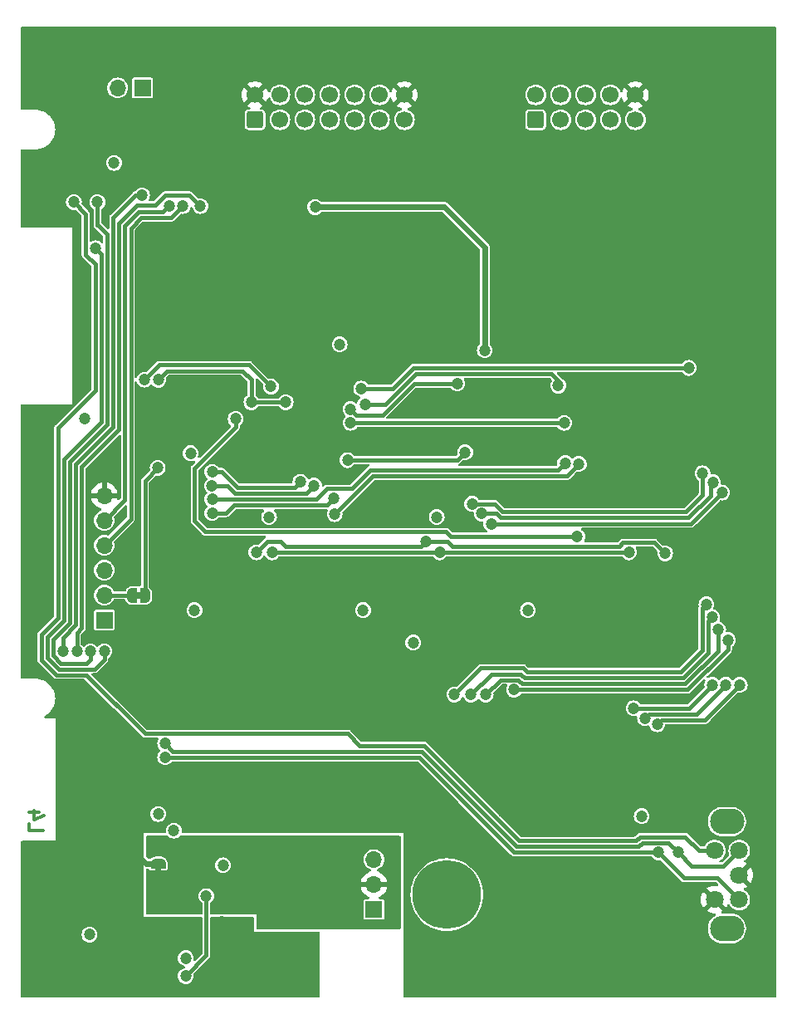
<source format=gbr>
G04 #@! TF.GenerationSoftware,KiCad,Pcbnew,7.0.1-1.fc37*
G04 #@! TF.CreationDate,2023-03-23T23:58:22+01:00*
G04 #@! TF.ProjectId,cw-amp-controll-board,63772d61-6d70-42d6-936f-6e74726f6c6c,rev?*
G04 #@! TF.SameCoordinates,Original*
G04 #@! TF.FileFunction,Copper,L4,Bot*
G04 #@! TF.FilePolarity,Positive*
%FSLAX46Y46*%
G04 Gerber Fmt 4.6, Leading zero omitted, Abs format (unit mm)*
G04 Created by KiCad (PCBNEW 7.0.1-1.fc37) date 2023-03-23 23:58:22*
%MOMM*%
%LPD*%
G01*
G04 APERTURE LIST*
G04 Aperture macros list*
%AMRoundRect*
0 Rectangle with rounded corners*
0 $1 Rounding radius*
0 $2 $3 $4 $5 $6 $7 $8 $9 X,Y pos of 4 corners*
0 Add a 4 corners polygon primitive as box body*
4,1,4,$2,$3,$4,$5,$6,$7,$8,$9,$2,$3,0*
0 Add four circle primitives for the rounded corners*
1,1,$1+$1,$2,$3*
1,1,$1+$1,$4,$5*
1,1,$1+$1,$6,$7*
1,1,$1+$1,$8,$9*
0 Add four rect primitives between the rounded corners*
20,1,$1+$1,$2,$3,$4,$5,0*
20,1,$1+$1,$4,$5,$6,$7,0*
20,1,$1+$1,$6,$7,$8,$9,0*
20,1,$1+$1,$8,$9,$2,$3,0*%
%AMFreePoly0*
4,1,19,0.500000,-0.750000,0.000000,-0.750000,0.000000,-0.744911,-0.071157,-0.744911,-0.207708,-0.704816,-0.327430,-0.627875,-0.420627,-0.520320,-0.479746,-0.390866,-0.500000,-0.250000,-0.500000,0.250000,-0.479746,0.390866,-0.420627,0.520320,-0.327430,0.627875,-0.207708,0.704816,-0.071157,0.744911,0.000000,0.744911,0.000000,0.750000,0.500000,0.750000,0.500000,-0.750000,0.500000,-0.750000,
$1*%
%AMFreePoly1*
4,1,19,0.000000,0.744911,0.071157,0.744911,0.207708,0.704816,0.327430,0.627875,0.420627,0.520320,0.479746,0.390866,0.500000,0.250000,0.500000,-0.250000,0.479746,-0.390866,0.420627,-0.520320,0.327430,-0.627875,0.207708,-0.704816,0.071157,-0.744911,0.000000,-0.744911,0.000000,-0.750000,-0.500000,-0.750000,-0.500000,0.750000,0.000000,0.750000,0.000000,0.744911,0.000000,0.744911,
$1*%
G04 Aperture macros list end*
%ADD10C,0.300000*%
G04 #@! TA.AperFunction,NonConductor*
%ADD11C,0.300000*%
G04 #@! TD*
G04 #@! TA.AperFunction,ComponentPad*
%ADD12RoundRect,0.250000X0.600000X-0.600000X0.600000X0.600000X-0.600000X0.600000X-0.600000X-0.600000X0*%
G04 #@! TD*
G04 #@! TA.AperFunction,ComponentPad*
%ADD13C,1.700000*%
G04 #@! TD*
G04 #@! TA.AperFunction,ComponentPad*
%ADD14R,1.700000X1.700000*%
G04 #@! TD*
G04 #@! TA.AperFunction,ComponentPad*
%ADD15O,1.700000X1.700000*%
G04 #@! TD*
G04 #@! TA.AperFunction,ComponentPad*
%ADD16C,7.000000*%
G04 #@! TD*
G04 #@! TA.AperFunction,WasherPad*
%ADD17O,3.500000X2.600000*%
G04 #@! TD*
G04 #@! TA.AperFunction,ComponentPad*
%ADD18C,1.800000*%
G04 #@! TD*
G04 #@! TA.AperFunction,SMDPad,CuDef*
%ADD19FreePoly0,270.000000*%
G04 #@! TD*
G04 #@! TA.AperFunction,SMDPad,CuDef*
%ADD20FreePoly1,270.000000*%
G04 #@! TD*
G04 #@! TA.AperFunction,SMDPad,CuDef*
%ADD21FreePoly0,180.000000*%
G04 #@! TD*
G04 #@! TA.AperFunction,SMDPad,CuDef*
%ADD22FreePoly1,180.000000*%
G04 #@! TD*
G04 #@! TA.AperFunction,ViaPad*
%ADD23C,1.200000*%
G04 #@! TD*
G04 #@! TA.AperFunction,Conductor*
%ADD24C,0.600000*%
G04 #@! TD*
G04 #@! TA.AperFunction,Conductor*
%ADD25C,0.400000*%
G04 #@! TD*
%ADD26C,0.350000*%
%ADD27O,2.500000X1.800000*%
G04 APERTURE END LIST*
D10*
D11*
X113306071Y-139749999D02*
X113306071Y-140464285D01*
X113306071Y-140464285D02*
X114806071Y-140464285D01*
X114306071Y-138607142D02*
X113306071Y-138607142D01*
X114877500Y-138964284D02*
X113806071Y-139321427D01*
X113806071Y-139321427D02*
X113806071Y-138392856D01*
G04 #@! TA.AperFunction,EtchedComponent*
G04 #@! TO.C,STAR2*
G36*
X126800000Y-144725000D02*
G01*
X126200000Y-144725000D01*
X126200000Y-144225000D01*
X126800000Y-144225000D01*
X126800000Y-144725000D01*
G37*
G04 #@! TD.AperFunction*
G04 #@! TA.AperFunction,EtchedComponent*
G04 #@! TO.C,STAR1*
G36*
X124750000Y-116800000D02*
G01*
X124250000Y-116800000D01*
X124250000Y-116200000D01*
X124750000Y-116200000D01*
X124750000Y-116800000D01*
G37*
G04 #@! TD.AperFunction*
G04 #@! TD*
D12*
G04 #@! TO.P,J3,1,Pin_1*
G04 #@! TO.N,LED-BT*
X165000000Y-68000000D03*
D13*
G04 #@! TO.P,J3,2,Pin_2*
G04 #@! TO.N,TOUCH-KEY-POWER*
X165000000Y-65460000D03*
G04 #@! TO.P,J3,3,Pin_3*
G04 #@! TO.N,LED-ANALOG-EXT*
X167540000Y-68000000D03*
G04 #@! TO.P,J3,4,Pin_4*
G04 #@! TO.N,TOUCH-KEY-ANALOG-EXT*
X167540000Y-65460000D03*
G04 #@! TO.P,J3,5,Pin_5*
G04 #@! TO.N,LED-ANALOG-INT*
X170080000Y-68000000D03*
G04 #@! TO.P,J3,6,Pin_6*
G04 #@! TO.N,TOUCH-KEY-ANALOG-INT*
X170080000Y-65460000D03*
G04 #@! TO.P,J3,7,Pin_7*
G04 #@! TO.N,unconnected-(J3-Pin_7-Pad7)*
X172620000Y-68000000D03*
G04 #@! TO.P,J3,8,Pin_8*
G04 #@! TO.N,TOUCH-KEY-BT*
X172620000Y-65460000D03*
G04 #@! TO.P,J3,9,Pin_9*
G04 #@! TO.N,+3V3*
X175160000Y-68000000D03*
G04 #@! TO.P,J3,10,Pin_10*
G04 #@! TO.N,GNDD*
X175160000Y-65460000D03*
G04 #@! TD*
D12*
G04 #@! TO.P,J1,1,Pin_1*
G04 #@! TO.N,+5V*
X136380000Y-68000000D03*
D13*
G04 #@! TO.P,J1,2,Pin_2*
G04 #@! TO.N,GNDD*
X136380000Y-65460000D03*
G04 #@! TO.P,J1,3,Pin_3*
G04 #@! TO.N,~{AMP-Mute}*
X138920000Y-68000000D03*
G04 #@! TO.P,J1,4,Pin_4*
G04 #@! TO.N,AMP-ShutDown*
X138920000Y-65460000D03*
G04 #@! TO.P,J1,5,Pin_5*
G04 #@! TO.N,SELECT-BT*
X141460000Y-68000000D03*
G04 #@! TO.P,J1,6,Pin_6*
G04 #@! TO.N,AMP-GAIN0*
X141460000Y-65460000D03*
G04 #@! TO.P,J1,7,Pin_7*
G04 #@! TO.N,SELECT-Analog*
X144000000Y-68000000D03*
G04 #@! TO.P,J1,8,Pin_8*
G04 #@! TO.N,AMP-GAIN1*
X144000000Y-65460000D03*
G04 #@! TO.P,J1,9,Pin_9*
G04 #@! TO.N,BT-KEY*
X146540000Y-68000000D03*
G04 #@! TO.P,J1,10,Pin_10*
G04 #@! TO.N,SDA*
X146540000Y-65460000D03*
G04 #@! TO.P,J1,11,Pin_11*
G04 #@! TO.N,BT-MUTE*
X149080000Y-68000000D03*
G04 #@! TO.P,J1,12,Pin_12*
G04 #@! TO.N,SCL*
X149080000Y-65460000D03*
G04 #@! TO.P,J1,13,Pin_13*
G04 #@! TO.N,+3V3*
X151620000Y-68000000D03*
G04 #@! TO.P,J1,14,Pin_14*
G04 #@! TO.N,GNDD*
X151620000Y-65460000D03*
G04 #@! TD*
D14*
G04 #@! TO.P,J5,1,Pin_1*
G04 #@! TO.N,Net-(J5-Pin_1)*
X124900000Y-64750000D03*
D15*
G04 #@! TO.P,J5,2,Pin_2*
G04 #@! TO.N,Net-(J5-Pin_2)*
X122360000Y-64750000D03*
G04 #@! TD*
D16*
G04 #@! TO.P,REF\u002A\u002A,1*
G04 #@! TO.N,N/C*
X155930588Y-147000000D03*
G04 #@! TD*
D17*
G04 #@! TO.P,SW1,*
G04 #@! TO.N,*
X184500000Y-139550000D03*
X184500000Y-150450000D03*
D18*
G04 #@! TO.P,SW1,A,A*
G04 #@! TO.N,GPIO6*
X185750000Y-147500000D03*
G04 #@! TO.P,SW1,B,B*
G04 #@! TO.N,GPIO7*
X185750000Y-142500000D03*
G04 #@! TO.P,SW1,C,C*
G04 #@! TO.N,GNDD*
X185750000Y-145000000D03*
G04 #@! TO.P,SW1,S1,S1*
G04 #@! TO.N,ROTARY-SWITCH*
X183250000Y-142500000D03*
G04 #@! TO.P,SW1,S2,S2*
G04 #@! TO.N,GNDD*
X183250000Y-147500000D03*
G04 #@! TD*
D14*
G04 #@! TO.P,J4,1,Pin_1*
G04 #@! TO.N,/ESP-AUDIO/L-OUT-ESP*
X148500000Y-148500000D03*
D15*
G04 #@! TO.P,J4,2,Pin_2*
G04 #@! TO.N,GNDA*
X148500000Y-145960000D03*
G04 #@! TO.P,J4,3,Pin_3*
G04 #@! TO.N,/ESP-AUDIO/R-OUT-ESP*
X148500000Y-143420000D03*
G04 #@! TD*
D14*
G04 #@! TO.P,J2,1,Pin_1*
G04 #@! TO.N,+3V3*
X121000000Y-119000000D03*
D15*
G04 #@! TO.P,J2,2,Pin_2*
G04 #@! TO.N,/0*
X121000000Y-116460000D03*
G04 #@! TO.P,J2,3,Pin_3*
G04 #@! TO.N,RST*
X121000000Y-113920000D03*
G04 #@! TO.P,J2,4,Pin_4*
G04 #@! TO.N,\u00B5C-RXD*
X121000000Y-111380000D03*
G04 #@! TO.P,J2,5,Pin_5*
G04 #@! TO.N,\u00B5C-TXD*
X121000000Y-108840000D03*
G04 #@! TO.P,J2,6,Pin_6*
G04 #@! TO.N,GNDD*
X121000000Y-106300000D03*
G04 #@! TD*
D19*
G04 #@! TO.P,STAR2,1,A*
G04 #@! TO.N,GNDD*
X126500000Y-143825000D03*
D20*
G04 #@! TO.P,STAR2,2,B*
G04 #@! TO.N,GNDA*
X126500000Y-145125000D03*
G04 #@! TD*
D21*
G04 #@! TO.P,STAR1,1,A*
G04 #@! TO.N,GPIO9*
X125150000Y-116500000D03*
D22*
G04 #@! TO.P,STAR1,2,B*
G04 #@! TO.N,/0*
X123850000Y-116500000D03*
G04 #@! TD*
D23*
G04 #@! TO.N,+3V3*
X137800000Y-108500000D03*
X154900000Y-108500000D03*
X175800000Y-139000000D03*
X164200000Y-118000000D03*
X147400000Y-118000000D03*
X119000000Y-98500000D03*
X128100000Y-140475000D03*
X133100000Y-144000000D03*
X129300000Y-153475000D03*
X126500000Y-138775000D03*
X129800000Y-102000000D03*
X130200000Y-118000000D03*
X152500000Y-121300000D03*
X122000000Y-72400000D03*
X119500000Y-151075000D03*
X145000000Y-90900000D03*
G04 #@! TO.N,GNDD*
X164300000Y-120000000D03*
X146900000Y-75200000D03*
X130300000Y-120000000D03*
X149100000Y-89000000D03*
X127600000Y-87100000D03*
X117500000Y-145974500D03*
X121000000Y-103700000D03*
X133000000Y-149800000D03*
X147300000Y-120000000D03*
X130900000Y-94900000D03*
X165400000Y-91500000D03*
X150600000Y-79900000D03*
X124426771Y-138802921D03*
G04 #@! TO.N,+5V*
X159800000Y-91500000D03*
X142500000Y-76900000D03*
G04 #@! TO.N,GNDA*
X141000000Y-146000000D03*
X129900000Y-141875000D03*
G04 #@! TO.N,/ESP-AUDIO/VNEG*
X131400000Y-147149500D03*
X129300000Y-155300000D03*
G04 #@! TO.N,~{AMP-Mute}*
X167900000Y-98900000D03*
X146100000Y-98900000D03*
G04 #@! TO.N,AMP-ShutDown*
X144399531Y-106600469D03*
X131999659Y-108106479D03*
G04 #@! TO.N,SELECT-BT*
X146100000Y-97500497D03*
X156994064Y-94899500D03*
G04 #@! TO.N,AMP-GAIN0*
X142400497Y-105300000D03*
X131992998Y-105307499D03*
G04 #@! TO.N,SELECT-Analog*
X147600000Y-97000000D03*
X167300000Y-95100000D03*
G04 #@! TO.N,AMP-GAIN1*
X141000000Y-104900000D03*
X132000000Y-103900994D03*
G04 #@! TO.N,BT-KEY*
X147200000Y-95400000D03*
X180600000Y-93300000D03*
G04 #@! TO.N,SDA*
X125100000Y-94500000D03*
X138000000Y-95200000D03*
X153800000Y-111000000D03*
X136500000Y-112100000D03*
X178200000Y-112200000D03*
G04 #@! TO.N,SCL*
X138100000Y-112100000D03*
X174500000Y-112100000D03*
X136000000Y-96800000D03*
X155200000Y-112100000D03*
X139500000Y-96800000D03*
X126506505Y-94507002D03*
G04 #@! TO.N,\u00B5C-RXD*
X128999503Y-76800000D03*
G04 #@! TO.N,\u00B5C-TXD*
X127600000Y-76800000D03*
G04 #@! TO.N,LED-BT*
X182012933Y-104035462D03*
X158503904Y-107165261D03*
G04 #@! TO.N,LED-ANALOG-EXT*
X159493502Y-108154859D03*
X183063782Y-104959758D03*
G04 #@! TO.N,LED-ANALOG-INT*
X184000000Y-106000000D03*
X160445500Y-109180679D03*
G04 #@! TO.N,~{TOUCH-INT}*
X169250000Y-110500980D03*
X134400000Y-98500000D03*
G04 #@! TO.N,GPIO6*
X177500000Y-142700000D03*
X127200000Y-133000000D03*
G04 #@! TO.N,GPIO7*
X127206754Y-131593246D03*
X179500000Y-142700000D03*
G04 #@! TO.N,/TOUCH-KEY-1-ANALOG-EXT*
X185817303Y-125615354D03*
X177390910Y-129639885D03*
G04 #@! TO.N,/TOUCH-KEY2-ANALOG-INT*
X176146517Y-128999500D03*
X184399363Y-125619787D03*
G04 #@! TO.N,/TOUCH-KEY-4-BT*
X183000000Y-125600000D03*
X175000000Y-128000000D03*
G04 #@! TO.N,GPIO9*
X126449020Y-103500000D03*
G04 #@! TO.N,DIN*
X118199554Y-122200000D03*
X130800000Y-76800000D03*
G04 #@! TO.N,LRCLK*
X124850000Y-75700500D03*
X116800051Y-122200000D03*
G04 #@! TO.N,BCK*
X119599057Y-122200000D03*
X120300000Y-76400000D03*
G04 #@! TO.N,SCK*
X120998560Y-122200000D03*
X120100000Y-81100000D03*
G04 #@! TO.N,/AMP-MUTE*
X168000000Y-103000000D03*
X132001215Y-106706977D03*
G04 #@! TO.N,/~{SELECT-Analog}*
X144500000Y-108200000D03*
X169400000Y-103100000D03*
G04 #@! TO.N,/~{SELECT-BT}*
X145800000Y-102700000D03*
X157800000Y-101900000D03*
G04 #@! TO.N,/BT-PAUSE-P0*
X182401460Y-117400000D03*
X156700000Y-126600000D03*
G04 #@! TO.N,/BT-NEXT-P1*
X183000980Y-118704523D03*
X158400000Y-126600000D03*
G04 #@! TO.N,/BT-PREV-P2*
X159893246Y-126606754D03*
X183600500Y-119969109D03*
G04 #@! TO.N,/BT-ON-OFF-P3*
X162800000Y-126100000D03*
X184600000Y-121039730D03*
G04 #@! TO.N,ROTARY-SWITCH*
X117900500Y-76400000D03*
G04 #@! TD*
D24*
G04 #@! TO.N,GNDD*
X125250000Y-143825000D02*
X124426771Y-143001771D01*
X155131370Y-75200000D02*
X146900000Y-75200000D01*
X162200000Y-91500000D02*
X160700000Y-90000000D01*
X160700000Y-80768630D02*
X155131370Y-75200000D01*
X126500000Y-143825000D02*
X125250000Y-143825000D01*
X165400000Y-91500000D02*
X162200000Y-91500000D01*
X124426771Y-143001771D02*
X124426771Y-138802921D01*
X160700000Y-90000000D02*
X160700000Y-80768630D01*
G04 #@! TO.N,+5V*
X142500000Y-76900000D02*
X155700000Y-76900000D01*
X159800000Y-81000000D02*
X155700000Y-76900000D01*
X159800000Y-91500000D02*
X159800000Y-81000000D01*
G04 #@! TO.N,GNDA*
X126500000Y-145125000D02*
X129050000Y-145125000D01*
X129050000Y-145125000D02*
X129900000Y-144275000D01*
X129900000Y-144275000D02*
X129900000Y-141875000D01*
D25*
G04 #@! TO.N,/ESP-AUDIO/VNEG*
X129300000Y-155300000D02*
X131400000Y-153200000D01*
X131400000Y-153200000D02*
X131400000Y-147149500D01*
G04 #@! TO.N,~{AMP-Mute}*
X167900000Y-98900000D02*
X146100000Y-98900000D01*
G04 #@! TO.N,AMP-ShutDown*
X143200000Y-107300000D02*
X143199520Y-107299520D01*
X133393521Y-108106479D02*
X131999659Y-108106479D01*
X144399531Y-106600469D02*
X143700000Y-107300000D01*
X134200480Y-107299520D02*
X133393521Y-108106479D01*
X143700000Y-107300000D02*
X143200000Y-107300000D01*
X143199520Y-107299520D02*
X134200480Y-107299520D01*
G04 #@! TO.N,SELECT-BT*
X149400000Y-98100000D02*
X152600500Y-94899500D01*
X146714214Y-98100000D02*
X149397056Y-98100000D01*
X149397056Y-98100000D02*
X149400000Y-98100000D01*
X146100000Y-97500497D02*
X146100497Y-97500497D01*
X146100497Y-97500497D02*
X146114711Y-97500497D01*
X146114711Y-97500497D02*
X146714214Y-98100000D01*
X152600500Y-94899500D02*
X156994064Y-94899500D01*
G04 #@! TO.N,AMP-GAIN0*
X133559649Y-105307499D02*
X134352631Y-106100480D01*
X134352631Y-106100480D02*
X141600017Y-106100480D01*
X141600017Y-106100480D02*
X142400497Y-105300000D01*
X131992998Y-105307499D02*
X133559649Y-105307499D01*
G04 #@! TO.N,SELECT-Analog*
X166600000Y-93900000D02*
X157400000Y-93900000D01*
X167300000Y-95100000D02*
X167300000Y-94600000D01*
X149648528Y-97000000D02*
X147600000Y-97000000D01*
X167300000Y-94600000D02*
X166600000Y-93900000D01*
X151324264Y-95324264D02*
X149648528Y-97000000D01*
X152748528Y-93900000D02*
X151324264Y-95324264D01*
X157400000Y-93900000D02*
X152748528Y-93900000D01*
G04 #@! TO.N,AMP-GAIN1*
X140399040Y-105500960D02*
X141000000Y-104900000D01*
X133000994Y-103900994D02*
X134600960Y-105500960D01*
X132000000Y-103900994D02*
X133000994Y-103900994D01*
X134600960Y-105500960D02*
X140399040Y-105500960D01*
G04 #@! TO.N,BT-KEY*
X152500000Y-93300000D02*
X180600000Y-93300000D01*
X150400000Y-95400000D02*
X152500000Y-93300000D01*
X147200000Y-95400000D02*
X150400000Y-95400000D01*
G04 #@! TO.N,SDA*
X173500000Y-111500480D02*
X173899991Y-111100489D01*
X156500000Y-111500480D02*
X173500000Y-111500480D01*
X155999520Y-111000000D02*
X156500000Y-111500480D01*
X125100000Y-94500000D02*
X126600000Y-93000000D01*
X137600000Y-111000000D02*
X136500000Y-112100000D01*
X153800000Y-111000000D02*
X155999520Y-111000000D01*
X126600000Y-93000000D02*
X135800000Y-93000000D01*
X139500480Y-111500480D02*
X139000000Y-111000000D01*
X153299520Y-111500480D02*
X139500480Y-111500480D01*
X139000000Y-111000000D02*
X137600000Y-111000000D01*
X173899991Y-111100489D02*
X177100489Y-111100489D01*
X177100489Y-111100489D02*
X178200000Y-112200000D01*
X135800000Y-93000000D02*
X138000000Y-95200000D01*
X153800000Y-111000000D02*
X153299520Y-111500480D01*
G04 #@! TO.N,SCL*
X136000000Y-94500000D02*
X136000000Y-96800000D01*
X127013987Y-93999520D02*
X127413987Y-93599520D01*
X138100000Y-112100000D02*
X155200000Y-112100000D01*
X126506505Y-94507002D02*
X127013987Y-93999520D01*
X155200000Y-112100000D02*
X174500000Y-112100000D01*
X135099520Y-93599520D02*
X136000000Y-94500000D01*
X136000000Y-96800000D02*
X139500000Y-96800000D01*
X127413987Y-93599520D02*
X135099520Y-93599520D01*
G04 #@! TO.N,/0*
X121000000Y-116460000D02*
X123810000Y-116460000D01*
X123810000Y-116460000D02*
X123850000Y-116500000D01*
G04 #@! TO.N,\u00B5C-RXD*
X128599511Y-77199992D02*
X128599511Y-77214012D01*
X124747850Y-78000000D02*
X123700000Y-79047850D01*
X127813523Y-78000000D02*
X124747850Y-78000000D01*
X128999503Y-76800000D02*
X128599511Y-77199992D01*
X123700000Y-79047850D02*
X123700000Y-108680000D01*
X123700000Y-108680000D02*
X121000000Y-111380000D01*
X128599511Y-77214012D02*
X127813523Y-78000000D01*
G04 #@! TO.N,\u00B5C-TXD*
X123100000Y-78800000D02*
X123100000Y-106740000D01*
X127600000Y-76800000D02*
X126999520Y-77400480D01*
X124499520Y-77400480D02*
X123100000Y-78800000D01*
X126999520Y-77400480D02*
X124499520Y-77400480D01*
X123100000Y-106740000D02*
X121000000Y-108840000D01*
G04 #@! TO.N,LED-BT*
X180322661Y-107981639D02*
X182012933Y-106291367D01*
X160803198Y-107155348D02*
X161629489Y-107981639D01*
X158513817Y-107155348D02*
X160803198Y-107155348D01*
X182012933Y-106291367D02*
X182012933Y-104035462D01*
X158503904Y-107165261D02*
X158513817Y-107155348D01*
X161629489Y-107981639D02*
X180322661Y-107981639D01*
G04 #@! TO.N,LED-ANALOG-EXT*
X182800000Y-106352150D02*
X180570991Y-108581159D01*
X160954859Y-108154859D02*
X159493502Y-108154859D01*
X183063782Y-104959758D02*
X182800000Y-105223540D01*
X182800000Y-105223540D02*
X182800000Y-106352150D01*
X161381159Y-108581159D02*
X160954859Y-108154859D01*
X180570991Y-108581159D02*
X161381159Y-108581159D01*
G04 #@! TO.N,LED-ANALOG-INT*
X160445500Y-109180679D02*
X180819321Y-109180679D01*
X180819321Y-109180679D02*
X184000000Y-106000000D01*
G04 #@! TO.N,~{TOUCH-INT}*
X131300489Y-110000489D02*
X130200000Y-108900000D01*
X130200000Y-103550000D02*
X134400000Y-99350000D01*
X155847859Y-110000489D02*
X131300489Y-110000489D01*
X134400000Y-99350000D02*
X134400000Y-98500000D01*
X130200000Y-108900000D02*
X130200000Y-103550000D01*
X169250000Y-110500980D02*
X169249020Y-110500000D01*
X156347370Y-110500000D02*
X155847859Y-110000489D01*
X169249020Y-110500000D02*
X156347370Y-110500000D01*
G04 #@! TO.N,GPIO6*
X180100000Y-145300000D02*
X183550000Y-145300000D01*
X183550000Y-145300000D02*
X185750000Y-147500000D01*
X177500000Y-142700000D02*
X180100000Y-145300000D01*
X163000000Y-142700000D02*
X162800000Y-142700000D01*
X153100000Y-133000000D02*
X127200000Y-133000000D01*
X177500000Y-142700000D02*
X163000000Y-142700000D01*
X153300000Y-133200000D02*
X153100000Y-133000000D01*
X157400000Y-137300000D02*
X153300000Y-133200000D01*
X162800000Y-142700000D02*
X157400000Y-137300000D01*
G04 #@! TO.N,GPIO7*
X184150000Y-144100000D02*
X185750000Y-142500000D01*
X179500000Y-142700000D02*
X180900000Y-144100000D01*
X128013988Y-132400480D02*
X127206754Y-131593246D01*
X178500000Y-141700000D02*
X175900000Y-141700000D01*
X163048329Y-142100480D02*
X153348329Y-132400480D01*
X179500000Y-142700000D02*
X178500000Y-141700000D01*
X175900000Y-141700000D02*
X175499520Y-142100480D01*
X149400000Y-132400480D02*
X128013988Y-132400480D01*
X153348329Y-132400480D02*
X149400000Y-132400480D01*
X180900000Y-144100000D02*
X184150000Y-144100000D01*
X175499520Y-142100480D02*
X163048329Y-142100480D01*
G04 #@! TO.N,/TOUCH-KEY-1-ANALOG-EXT*
X177390910Y-129639885D02*
X177831755Y-129199040D01*
X177831755Y-129199040D02*
X182233617Y-129199040D01*
X182233617Y-129199040D02*
X185817303Y-125615354D01*
G04 #@! TO.N,/TOUCH-KEY2-ANALOG-INT*
X176146517Y-128999500D02*
X176546497Y-128599520D01*
X176546497Y-128599520D02*
X181419630Y-128599520D01*
X181419630Y-128599520D02*
X184399363Y-125619787D01*
G04 #@! TO.N,/TOUCH-KEY-4-BT*
X180600000Y-128000000D02*
X175000000Y-128000000D01*
X183000000Y-125600000D02*
X180600000Y-128000000D01*
G04 #@! TO.N,GPIO9*
X126449020Y-103500000D02*
X125150000Y-104799020D01*
X125150000Y-104799020D02*
X125150000Y-116500000D01*
G04 #@! TO.N,DIN*
X118199554Y-122200000D02*
X118199554Y-120300446D01*
X127200000Y-75700000D02*
X129700000Y-75700000D01*
X118699520Y-119800480D02*
X118699520Y-103348330D01*
X129700000Y-75700000D02*
X130800000Y-76800000D01*
X122500480Y-78551670D02*
X124352150Y-76700000D01*
X126200000Y-76700000D02*
X127200000Y-75700000D01*
X124352150Y-76700000D02*
X126200000Y-76700000D01*
X122500480Y-99547370D02*
X122500480Y-78551670D01*
X118699520Y-103348330D02*
X122500480Y-99547370D01*
X118199554Y-120300446D02*
X118699520Y-119800480D01*
G04 #@! TO.N,LRCLK*
X124850000Y-75700500D02*
X124199500Y-75700500D01*
X121900960Y-77999040D02*
X121900960Y-99299040D01*
X116800051Y-120799949D02*
X116800051Y-122200000D01*
X121900960Y-99299040D02*
X118100000Y-103100000D01*
X118100000Y-103100000D02*
X118100000Y-119500000D01*
X124199500Y-75700500D02*
X121900960Y-77999040D01*
X118100000Y-119500000D02*
X116800051Y-120799949D01*
G04 #@! TO.N,BCK*
X121301440Y-79701440D02*
X120352150Y-78752150D01*
X117500480Y-102851670D02*
X121301440Y-99050710D01*
X116586528Y-123400000D02*
X115800540Y-122614012D01*
X120300000Y-78752150D02*
X120300000Y-76400000D01*
X119599057Y-123000943D02*
X119200000Y-123400000D01*
X115800540Y-120951610D02*
X117500480Y-119251670D01*
X120352150Y-78752150D02*
X120300000Y-78752150D01*
X121301440Y-99050710D02*
X121301440Y-79701440D01*
X117500480Y-119251670D02*
X117500480Y-102851670D01*
X119599057Y-122200000D02*
X119599057Y-123000943D01*
X115800540Y-122614012D02*
X115800540Y-120951610D01*
X119200000Y-123400000D02*
X116586528Y-123400000D01*
G04 #@! TO.N,SCK*
X120100000Y-81100000D02*
X120701920Y-81701920D01*
X120701920Y-81701920D02*
X120701920Y-98802380D01*
X116900000Y-102604300D02*
X116900960Y-102605260D01*
X115201020Y-120703281D02*
X115201020Y-122862342D01*
X120701920Y-98802380D02*
X116900000Y-102604300D01*
X120998560Y-123001440D02*
X120998560Y-122200000D01*
X116338678Y-124000000D02*
X120000000Y-124000000D01*
X116900960Y-119003340D02*
X115201020Y-120703281D01*
X120000000Y-124000000D02*
X120998560Y-123001440D01*
X116900960Y-102605260D02*
X116900960Y-119003340D01*
X115201020Y-122862342D02*
X116338678Y-124000000D01*
G04 #@! TO.N,/AMP-MUTE*
X148151472Y-103700000D02*
X167300000Y-103700000D01*
X143742424Y-105600469D02*
X146251003Y-105600469D01*
X146251003Y-105600469D02*
X148151472Y-103700000D01*
X142642893Y-106700000D02*
X143742424Y-105600469D01*
X167300000Y-103700000D02*
X168000000Y-103000000D01*
X132001215Y-106706977D02*
X132008192Y-106700000D01*
X132008192Y-106700000D02*
X142642893Y-106700000D01*
G04 #@! TO.N,/~{SELECT-Analog}*
X148400000Y-104300000D02*
X168200000Y-104300000D01*
X144500000Y-108200000D02*
X148400000Y-104300000D01*
X168200000Y-104300000D02*
X169400000Y-103100000D01*
G04 #@! TO.N,/~{SELECT-BT}*
X157800000Y-101900000D02*
X157000000Y-102700000D01*
X157000000Y-102700000D02*
X145800000Y-102700000D01*
G04 #@! TO.N,/BT-PAUSE-P0*
X163710671Y-123901449D02*
X164110662Y-124301440D01*
X159398551Y-123901449D02*
X163710671Y-123901449D01*
X179755010Y-124301440D02*
X181928225Y-122128225D01*
X156700000Y-126600000D02*
X159398551Y-123901449D01*
X181928225Y-122128225D02*
X182001469Y-122054981D01*
X164110662Y-124301440D02*
X179755010Y-124301440D01*
X182001469Y-117799991D02*
X182401460Y-117400000D01*
X182001469Y-122054981D02*
X182001469Y-117799991D01*
G04 #@! TO.N,/BT-NEXT-P1*
X182600989Y-119104514D02*
X183000980Y-118704523D01*
X158400000Y-126600000D02*
X160499031Y-124500969D01*
X163462341Y-124500969D02*
X163862332Y-124900960D01*
X163862332Y-124900960D02*
X180003340Y-124900960D01*
X180003340Y-124900960D02*
X182600989Y-122303311D01*
X182600989Y-122303311D02*
X182600989Y-119104514D01*
X160499031Y-124500969D02*
X163462341Y-124500969D01*
G04 #@! TO.N,/BT-PREV-P2*
X180251670Y-125500480D02*
X163614003Y-125500480D01*
X161399511Y-125100489D02*
X159893246Y-126606754D01*
X183600500Y-122151650D02*
X180251670Y-125500480D01*
X163214012Y-125100489D02*
X161399511Y-125100489D01*
X163614003Y-125500480D02*
X163214012Y-125100489D01*
X183600500Y-119969109D02*
X183600500Y-122151650D01*
G04 #@! TO.N,/BT-ON-OFF-P3*
X184600000Y-122000000D02*
X180500000Y-126100000D01*
X180500000Y-126100000D02*
X162800000Y-126100000D01*
X184600000Y-121039730D02*
X184600000Y-122000000D01*
G04 #@! TO.N,ROTARY-SWITCH*
X119149520Y-124599520D02*
X116090348Y-124599520D01*
X180250480Y-141100480D02*
X175651670Y-141100480D01*
X175251190Y-141500960D02*
X163296659Y-141500960D01*
X147050000Y-131800960D02*
X145842775Y-130593735D01*
X114601500Y-120454952D02*
X116301440Y-118755012D01*
X175651670Y-141100480D02*
X175251190Y-141500960D01*
X145842775Y-130593735D02*
X125143735Y-130593735D01*
X116090348Y-124599520D02*
X114601500Y-123110671D01*
X120102400Y-82752400D02*
X119100000Y-81750000D01*
X116301440Y-113550000D02*
X116300480Y-113549040D01*
X116301440Y-118755012D02*
X116301440Y-113550000D01*
X119100000Y-81750000D02*
X119100000Y-77599500D01*
X181650000Y-142500000D02*
X180250480Y-141100480D01*
X116300480Y-113549040D02*
X116300480Y-99399520D01*
X119100000Y-77599500D02*
X117900500Y-76400000D01*
X183250000Y-142500000D02*
X181650000Y-142500000D01*
X114601500Y-123110671D02*
X114601500Y-120454952D01*
X163296659Y-141500960D02*
X153596658Y-131800960D01*
X125143735Y-130593735D02*
X119149520Y-124599520D01*
X120102400Y-95597600D02*
X120102400Y-82752400D01*
X153596658Y-131800960D02*
X147050000Y-131800960D01*
X116300480Y-99399520D02*
X120102400Y-95597600D01*
G04 #@! TD*
G04 #@! TA.AperFunction,Conductor*
G04 #@! TO.N,GNDA*
G36*
X127488950Y-141009591D02*
G01*
X127529824Y-141036902D01*
X127597738Y-141104816D01*
X127750478Y-141200789D01*
X127920745Y-141260368D01*
X128100000Y-141280565D01*
X128279255Y-141260368D01*
X128449522Y-141200789D01*
X128602262Y-141104816D01*
X128670175Y-141036902D01*
X128711050Y-141009591D01*
X128759268Y-141000000D01*
X151124000Y-141000000D01*
X151187000Y-141016881D01*
X151233119Y-141063000D01*
X151250000Y-141126000D01*
X151250000Y-150374000D01*
X151233119Y-150437000D01*
X151187000Y-150483119D01*
X151124000Y-150500000D01*
X136626000Y-150500000D01*
X136563000Y-150483119D01*
X136516881Y-150437000D01*
X136500000Y-150374000D01*
X136500000Y-149000000D01*
X133056468Y-149000000D01*
X133042362Y-148999208D01*
X133000000Y-148994435D01*
X132957637Y-148999208D01*
X132943532Y-149000000D01*
X131926500Y-149000000D01*
X131863500Y-148983119D01*
X131817381Y-148937000D01*
X131800500Y-148874000D01*
X131800500Y-147912895D01*
X131816222Y-147851946D01*
X131859464Y-147806208D01*
X131898539Y-147781655D01*
X131902262Y-147779316D01*
X132029816Y-147651762D01*
X132125789Y-147499022D01*
X132185368Y-147328755D01*
X132205565Y-147149500D01*
X132185368Y-146970245D01*
X132182669Y-146962533D01*
X132125789Y-146799978D01*
X132029815Y-146647236D01*
X131902263Y-146519684D01*
X131749521Y-146423710D01*
X131579257Y-146364132D01*
X131400000Y-146343935D01*
X131220742Y-146364132D01*
X131050478Y-146423710D01*
X130897736Y-146519684D01*
X130770184Y-146647236D01*
X130674210Y-146799978D01*
X130614632Y-146970242D01*
X130594435Y-147149500D01*
X130614632Y-147328757D01*
X130674210Y-147499021D01*
X130770184Y-147651763D01*
X130897736Y-147779315D01*
X130940536Y-147806208D01*
X130983778Y-147851946D01*
X130999500Y-147912895D01*
X130999500Y-148874000D01*
X130982619Y-148937000D01*
X130936500Y-148983119D01*
X130873500Y-149000000D01*
X125376000Y-149000000D01*
X125313000Y-148983119D01*
X125266881Y-148937000D01*
X125250000Y-148874000D01*
X125250000Y-146214000D01*
X147163455Y-146214000D01*
X147211177Y-146402451D01*
X147301580Y-146608548D01*
X147424678Y-146796962D01*
X147577096Y-146962533D01*
X147754697Y-147100766D01*
X147961506Y-147212686D01*
X148009240Y-147258110D01*
X148027519Y-147321417D01*
X148011343Y-147385293D01*
X147965136Y-147432270D01*
X147901536Y-147449500D01*
X147630252Y-147449500D01*
X147601010Y-147455316D01*
X147571768Y-147461133D01*
X147505447Y-147505447D01*
X147461133Y-147571768D01*
X147449500Y-147630253D01*
X147449500Y-149369747D01*
X147461133Y-149428231D01*
X147505447Y-149494552D01*
X147549762Y-149524162D01*
X147571769Y-149538867D01*
X147630252Y-149550500D01*
X149369747Y-149550500D01*
X149369748Y-149550500D01*
X149428231Y-149538867D01*
X149494552Y-149494552D01*
X149538867Y-149428231D01*
X149550500Y-149369748D01*
X149550500Y-147630252D01*
X149538867Y-147571769D01*
X149524162Y-147549762D01*
X149494552Y-147505447D01*
X149428231Y-147461133D01*
X149369748Y-147449500D01*
X149098464Y-147449500D01*
X149034864Y-147432270D01*
X148988657Y-147385293D01*
X148972481Y-147321417D01*
X148990760Y-147258110D01*
X149038494Y-147212686D01*
X149245302Y-147100766D01*
X149422903Y-146962533D01*
X149575321Y-146796962D01*
X149698419Y-146608548D01*
X149788822Y-146402451D01*
X149836544Y-146214000D01*
X147163455Y-146214000D01*
X125250000Y-146214000D01*
X125250000Y-145705999D01*
X147163455Y-145705999D01*
X147163456Y-145706000D01*
X149836544Y-145706000D01*
X149836544Y-145705999D01*
X149788822Y-145517548D01*
X149698419Y-145311451D01*
X149575321Y-145123037D01*
X149422903Y-144957466D01*
X149245302Y-144819233D01*
X149047368Y-144712116D01*
X148858769Y-144647370D01*
X148806365Y-144612861D01*
X148777102Y-144557357D01*
X148778237Y-144494622D01*
X148809488Y-144440212D01*
X148863102Y-144407623D01*
X148903954Y-144395232D01*
X149086450Y-144297685D01*
X149246410Y-144166410D01*
X149377685Y-144006450D01*
X149475232Y-143823954D01*
X149535300Y-143625934D01*
X149555583Y-143420000D01*
X149535300Y-143214066D01*
X149475232Y-143016046D01*
X149377685Y-142833550D01*
X149304730Y-142744653D01*
X149246410Y-142673589D01*
X149086449Y-142542314D01*
X148903956Y-142444769D01*
X148903955Y-142444768D01*
X148903954Y-142444768D01*
X148705934Y-142384700D01*
X148705931Y-142384699D01*
X148705929Y-142384699D01*
X148500000Y-142364416D01*
X148294070Y-142384699D01*
X148294067Y-142384699D01*
X148294066Y-142384700D01*
X148096046Y-142444768D01*
X148096043Y-142444769D01*
X147913550Y-142542314D01*
X147753589Y-142673589D01*
X147622314Y-142833550D01*
X147524769Y-143016043D01*
X147524768Y-143016045D01*
X147524768Y-143016046D01*
X147468715Y-143200832D01*
X147464699Y-143214070D01*
X147444416Y-143419999D01*
X147464699Y-143625929D01*
X147464699Y-143625931D01*
X147464700Y-143625934D01*
X147519900Y-143807905D01*
X147524769Y-143823956D01*
X147622314Y-144006449D01*
X147753589Y-144166410D01*
X147899072Y-144285803D01*
X147913550Y-144297685D01*
X148096046Y-144395232D01*
X148136895Y-144407623D01*
X148190511Y-144440213D01*
X148221762Y-144494622D01*
X148222897Y-144557357D01*
X148193634Y-144612861D01*
X148141231Y-144647370D01*
X147952630Y-144712117D01*
X147754697Y-144819233D01*
X147577096Y-144957466D01*
X147424678Y-145123037D01*
X147301580Y-145311451D01*
X147211177Y-145517548D01*
X147163455Y-145705999D01*
X125250000Y-145705999D01*
X125250000Y-144451500D01*
X125266881Y-144388500D01*
X125313000Y-144342381D01*
X125376000Y-144325500D01*
X125442266Y-144325500D01*
X125497987Y-144338491D01*
X125542219Y-144374784D01*
X125546025Y-144383182D01*
X125547209Y-144382392D01*
X125605447Y-144469552D01*
X125642967Y-144494622D01*
X125671769Y-144513867D01*
X125750000Y-144529428D01*
X126190608Y-144529428D01*
X126208540Y-144530710D01*
X126220907Y-144532489D01*
X126279093Y-144532489D01*
X126291459Y-144530710D01*
X126309392Y-144529428D01*
X126690608Y-144529428D01*
X126708540Y-144530710D01*
X126720907Y-144532489D01*
X126779093Y-144532489D01*
X126791459Y-144530710D01*
X126809392Y-144529428D01*
X127249999Y-144529428D01*
X127250000Y-144529428D01*
X127328231Y-144513867D01*
X127394552Y-144469552D01*
X127438867Y-144403231D01*
X127454428Y-144325000D01*
X127454428Y-144000000D01*
X132294435Y-144000000D01*
X132314632Y-144179257D01*
X132374210Y-144349521D01*
X132470184Y-144502263D01*
X132597736Y-144629815D01*
X132625675Y-144647370D01*
X132750478Y-144725789D01*
X132920745Y-144785368D01*
X133100000Y-144805565D01*
X133279255Y-144785368D01*
X133449522Y-144725789D01*
X133602262Y-144629816D01*
X133729816Y-144502262D01*
X133825789Y-144349522D01*
X133885368Y-144179255D01*
X133905565Y-144000000D01*
X133885368Y-143820745D01*
X133825789Y-143650478D01*
X133804410Y-143616453D01*
X133729815Y-143497736D01*
X133602263Y-143370184D01*
X133449521Y-143274210D01*
X133279257Y-143214632D01*
X133100000Y-143194435D01*
X132920742Y-143214632D01*
X132750478Y-143274210D01*
X132597736Y-143370184D01*
X132470184Y-143497736D01*
X132374210Y-143650478D01*
X132314632Y-143820742D01*
X132294435Y-144000000D01*
X127454428Y-144000000D01*
X127454428Y-143753111D01*
X127452942Y-143742774D01*
X127446148Y-143695520D01*
X127405639Y-143557560D01*
X127381468Y-143504632D01*
X127323784Y-143414874D01*
X127303737Y-143383680D01*
X127265632Y-143339705D01*
X127156971Y-143245551D01*
X127108023Y-143214094D01*
X127062795Y-143193439D01*
X126977236Y-143154365D01*
X126921404Y-143137971D01*
X126779096Y-143117511D01*
X126779093Y-143117511D01*
X126720907Y-143117511D01*
X126708540Y-143119289D01*
X126690608Y-143120572D01*
X126309392Y-143120572D01*
X126291459Y-143119289D01*
X126279093Y-143117511D01*
X126220907Y-143117511D01*
X126220904Y-143117511D01*
X126078595Y-143137971D01*
X126022763Y-143154365D01*
X125891976Y-143214094D01*
X125843028Y-143245551D01*
X125787433Y-143293725D01*
X125748953Y-143316556D01*
X125704921Y-143324500D01*
X125509504Y-143324500D01*
X125461286Y-143314909D01*
X125420409Y-143287595D01*
X125286905Y-143154091D01*
X125259591Y-143113214D01*
X125250000Y-143064996D01*
X125250000Y-141126000D01*
X125266881Y-141063000D01*
X125313000Y-141016881D01*
X125376000Y-141000000D01*
X127440732Y-141000000D01*
X127488950Y-141009591D01*
G37*
G04 #@! TD.AperFunction*
G04 #@! TD*
G04 #@! TA.AperFunction,Conductor*
G04 #@! TO.N,GNDD*
G36*
X189437000Y-58516881D02*
G01*
X189483119Y-58563000D01*
X189500000Y-58626000D01*
X189500000Y-157374000D01*
X189483119Y-157437000D01*
X189437000Y-157483119D01*
X189374000Y-157500000D01*
X151626000Y-157500000D01*
X151563000Y-157483119D01*
X151516881Y-157437000D01*
X151500000Y-157374000D01*
X151500000Y-146999999D01*
X152225009Y-146999999D01*
X152245309Y-147387332D01*
X152305986Y-147770433D01*
X152406375Y-148145092D01*
X152545371Y-148507189D01*
X152721463Y-148852789D01*
X152932715Y-149178089D01*
X153176806Y-149479516D01*
X153451071Y-149753781D01*
X153752498Y-149997872D01*
X153752503Y-149997875D01*
X153752504Y-149997876D01*
X154077799Y-150209125D01*
X154306528Y-150325668D01*
X154423398Y-150385216D01*
X154785495Y-150524212D01*
X154785497Y-150524212D01*
X154785501Y-150524214D01*
X155160155Y-150624602D01*
X155543250Y-150685278D01*
X155930588Y-150705578D01*
X156317926Y-150685278D01*
X156701021Y-150624602D01*
X157075675Y-150524214D01*
X157437782Y-150385214D01*
X157783377Y-150209125D01*
X158108672Y-149997876D01*
X158410104Y-149753781D01*
X158684369Y-149479516D01*
X158928464Y-149178084D01*
X159139713Y-148852789D01*
X159237675Y-148660528D01*
X182448680Y-148660528D01*
X182448681Y-148660529D01*
X182477254Y-148682768D01*
X182682474Y-148793828D01*
X182903169Y-148869592D01*
X183133332Y-148908000D01*
X183243575Y-148908000D01*
X183305368Y-148924193D01*
X183351279Y-148968610D01*
X183369506Y-149029834D01*
X183355365Y-149092129D01*
X183312490Y-149139483D01*
X183125217Y-149261833D01*
X182942262Y-149430255D01*
X182789527Y-149626489D01*
X182671170Y-149845193D01*
X182590430Y-150080383D01*
X182590429Y-150080386D01*
X182549500Y-150325665D01*
X182549500Y-150574335D01*
X182590429Y-150819614D01*
X182590430Y-150819616D01*
X182671170Y-151054806D01*
X182671171Y-151054809D01*
X182671172Y-151054810D01*
X182789526Y-151273509D01*
X182907064Y-151424522D01*
X182942262Y-151469744D01*
X183125217Y-151638166D01*
X183333389Y-151774171D01*
X183333391Y-151774172D01*
X183333393Y-151774173D01*
X183561119Y-151874063D01*
X183802179Y-151935108D01*
X183987933Y-151950500D01*
X185012062Y-151950500D01*
X185012067Y-151950500D01*
X185197821Y-151935108D01*
X185438881Y-151874063D01*
X185666607Y-151774173D01*
X185874785Y-151638164D01*
X186057738Y-151469744D01*
X186210474Y-151273509D01*
X186328828Y-151054810D01*
X186409571Y-150819614D01*
X186450500Y-150574335D01*
X186450500Y-150325665D01*
X186409571Y-150080386D01*
X186328828Y-149845190D01*
X186210474Y-149626491D01*
X186057738Y-149430256D01*
X185930364Y-149313000D01*
X185874782Y-149261833D01*
X185666610Y-149125828D01*
X185438876Y-149025935D01*
X185197825Y-148964893D01*
X185197824Y-148964892D01*
X185197821Y-148964892D01*
X185012067Y-148949500D01*
X184027434Y-148949500D01*
X183963834Y-148932270D01*
X183917627Y-148885293D01*
X183901451Y-148821417D01*
X183919730Y-148758110D01*
X183967465Y-148712686D01*
X184022743Y-148682770D01*
X184051317Y-148660529D01*
X184051317Y-148660528D01*
X183250000Y-147859210D01*
X183249999Y-147859210D01*
X182448680Y-148660528D01*
X159237675Y-148660528D01*
X159315802Y-148507194D01*
X159322653Y-148489348D01*
X159454800Y-148145092D01*
X159454799Y-148145092D01*
X159454802Y-148145087D01*
X159555190Y-147770433D01*
X159598022Y-147500000D01*
X181837174Y-147500000D01*
X181856444Y-147732548D01*
X181913723Y-147958739D01*
X182007458Y-148172434D01*
X182090795Y-148299991D01*
X182090796Y-148299991D01*
X182890789Y-147500000D01*
X182890789Y-147499999D01*
X182090796Y-146700006D01*
X182007456Y-146827571D01*
X181913723Y-147041260D01*
X181856444Y-147267451D01*
X181837174Y-147500000D01*
X159598022Y-147500000D01*
X159615866Y-147387338D01*
X159636166Y-147000000D01*
X159615866Y-146612662D01*
X159555190Y-146229567D01*
X159454802Y-145854913D01*
X159454800Y-145854907D01*
X159315804Y-145492810D01*
X159315160Y-145491546D01*
X159139713Y-145147211D01*
X158928464Y-144821916D01*
X158928463Y-144821915D01*
X158928460Y-144821910D01*
X158684369Y-144520483D01*
X158410104Y-144246218D01*
X158108677Y-144002127D01*
X157783377Y-143790875D01*
X157437777Y-143614783D01*
X157075680Y-143475787D01*
X156701021Y-143375398D01*
X156317920Y-143314721D01*
X155930588Y-143294421D01*
X155543255Y-143314721D01*
X155160154Y-143375398D01*
X154785495Y-143475787D01*
X154423398Y-143614783D01*
X154077798Y-143790875D01*
X153752498Y-144002127D01*
X153451071Y-144246218D01*
X153176806Y-144520483D01*
X152932715Y-144821910D01*
X152721463Y-145147210D01*
X152545371Y-145492810D01*
X152406375Y-145854907D01*
X152305986Y-146229566D01*
X152245309Y-146612667D01*
X152225009Y-146999999D01*
X151500000Y-146999999D01*
X151500000Y-140750000D01*
X129015574Y-140750000D01*
X128948538Y-140730687D01*
X128902052Y-140678669D01*
X128890366Y-140609893D01*
X128905565Y-140475000D01*
X128885368Y-140295745D01*
X128825789Y-140125478D01*
X128729816Y-139972738D01*
X128729815Y-139972736D01*
X128602263Y-139845184D01*
X128449521Y-139749210D01*
X128279257Y-139689632D01*
X128100000Y-139669435D01*
X127920742Y-139689632D01*
X127750478Y-139749210D01*
X127597736Y-139845184D01*
X127470184Y-139972736D01*
X127374210Y-140125478D01*
X127314632Y-140295742D01*
X127294435Y-140475000D01*
X127309634Y-140609893D01*
X127297948Y-140678669D01*
X127251462Y-140730687D01*
X127184426Y-140750000D01*
X125000000Y-140750000D01*
X125000000Y-149250000D01*
X130873500Y-149250000D01*
X130936500Y-149266881D01*
X130982619Y-149313000D01*
X130999500Y-149376000D01*
X130999500Y-152981917D01*
X130989909Y-153030135D01*
X130962595Y-153071013D01*
X130302657Y-153730949D01*
X130249799Y-153762530D01*
X130188288Y-153765292D01*
X130132812Y-153738576D01*
X130096619Y-153688762D01*
X130088354Y-153627748D01*
X130105565Y-153475000D01*
X130085368Y-153295745D01*
X130025789Y-153125478D01*
X129991566Y-153071013D01*
X129929815Y-152972736D01*
X129802263Y-152845184D01*
X129649521Y-152749210D01*
X129479257Y-152689632D01*
X129300000Y-152669435D01*
X129120742Y-152689632D01*
X128950478Y-152749210D01*
X128797736Y-152845184D01*
X128670184Y-152972736D01*
X128574210Y-153125478D01*
X128514632Y-153295742D01*
X128494435Y-153475000D01*
X128514632Y-153654257D01*
X128574210Y-153824521D01*
X128670184Y-153977263D01*
X128797736Y-154104815D01*
X128797738Y-154104816D01*
X128950478Y-154200789D01*
X129120745Y-154260368D01*
X129137826Y-154262292D01*
X129194695Y-154283394D01*
X129235116Y-154328624D01*
X129249717Y-154387500D01*
X129235116Y-154446376D01*
X129194695Y-154491606D01*
X129137826Y-154512707D01*
X129128203Y-154513791D01*
X129120742Y-154514632D01*
X128950478Y-154574210D01*
X128797736Y-154670184D01*
X128670184Y-154797736D01*
X128574210Y-154950478D01*
X128514632Y-155120742D01*
X128494435Y-155299999D01*
X128514632Y-155479257D01*
X128574210Y-155649521D01*
X128670184Y-155802263D01*
X128797736Y-155929815D01*
X128797738Y-155929816D01*
X128950478Y-156025789D01*
X129120745Y-156085368D01*
X129300000Y-156105565D01*
X129479255Y-156085368D01*
X129649522Y-156025789D01*
X129802262Y-155929816D01*
X129929816Y-155802262D01*
X130025789Y-155649522D01*
X130085368Y-155479255D01*
X130105565Y-155300000D01*
X130088138Y-155145336D01*
X130094417Y-155089620D01*
X130124249Y-155042142D01*
X131705483Y-153460909D01*
X131728050Y-153438342D01*
X131738035Y-153418743D01*
X131748366Y-153401884D01*
X131761296Y-153384090D01*
X131768095Y-153363160D01*
X131775661Y-153344900D01*
X131785645Y-153325306D01*
X131785645Y-153325305D01*
X131785646Y-153325304D01*
X131789087Y-153303570D01*
X131793700Y-153284354D01*
X131800499Y-153263433D01*
X131800499Y-153241953D01*
X131800500Y-153241941D01*
X131800500Y-149376000D01*
X131817381Y-149313000D01*
X131863500Y-149266881D01*
X131926500Y-149250000D01*
X136124000Y-149250000D01*
X136187000Y-149266881D01*
X136233119Y-149313000D01*
X136250000Y-149376000D01*
X136250000Y-150750000D01*
X142874000Y-150750000D01*
X142937000Y-150766881D01*
X142983119Y-150813000D01*
X143000000Y-150876000D01*
X143000000Y-157374000D01*
X142983119Y-157437000D01*
X142937000Y-157483119D01*
X142874000Y-157500000D01*
X112626000Y-157500000D01*
X112563000Y-157483119D01*
X112516881Y-157437000D01*
X112500000Y-157374000D01*
X112500000Y-151075000D01*
X118694435Y-151075000D01*
X118714632Y-151254257D01*
X118774210Y-151424521D01*
X118870184Y-151577263D01*
X118997736Y-151704815D01*
X118997738Y-151704816D01*
X119150478Y-151800789D01*
X119320745Y-151860368D01*
X119500000Y-151880565D01*
X119679255Y-151860368D01*
X119849522Y-151800789D01*
X120002262Y-151704816D01*
X120129816Y-151577262D01*
X120225789Y-151424522D01*
X120285368Y-151254255D01*
X120305565Y-151075000D01*
X120285368Y-150895745D01*
X120225789Y-150725478D01*
X120200530Y-150685278D01*
X120129815Y-150572736D01*
X120002263Y-150445184D01*
X119849521Y-150349210D01*
X119679257Y-150289632D01*
X119500000Y-150269435D01*
X119320742Y-150289632D01*
X119150478Y-150349210D01*
X118997736Y-150445184D01*
X118870184Y-150572736D01*
X118774210Y-150725478D01*
X118714632Y-150895742D01*
X118694435Y-151075000D01*
X112500000Y-151075000D01*
X112500000Y-141626000D01*
X112516881Y-141563000D01*
X112563000Y-141516881D01*
X112626000Y-141500000D01*
X116000000Y-141500000D01*
X116000000Y-138775000D01*
X125694435Y-138775000D01*
X125714632Y-138954257D01*
X125774210Y-139124521D01*
X125870184Y-139277263D01*
X125997736Y-139404815D01*
X126150477Y-139500788D01*
X126150478Y-139500789D01*
X126320745Y-139560368D01*
X126500000Y-139580565D01*
X126679255Y-139560368D01*
X126849522Y-139500789D01*
X127002262Y-139404816D01*
X127129816Y-139277262D01*
X127225789Y-139124522D01*
X127285368Y-138954255D01*
X127305565Y-138775000D01*
X127285368Y-138595745D01*
X127225789Y-138425478D01*
X127129815Y-138272736D01*
X127002263Y-138145184D01*
X126849521Y-138049210D01*
X126679257Y-137989632D01*
X126500000Y-137969435D01*
X126320742Y-137989632D01*
X126150478Y-138049210D01*
X125997736Y-138145184D01*
X125870184Y-138272736D01*
X125774210Y-138425478D01*
X125714632Y-138595742D01*
X125694435Y-138775000D01*
X116000000Y-138775000D01*
X116000000Y-129000000D01*
X115011037Y-129000000D01*
X114948534Y-128983405D01*
X114902496Y-128937991D01*
X114885049Y-128875721D01*
X114900789Y-128812997D01*
X114945570Y-128766343D01*
X115156343Y-128638169D01*
X115156341Y-128638169D01*
X115156345Y-128638168D01*
X115368638Y-128465454D01*
X115555437Y-128265442D01*
X115713260Y-128041857D01*
X115839169Y-127798864D01*
X115930818Y-127540990D01*
X115986499Y-127273038D01*
X116005175Y-127000000D01*
X115986499Y-126726962D01*
X115930818Y-126459010D01*
X115839169Y-126201136D01*
X115713260Y-125958143D01*
X115654014Y-125874210D01*
X115555439Y-125734560D01*
X115461827Y-125634327D01*
X115368638Y-125534546D01*
X115156345Y-125361832D01*
X115156343Y-125361830D01*
X114922513Y-125219636D01*
X114799113Y-125166036D01*
X114671492Y-125110602D01*
X114407965Y-125036765D01*
X114407963Y-125036764D01*
X114407957Y-125036763D01*
X114136842Y-124999500D01*
X114136838Y-124999500D01*
X114000099Y-124999500D01*
X112626000Y-124999500D01*
X112563000Y-124982619D01*
X112516881Y-124936500D01*
X112500000Y-124873500D01*
X112500000Y-123174104D01*
X114201000Y-123174104D01*
X114205841Y-123189005D01*
X114207797Y-123195023D01*
X114212412Y-123214246D01*
X114215854Y-123235976D01*
X114225840Y-123255575D01*
X114233405Y-123273838D01*
X114240203Y-123294760D01*
X114253133Y-123312557D01*
X114263461Y-123329409D01*
X114273450Y-123349013D01*
X114289683Y-123365246D01*
X114289696Y-123365261D01*
X115838254Y-124913820D01*
X115838263Y-124913827D01*
X115852006Y-124927570D01*
X115871605Y-124937556D01*
X115888459Y-124947885D01*
X115906256Y-124960815D01*
X115906257Y-124960815D01*
X115906258Y-124960816D01*
X115927180Y-124967613D01*
X115945442Y-124975178D01*
X115965044Y-124985166D01*
X115986773Y-124988607D01*
X116005990Y-124993221D01*
X116026915Y-125000020D01*
X116058829Y-125000020D01*
X116153781Y-125000020D01*
X118931437Y-125000020D01*
X118979655Y-125009611D01*
X119020532Y-125036925D01*
X121983608Y-128000000D01*
X124815685Y-130832077D01*
X124905393Y-130921785D01*
X124924991Y-130931770D01*
X124941849Y-130942101D01*
X124959645Y-130955031D01*
X124980567Y-130961828D01*
X124998828Y-130969392D01*
X125018431Y-130979381D01*
X125040160Y-130982822D01*
X125059377Y-130987436D01*
X125080302Y-130994235D01*
X125112216Y-130994235D01*
X125207168Y-130994235D01*
X126409750Y-130994235D01*
X126473767Y-131011710D01*
X126520028Y-131059286D01*
X126535700Y-131123769D01*
X126516437Y-131187271D01*
X126480964Y-131243724D01*
X126421386Y-131413988D01*
X126401189Y-131593246D01*
X126421386Y-131772503D01*
X126480964Y-131942767D01*
X126576938Y-132095509D01*
X126685580Y-132204151D01*
X126718192Y-132260635D01*
X126718192Y-132325857D01*
X126685580Y-132382341D01*
X126570184Y-132497736D01*
X126474210Y-132650478D01*
X126414632Y-132820742D01*
X126394435Y-132999999D01*
X126414632Y-133179257D01*
X126474210Y-133349521D01*
X126570184Y-133502263D01*
X126697736Y-133629815D01*
X126697738Y-133629816D01*
X126850478Y-133725789D01*
X127020745Y-133785368D01*
X127200000Y-133805565D01*
X127379255Y-133785368D01*
X127549522Y-133725789D01*
X127702262Y-133629816D01*
X127829816Y-133502262D01*
X127856707Y-133459464D01*
X127902446Y-133416222D01*
X127963395Y-133400500D01*
X152881917Y-133400500D01*
X152930135Y-133410091D01*
X152971012Y-133437405D01*
X152994516Y-133460909D01*
X157094516Y-137560909D01*
X162471950Y-142938342D01*
X162561658Y-143028050D01*
X162581256Y-143038035D01*
X162598114Y-143048366D01*
X162615910Y-143061296D01*
X162636827Y-143068092D01*
X162655093Y-143075658D01*
X162674693Y-143085645D01*
X162674694Y-143085645D01*
X162674696Y-143085646D01*
X162696430Y-143089087D01*
X162715642Y-143093699D01*
X162736567Y-143100499D01*
X162758047Y-143100499D01*
X162758059Y-143100500D01*
X162768481Y-143100500D01*
X162968481Y-143100500D01*
X163031519Y-143100500D01*
X176736605Y-143100500D01*
X176797554Y-143116222D01*
X176843292Y-143159464D01*
X176870184Y-143202263D01*
X176997736Y-143329815D01*
X176997738Y-143329816D01*
X177150478Y-143425789D01*
X177320745Y-143485368D01*
X177500000Y-143505565D01*
X177654659Y-143488139D01*
X177710379Y-143494418D01*
X177757859Y-143524252D01*
X178765472Y-144531864D01*
X179771950Y-145538342D01*
X179861658Y-145628050D01*
X179881256Y-145638035D01*
X179898114Y-145648366D01*
X179915910Y-145661296D01*
X179936827Y-145668092D01*
X179955093Y-145675658D01*
X179974693Y-145685645D01*
X179974694Y-145685645D01*
X179974696Y-145685646D01*
X179996430Y-145689087D01*
X180015642Y-145693699D01*
X180036567Y-145700499D01*
X180058047Y-145700499D01*
X180058059Y-145700500D01*
X180068481Y-145700500D01*
X183331917Y-145700500D01*
X183380135Y-145710091D01*
X183421012Y-145737405D01*
X183579400Y-145895793D01*
X183611360Y-145949935D01*
X183613179Y-146012780D01*
X183584405Y-146068681D01*
X183532202Y-146103718D01*
X183469567Y-146109170D01*
X183366669Y-146092000D01*
X183133332Y-146092000D01*
X182903169Y-146130407D01*
X182682474Y-146206171D01*
X182477255Y-146317230D01*
X182448681Y-146339469D01*
X182448681Y-146339470D01*
X183250000Y-147140790D01*
X184409202Y-148299991D01*
X184492542Y-148172430D01*
X184554345Y-148031533D01*
X184599540Y-147977509D01*
X184666669Y-147956183D01*
X184734756Y-147974220D01*
X184782522Y-148025980D01*
X184810327Y-148081821D01*
X184933236Y-148244579D01*
X185083959Y-148381981D01*
X185083961Y-148381982D01*
X185083962Y-148381983D01*
X185257359Y-148489346D01*
X185257361Y-148489346D01*
X185257363Y-148489348D01*
X185447544Y-148563024D01*
X185648024Y-148600500D01*
X185851974Y-148600500D01*
X185851976Y-148600500D01*
X186052456Y-148563024D01*
X186242637Y-148489348D01*
X186416041Y-148381981D01*
X186566764Y-148244579D01*
X186689673Y-148081821D01*
X186780582Y-147899250D01*
X186836397Y-147703083D01*
X186855215Y-147500000D01*
X186836397Y-147296917D01*
X186780582Y-147100750D01*
X186689673Y-146918179D01*
X186566764Y-146755421D01*
X186416041Y-146618019D01*
X186416038Y-146618017D01*
X186416037Y-146618016D01*
X186270128Y-146527673D01*
X186223126Y-146475609D01*
X186211246Y-146406481D01*
X186238167Y-146341711D01*
X186295549Y-146301372D01*
X186317526Y-146293827D01*
X186522744Y-146182770D01*
X186551317Y-146160529D01*
X186551318Y-146160528D01*
X185479885Y-145089095D01*
X185447273Y-145032611D01*
X185447273Y-145000000D01*
X186109210Y-145000000D01*
X186909202Y-145799990D01*
X186992544Y-145672428D01*
X187086275Y-145458742D01*
X187143555Y-145232548D01*
X187162825Y-144999999D01*
X187143555Y-144767451D01*
X187086276Y-144541260D01*
X186992543Y-144327569D01*
X186909202Y-144200007D01*
X186109210Y-144999999D01*
X186109210Y-145000000D01*
X185447273Y-145000000D01*
X185447273Y-144967389D01*
X185479885Y-144910905D01*
X185750000Y-144640790D01*
X185750000Y-144640789D01*
X186551318Y-143839470D01*
X186551317Y-143839469D01*
X186522745Y-143817230D01*
X186317526Y-143706172D01*
X186295545Y-143698626D01*
X186238166Y-143658286D01*
X186211245Y-143593516D01*
X186223127Y-143524389D01*
X186270125Y-143472328D01*
X186416041Y-143381981D01*
X186566764Y-143244579D01*
X186689673Y-143081821D01*
X186780582Y-142899250D01*
X186836397Y-142703083D01*
X186855215Y-142500000D01*
X186836397Y-142296917D01*
X186780582Y-142100750D01*
X186689673Y-141918179D01*
X186566764Y-141755421D01*
X186416041Y-141618019D01*
X186416038Y-141618017D01*
X186416037Y-141618016D01*
X186242640Y-141510653D01*
X186052456Y-141436976D01*
X186052455Y-141436975D01*
X185851976Y-141399500D01*
X185648024Y-141399500D01*
X185514370Y-141424483D01*
X185447543Y-141436976D01*
X185257359Y-141510653D01*
X185083962Y-141618016D01*
X184933235Y-141755422D01*
X184810328Y-141918177D01*
X184719417Y-142100752D01*
X184663603Y-142296914D01*
X184644785Y-142499999D01*
X184663603Y-142703085D01*
X184713538Y-142878584D01*
X184714302Y-142944739D01*
X184681444Y-143002161D01*
X184021012Y-143662595D01*
X183980134Y-143689909D01*
X183931916Y-143699500D01*
X183846074Y-143699500D01*
X183783747Y-143683005D01*
X183737739Y-143637840D01*
X183720096Y-143575828D01*
X183735436Y-143513208D01*
X183779744Y-143466373D01*
X183876932Y-143406196D01*
X183916041Y-143381981D01*
X184066764Y-143244579D01*
X184189673Y-143081821D01*
X184280582Y-142899250D01*
X184336397Y-142703083D01*
X184355215Y-142500000D01*
X184336397Y-142296917D01*
X184280582Y-142100750D01*
X184189673Y-141918179D01*
X184066764Y-141755421D01*
X183916041Y-141618019D01*
X183916038Y-141618017D01*
X183916037Y-141618016D01*
X183742640Y-141510653D01*
X183552456Y-141436976D01*
X183552455Y-141436975D01*
X183351976Y-141399500D01*
X183148024Y-141399500D01*
X183014370Y-141424483D01*
X182947543Y-141436976D01*
X182757359Y-141510653D01*
X182583962Y-141618016D01*
X182433235Y-141755422D01*
X182310328Y-141918176D01*
X182254815Y-142029663D01*
X182208354Y-142080627D01*
X182142024Y-142099500D01*
X181868082Y-142099500D01*
X181819864Y-142089909D01*
X181778989Y-142062597D01*
X180511389Y-140794996D01*
X180511388Y-140794995D01*
X180505063Y-140788670D01*
X180505055Y-140788663D01*
X180488822Y-140772430D01*
X180488819Y-140772428D01*
X180469218Y-140762440D01*
X180452363Y-140752111D01*
X180434569Y-140739183D01*
X180413650Y-140732386D01*
X180395385Y-140724820D01*
X180375786Y-140714834D01*
X180354057Y-140711392D01*
X180334838Y-140706778D01*
X180313914Y-140699980D01*
X180313913Y-140699980D01*
X180281999Y-140699980D01*
X175620151Y-140699980D01*
X175609729Y-140699980D01*
X175609717Y-140699981D01*
X175588235Y-140699981D01*
X175567317Y-140706777D01*
X175548097Y-140711391D01*
X175526366Y-140714833D01*
X175506760Y-140724822D01*
X175488504Y-140732384D01*
X175467581Y-140739183D01*
X175449785Y-140752113D01*
X175432929Y-140762442D01*
X175413329Y-140772428D01*
X175402046Y-140783711D01*
X175390762Y-140794996D01*
X175390761Y-140794997D01*
X175122201Y-141063556D01*
X175081324Y-141090869D01*
X175033106Y-141100460D01*
X163514741Y-141100460D01*
X163466523Y-141090869D01*
X163425646Y-141063555D01*
X161362090Y-138999999D01*
X174994435Y-138999999D01*
X175014632Y-139179257D01*
X175074210Y-139349521D01*
X175170184Y-139502263D01*
X175297736Y-139629815D01*
X175450478Y-139725789D01*
X175620745Y-139785368D01*
X175800000Y-139805565D01*
X175979255Y-139785368D01*
X176149522Y-139725789D01*
X176231410Y-139674335D01*
X182549500Y-139674335D01*
X182590429Y-139919614D01*
X182590430Y-139919616D01*
X182671170Y-140154806D01*
X182671171Y-140154809D01*
X182671172Y-140154810D01*
X182747442Y-140295745D01*
X182789527Y-140373510D01*
X182942262Y-140569744D01*
X183125217Y-140738166D01*
X183333389Y-140874171D01*
X183333391Y-140874172D01*
X183333393Y-140874173D01*
X183561119Y-140974063D01*
X183802179Y-141035108D01*
X183987933Y-141050500D01*
X185012062Y-141050500D01*
X185012067Y-141050500D01*
X185197821Y-141035108D01*
X185438881Y-140974063D01*
X185666607Y-140874173D01*
X185853434Y-140752113D01*
X185874782Y-140738166D01*
X185874782Y-140738165D01*
X185874785Y-140738164D01*
X186057738Y-140569744D01*
X186210474Y-140373509D01*
X186328828Y-140154810D01*
X186409571Y-139919614D01*
X186450500Y-139674335D01*
X186450500Y-139425665D01*
X186409571Y-139180386D01*
X186328828Y-138945190D01*
X186210474Y-138726491D01*
X186057738Y-138530256D01*
X185943919Y-138425478D01*
X185874782Y-138361833D01*
X185666610Y-138225828D01*
X185525297Y-138163842D01*
X185438881Y-138125937D01*
X185438879Y-138125936D01*
X185438876Y-138125935D01*
X185197825Y-138064893D01*
X185197824Y-138064892D01*
X185197821Y-138064892D01*
X185012067Y-138049500D01*
X183987933Y-138049500D01*
X183802179Y-138064892D01*
X183802175Y-138064892D01*
X183802174Y-138064893D01*
X183561123Y-138125935D01*
X183333389Y-138225828D01*
X183125217Y-138361833D01*
X182942262Y-138530255D01*
X182789527Y-138726489D01*
X182671170Y-138945193D01*
X182609607Y-139124522D01*
X182590429Y-139180386D01*
X182549500Y-139425665D01*
X182549500Y-139674335D01*
X176231410Y-139674335D01*
X176302262Y-139629816D01*
X176429816Y-139502262D01*
X176525789Y-139349522D01*
X176585368Y-139179255D01*
X176605565Y-139000000D01*
X176585368Y-138820745D01*
X176525789Y-138650478D01*
X176491396Y-138595742D01*
X176429815Y-138497736D01*
X176302263Y-138370184D01*
X176149521Y-138274210D01*
X175979257Y-138214632D01*
X175800000Y-138194435D01*
X175620742Y-138214632D01*
X175450478Y-138274210D01*
X175297736Y-138370184D01*
X175170184Y-138497736D01*
X175074210Y-138650478D01*
X175014632Y-138820742D01*
X174994435Y-138999999D01*
X161362090Y-138999999D01*
X153851248Y-131489156D01*
X153851233Y-131489143D01*
X153835000Y-131472910D01*
X153834997Y-131472908D01*
X153815396Y-131462920D01*
X153798541Y-131452591D01*
X153780747Y-131439663D01*
X153759828Y-131432866D01*
X153741563Y-131425300D01*
X153721964Y-131415314D01*
X153700235Y-131411872D01*
X153681016Y-131407258D01*
X153660092Y-131400460D01*
X153660091Y-131400460D01*
X153628177Y-131400460D01*
X147268083Y-131400460D01*
X147219865Y-131390869D01*
X147178988Y-131363555D01*
X146097365Y-130281931D01*
X146097350Y-130281918D01*
X146081117Y-130265685D01*
X146081114Y-130265683D01*
X146061513Y-130255695D01*
X146044658Y-130245366D01*
X146026864Y-130232438D01*
X146005945Y-130225641D01*
X145987680Y-130218075D01*
X145968081Y-130208089D01*
X145946352Y-130204647D01*
X145927133Y-130200033D01*
X145906209Y-130193235D01*
X145906208Y-130193235D01*
X145874294Y-130193235D01*
X125361817Y-130193235D01*
X125313599Y-130183644D01*
X125272722Y-130156330D01*
X121716392Y-126599999D01*
X155894435Y-126599999D01*
X155914632Y-126779257D01*
X155974210Y-126949521D01*
X156070184Y-127102263D01*
X156197736Y-127229815D01*
X156268392Y-127274211D01*
X156350478Y-127325789D01*
X156520745Y-127385368D01*
X156700000Y-127405565D01*
X156879255Y-127385368D01*
X157049522Y-127325789D01*
X157202262Y-127229816D01*
X157329816Y-127102262D01*
X157425789Y-126949522D01*
X157431072Y-126934423D01*
X157464991Y-126883038D01*
X157519213Y-126853860D01*
X157580787Y-126853860D01*
X157635009Y-126883038D01*
X157668927Y-126934423D01*
X157674211Y-126949521D01*
X157674212Y-126949524D01*
X157770184Y-127102263D01*
X157897736Y-127229815D01*
X157968392Y-127274211D01*
X158050478Y-127325789D01*
X158220745Y-127385368D01*
X158400000Y-127405565D01*
X158579255Y-127385368D01*
X158749522Y-127325789D01*
X158902262Y-127229816D01*
X159029816Y-127102262D01*
X159037814Y-127089532D01*
X159083552Y-127046291D01*
X159144501Y-127030569D01*
X159205450Y-127046291D01*
X159251189Y-127089534D01*
X159263432Y-127109019D01*
X159390982Y-127236569D01*
X159450889Y-127274211D01*
X159543724Y-127332543D01*
X159713991Y-127392122D01*
X159893246Y-127412319D01*
X160072501Y-127392122D01*
X160242768Y-127332543D01*
X160395508Y-127236570D01*
X160523062Y-127109016D01*
X160619035Y-126956276D01*
X160678614Y-126786009D01*
X160698811Y-126606754D01*
X160681385Y-126452094D01*
X160687664Y-126396374D01*
X160717498Y-126348893D01*
X161528499Y-125537893D01*
X161569376Y-125510580D01*
X161617594Y-125500989D01*
X162002996Y-125500989D01*
X162067013Y-125518464D01*
X162113274Y-125566040D01*
X162128946Y-125630523D01*
X162109683Y-125694025D01*
X162074210Y-125750478D01*
X162014632Y-125920742D01*
X161994435Y-126099999D01*
X162014632Y-126279257D01*
X162074210Y-126449521D01*
X162170184Y-126602263D01*
X162297736Y-126729815D01*
X162387172Y-126786011D01*
X162450478Y-126825789D01*
X162620745Y-126885368D01*
X162800000Y-126905565D01*
X162979255Y-126885368D01*
X163149522Y-126825789D01*
X163302262Y-126729816D01*
X163429816Y-126602262D01*
X163456707Y-126559464D01*
X163502446Y-126516222D01*
X163563395Y-126500500D01*
X180563431Y-126500500D01*
X180563433Y-126500500D01*
X180584360Y-126493700D01*
X180603576Y-126489087D01*
X180625304Y-126485646D01*
X180644906Y-126475657D01*
X180663163Y-126468094D01*
X180684090Y-126461296D01*
X180701891Y-126448362D01*
X180718738Y-126438038D01*
X180738342Y-126428050D01*
X180746443Y-126419948D01*
X180746451Y-126419943D01*
X182089219Y-125077174D01*
X182141174Y-125045867D01*
X182201738Y-125042465D01*
X182256873Y-125067757D01*
X182293800Y-125115881D01*
X182303962Y-125175683D01*
X182285003Y-125233303D01*
X182274210Y-125250480D01*
X182214632Y-125420742D01*
X182214632Y-125420745D01*
X182194435Y-125600000D01*
X182211860Y-125754658D01*
X182205582Y-125810378D01*
X182175748Y-125857858D01*
X180471012Y-127562595D01*
X180430135Y-127589909D01*
X180381917Y-127599500D01*
X175763395Y-127599500D01*
X175702446Y-127583778D01*
X175656708Y-127540536D01*
X175629815Y-127497736D01*
X175502263Y-127370184D01*
X175349521Y-127274210D01*
X175179257Y-127214632D01*
X175000000Y-127194435D01*
X174820742Y-127214632D01*
X174650478Y-127274210D01*
X174497736Y-127370184D01*
X174370184Y-127497736D01*
X174274210Y-127650478D01*
X174214632Y-127820742D01*
X174194435Y-128000000D01*
X174214632Y-128179257D01*
X174274210Y-128349521D01*
X174370184Y-128502263D01*
X174497736Y-128629815D01*
X174650478Y-128725789D01*
X174816572Y-128783908D01*
X174820745Y-128785368D01*
X175000000Y-128805565D01*
X175179255Y-128785368D01*
X175183428Y-128783907D01*
X175246147Y-128778615D01*
X175303603Y-128804322D01*
X175341454Y-128854615D01*
X175350253Y-128916941D01*
X175340952Y-128999500D01*
X175341065Y-129000500D01*
X175361149Y-129178757D01*
X175420727Y-129349021D01*
X175516701Y-129501763D01*
X175644253Y-129629315D01*
X175796995Y-129725289D01*
X175914563Y-129766428D01*
X175967262Y-129784868D01*
X176146517Y-129805065D01*
X176325772Y-129784868D01*
X176445413Y-129743003D01*
X176510449Y-129738130D01*
X176569213Y-129766428D01*
X176605954Y-129820318D01*
X176665120Y-129989406D01*
X176761094Y-130142148D01*
X176888646Y-130269700D01*
X176908112Y-130281931D01*
X177041388Y-130365674D01*
X177211655Y-130425253D01*
X177390910Y-130445450D01*
X177570165Y-130425253D01*
X177740432Y-130365674D01*
X177893172Y-130269701D01*
X178020726Y-130142147D01*
X178116699Y-129989407D01*
X178176278Y-129819140D01*
X178188413Y-129711430D01*
X178209515Y-129654562D01*
X178254745Y-129614142D01*
X178313621Y-129599540D01*
X182297048Y-129599540D01*
X182297050Y-129599540D01*
X182317977Y-129592740D01*
X182337193Y-129588127D01*
X182358921Y-129584686D01*
X182378523Y-129574697D01*
X182396780Y-129567134D01*
X182417707Y-129560336D01*
X182435508Y-129547402D01*
X182452355Y-129537078D01*
X182471959Y-129527090D01*
X182480059Y-129518989D01*
X182480068Y-129518984D01*
X182480067Y-129518983D01*
X182820295Y-129178755D01*
X185559446Y-126439601D01*
X185606922Y-126409771D01*
X185662638Y-126403492D01*
X185817303Y-126420919D01*
X185996558Y-126400722D01*
X186166825Y-126341143D01*
X186319565Y-126245170D01*
X186447119Y-126117616D01*
X186543092Y-125964876D01*
X186602671Y-125794609D01*
X186622868Y-125615354D01*
X186602671Y-125436099D01*
X186543092Y-125265832D01*
X186514065Y-125219636D01*
X186447118Y-125113090D01*
X186319566Y-124985538D01*
X186166824Y-124889564D01*
X185996560Y-124829986D01*
X185817303Y-124809789D01*
X185638045Y-124829986D01*
X185467781Y-124889564D01*
X185315041Y-124985537D01*
X185195211Y-125105367D01*
X185138727Y-125137978D01*
X185073505Y-125137978D01*
X185017021Y-125105366D01*
X184901626Y-124989971D01*
X184748884Y-124893997D01*
X184578620Y-124834419D01*
X184399363Y-124814222D01*
X184220105Y-124834419D01*
X184049841Y-124893997D01*
X183897099Y-124989971D01*
X183798670Y-125088401D01*
X183742186Y-125121013D01*
X183676964Y-125121013D01*
X183620480Y-125088401D01*
X183502263Y-124970184D01*
X183349521Y-124874210D01*
X183179257Y-124814632D01*
X183000000Y-124794435D01*
X182820742Y-124814632D01*
X182650480Y-124874210D01*
X182633303Y-124885003D01*
X182575683Y-124903962D01*
X182515881Y-124893800D01*
X182467757Y-124856873D01*
X182442465Y-124801738D01*
X182445867Y-124741174D01*
X182477174Y-124689219D01*
X184919943Y-122246451D01*
X184919948Y-122246443D01*
X184928050Y-122238342D01*
X184938038Y-122218738D01*
X184948363Y-122201888D01*
X184961296Y-122184089D01*
X184968094Y-122163164D01*
X184975659Y-122144903D01*
X184985646Y-122125304D01*
X184989087Y-122103574D01*
X184993701Y-122084354D01*
X185000500Y-122063433D01*
X185000500Y-121936567D01*
X185000500Y-121803125D01*
X185016222Y-121742176D01*
X185059464Y-121696438D01*
X185080566Y-121683178D01*
X185102262Y-121669546D01*
X185229816Y-121541992D01*
X185325789Y-121389252D01*
X185385368Y-121218985D01*
X185405565Y-121039730D01*
X185385368Y-120860475D01*
X185325789Y-120690208D01*
X185252903Y-120574210D01*
X185229815Y-120537466D01*
X185102263Y-120409914D01*
X184949521Y-120313940D01*
X184779257Y-120254362D01*
X184618132Y-120236208D01*
X184600000Y-120234165D01*
X184599999Y-120234165D01*
X184530326Y-120242015D01*
X184474604Y-120235736D01*
X184427124Y-120205902D01*
X184397291Y-120158422D01*
X184391012Y-120102704D01*
X184406065Y-119969109D01*
X184385868Y-119789854D01*
X184326289Y-119619587D01*
X184230316Y-119466847D01*
X184230315Y-119466845D01*
X184102763Y-119339293D01*
X183950021Y-119243319D01*
X183811046Y-119194690D01*
X183757156Y-119157949D01*
X183728858Y-119099186D01*
X183733732Y-119034146D01*
X183786347Y-118883780D01*
X183786348Y-118883778D01*
X183806545Y-118704523D01*
X183786348Y-118525268D01*
X183726769Y-118355001D01*
X183630796Y-118202261D01*
X183630795Y-118202259D01*
X183503243Y-118074707D01*
X183350501Y-117978733D01*
X183198554Y-117925565D01*
X183151065Y-117895723D01*
X183121232Y-117848229D01*
X183114965Y-117792493D01*
X183125021Y-117763783D01*
X183122560Y-117762922D01*
X183131785Y-117736558D01*
X183186828Y-117579255D01*
X183207025Y-117400000D01*
X183186828Y-117220745D01*
X183127249Y-117050478D01*
X183046149Y-116921408D01*
X183031275Y-116897736D01*
X182903723Y-116770184D01*
X182750981Y-116674210D01*
X182580717Y-116614632D01*
X182461211Y-116601167D01*
X182401460Y-116594435D01*
X182401459Y-116594435D01*
X182222202Y-116614632D01*
X182051938Y-116674210D01*
X181899196Y-116770184D01*
X181771644Y-116897736D01*
X181675670Y-117050478D01*
X181616092Y-117220742D01*
X181595895Y-117400000D01*
X181616092Y-117579259D01*
X181617993Y-117584690D01*
X181624778Y-117634775D01*
X181618597Y-117657172D01*
X181612381Y-117696415D01*
X181607767Y-117715633D01*
X181600969Y-117736557D01*
X181600969Y-121836899D01*
X181591378Y-121885117D01*
X181564064Y-121925994D01*
X179626022Y-123864035D01*
X179585145Y-123891349D01*
X179536927Y-123900940D01*
X164328745Y-123900940D01*
X164280527Y-123891349D01*
X164239652Y-123864037D01*
X163971580Y-123595965D01*
X163971579Y-123595964D01*
X163965254Y-123589639D01*
X163965246Y-123589632D01*
X163949013Y-123573399D01*
X163949010Y-123573397D01*
X163929409Y-123563409D01*
X163912554Y-123553080D01*
X163894760Y-123540152D01*
X163873841Y-123533355D01*
X163855576Y-123525789D01*
X163835977Y-123515803D01*
X163814248Y-123512361D01*
X163795029Y-123507747D01*
X163774105Y-123500949D01*
X163774104Y-123500949D01*
X163742190Y-123500949D01*
X159367032Y-123500949D01*
X159356610Y-123500949D01*
X159356598Y-123500950D01*
X159335116Y-123500950D01*
X159314198Y-123507746D01*
X159294978Y-123512360D01*
X159273247Y-123515802D01*
X159253641Y-123525791D01*
X159235385Y-123533353D01*
X159214462Y-123540152D01*
X159196664Y-123553083D01*
X159179811Y-123563410D01*
X159160210Y-123573397D01*
X159119920Y-123613685D01*
X159119917Y-123613690D01*
X156957858Y-125775748D01*
X156910378Y-125805582D01*
X156854658Y-125811860D01*
X156700000Y-125794435D01*
X156699999Y-125794435D01*
X156520742Y-125814632D01*
X156350478Y-125874210D01*
X156197736Y-125970184D01*
X156070184Y-126097736D01*
X155974210Y-126250478D01*
X155914632Y-126420742D01*
X155894435Y-126599999D01*
X121716392Y-126599999D01*
X119731988Y-124615595D01*
X119701250Y-124565436D01*
X119696634Y-124506789D01*
X119719147Y-124452439D01*
X119763880Y-124414233D01*
X119821083Y-124400500D01*
X120063431Y-124400500D01*
X120063433Y-124400500D01*
X120084360Y-124393700D01*
X120103576Y-124389087D01*
X120125304Y-124385646D01*
X120144906Y-124375657D01*
X120163163Y-124368094D01*
X120184090Y-124361296D01*
X120201891Y-124348362D01*
X120218738Y-124338038D01*
X120238342Y-124328050D01*
X120246443Y-124319948D01*
X120246451Y-124319943D01*
X121332397Y-123233995D01*
X121335379Y-123222569D01*
X121336600Y-123220171D01*
X121346929Y-123203321D01*
X121357331Y-123189005D01*
X121359856Y-123185530D01*
X121366656Y-123164598D01*
X121374217Y-123146346D01*
X121384206Y-123126744D01*
X121387647Y-123105016D01*
X121392260Y-123085800D01*
X121399060Y-123064873D01*
X121399060Y-122963395D01*
X121414782Y-122902446D01*
X121458024Y-122856708D01*
X121479126Y-122843448D01*
X121500822Y-122829816D01*
X121628376Y-122702262D01*
X121724349Y-122549522D01*
X121783928Y-122379255D01*
X121804125Y-122200000D01*
X121783928Y-122020745D01*
X121724349Y-121850478D01*
X121694595Y-121803125D01*
X121628375Y-121697736D01*
X121500823Y-121570184D01*
X121348081Y-121474210D01*
X121177817Y-121414632D01*
X120998560Y-121394435D01*
X120819302Y-121414632D01*
X120649038Y-121474210D01*
X120496298Y-121570183D01*
X120387903Y-121678578D01*
X120331419Y-121711189D01*
X120266197Y-121711189D01*
X120209713Y-121678577D01*
X120101320Y-121570184D01*
X119948578Y-121474210D01*
X119778314Y-121414632D01*
X119599057Y-121394435D01*
X119419799Y-121414632D01*
X119249535Y-121474210D01*
X119096795Y-121570183D01*
X118988400Y-121678578D01*
X118931916Y-121711189D01*
X118866694Y-121711189D01*
X118810210Y-121678577D01*
X118701817Y-121570184D01*
X118659018Y-121543292D01*
X118615776Y-121497554D01*
X118600054Y-121436605D01*
X118600054Y-121299999D01*
X151694435Y-121299999D01*
X151714632Y-121479257D01*
X151774210Y-121649521D01*
X151870184Y-121802263D01*
X151997736Y-121929815D01*
X152150478Y-122025789D01*
X152258055Y-122063432D01*
X152320745Y-122085368D01*
X152500000Y-122105565D01*
X152679255Y-122085368D01*
X152849522Y-122025789D01*
X153002262Y-121929816D01*
X153129816Y-121802262D01*
X153225789Y-121649522D01*
X153285368Y-121479255D01*
X153305565Y-121300000D01*
X153285368Y-121120745D01*
X153225789Y-120950478D01*
X153169236Y-120860475D01*
X153129815Y-120797736D01*
X153002263Y-120670184D01*
X152849521Y-120574210D01*
X152679257Y-120514632D01*
X152500000Y-120494435D01*
X152320742Y-120514632D01*
X152150478Y-120574210D01*
X151997736Y-120670184D01*
X151870184Y-120797736D01*
X151774210Y-120950478D01*
X151714632Y-121120742D01*
X151694435Y-121299999D01*
X118600054Y-121299999D01*
X118600054Y-120518529D01*
X118609645Y-120470311D01*
X118636956Y-120429436D01*
X119005004Y-120061389D01*
X119005004Y-120061388D01*
X119019463Y-120046930D01*
X119019464Y-120046931D01*
X119019469Y-120046922D01*
X119027570Y-120038822D01*
X119037558Y-120019218D01*
X119047883Y-120002368D01*
X119060816Y-119984569D01*
X119067614Y-119963644D01*
X119075179Y-119945383D01*
X119085166Y-119925784D01*
X119088607Y-119904054D01*
X119093221Y-119884834D01*
X119098124Y-119869747D01*
X119949500Y-119869747D01*
X119961133Y-119928231D01*
X120005447Y-119994552D01*
X120017133Y-120002360D01*
X120071769Y-120038867D01*
X120130252Y-120050500D01*
X121869747Y-120050500D01*
X121869748Y-120050500D01*
X121928231Y-120038867D01*
X121994552Y-119994552D01*
X122038867Y-119928231D01*
X122050500Y-119869748D01*
X122050500Y-118130252D01*
X122038867Y-118071769D01*
X122024162Y-118049762D01*
X121994552Y-118005447D01*
X121986400Y-118000000D01*
X129394435Y-118000000D01*
X129414632Y-118179257D01*
X129474210Y-118349521D01*
X129570184Y-118502263D01*
X129697736Y-118629815D01*
X129697738Y-118629816D01*
X129850478Y-118725789D01*
X130020745Y-118785368D01*
X130200000Y-118805565D01*
X130379255Y-118785368D01*
X130549522Y-118725789D01*
X130702262Y-118629816D01*
X130829816Y-118502262D01*
X130925789Y-118349522D01*
X130985368Y-118179255D01*
X131005565Y-118000000D01*
X146594435Y-118000000D01*
X146614632Y-118179257D01*
X146674210Y-118349521D01*
X146770184Y-118502263D01*
X146897736Y-118629815D01*
X146897738Y-118629816D01*
X147050478Y-118725789D01*
X147220745Y-118785368D01*
X147400000Y-118805565D01*
X147579255Y-118785368D01*
X147749522Y-118725789D01*
X147902262Y-118629816D01*
X148029816Y-118502262D01*
X148125789Y-118349522D01*
X148185368Y-118179255D01*
X148205565Y-118000000D01*
X163394435Y-118000000D01*
X163414632Y-118179257D01*
X163474210Y-118349521D01*
X163570184Y-118502263D01*
X163697736Y-118629815D01*
X163697738Y-118629816D01*
X163850478Y-118725789D01*
X164020745Y-118785368D01*
X164200000Y-118805565D01*
X164379255Y-118785368D01*
X164549522Y-118725789D01*
X164702262Y-118629816D01*
X164829816Y-118502262D01*
X164925789Y-118349522D01*
X164985368Y-118179255D01*
X165005565Y-118000000D01*
X164985368Y-117820745D01*
X164925789Y-117650478D01*
X164829816Y-117497738D01*
X164829815Y-117497736D01*
X164702263Y-117370184D01*
X164549521Y-117274210D01*
X164379257Y-117214632D01*
X164200000Y-117194435D01*
X164020742Y-117214632D01*
X163850478Y-117274210D01*
X163697736Y-117370184D01*
X163570184Y-117497736D01*
X163474210Y-117650478D01*
X163414632Y-117820742D01*
X163394435Y-118000000D01*
X148205565Y-118000000D01*
X148185368Y-117820745D01*
X148125789Y-117650478D01*
X148029816Y-117497738D01*
X148029815Y-117497736D01*
X147902263Y-117370184D01*
X147749521Y-117274210D01*
X147579257Y-117214632D01*
X147400000Y-117194435D01*
X147220742Y-117214632D01*
X147050478Y-117274210D01*
X146897736Y-117370184D01*
X146770184Y-117497736D01*
X146674210Y-117650478D01*
X146614632Y-117820742D01*
X146594435Y-118000000D01*
X131005565Y-118000000D01*
X130985368Y-117820745D01*
X130925789Y-117650478D01*
X130829816Y-117497738D01*
X130829815Y-117497736D01*
X130702263Y-117370184D01*
X130549521Y-117274210D01*
X130379257Y-117214632D01*
X130200000Y-117194435D01*
X130020742Y-117214632D01*
X129850478Y-117274210D01*
X129697736Y-117370184D01*
X129570184Y-117497736D01*
X129474210Y-117650478D01*
X129414632Y-117820742D01*
X129394435Y-118000000D01*
X121986400Y-118000000D01*
X121928231Y-117961133D01*
X121928230Y-117961132D01*
X121869748Y-117949500D01*
X120130252Y-117949500D01*
X120101010Y-117955316D01*
X120071768Y-117961133D01*
X120005447Y-118005447D01*
X119961133Y-118071768D01*
X119949500Y-118130253D01*
X119949500Y-119869747D01*
X119098124Y-119869747D01*
X119100020Y-119863913D01*
X119100020Y-119737047D01*
X119100020Y-116459999D01*
X119944416Y-116459999D01*
X119964699Y-116665929D01*
X119964699Y-116665931D01*
X119964700Y-116665934D01*
X120024768Y-116863954D01*
X120024769Y-116863956D01*
X120122314Y-117046449D01*
X120253589Y-117206410D01*
X120336205Y-117274210D01*
X120413550Y-117337685D01*
X120596046Y-117435232D01*
X120794066Y-117495300D01*
X121000000Y-117515583D01*
X121205934Y-117495300D01*
X121403954Y-117435232D01*
X121586450Y-117337685D01*
X121746410Y-117206410D01*
X121877685Y-117046450D01*
X121941477Y-116927103D01*
X121987822Y-116878426D01*
X122052599Y-116860500D01*
X123050766Y-116860500D01*
X123103108Y-116871886D01*
X123145990Y-116903987D01*
X123171661Y-116950999D01*
X123179366Y-116977238D01*
X123239094Y-117108023D01*
X123270551Y-117156971D01*
X123364705Y-117265632D01*
X123408680Y-117303737D01*
X123529634Y-117381469D01*
X123582562Y-117405640D01*
X123683337Y-117435230D01*
X123720520Y-117446148D01*
X123778108Y-117454428D01*
X123778111Y-117454428D01*
X124349999Y-117454428D01*
X124350000Y-117454428D01*
X124428231Y-117438867D01*
X124429999Y-117437685D01*
X124475418Y-117418872D01*
X124524582Y-117418872D01*
X124570000Y-117437685D01*
X124571769Y-117438867D01*
X124650000Y-117454428D01*
X125221889Y-117454428D01*
X125221892Y-117454428D01*
X125279479Y-117446148D01*
X125279481Y-117446147D01*
X125279483Y-117446147D01*
X125417438Y-117405640D01*
X125470366Y-117381469D01*
X125591320Y-117303737D01*
X125635295Y-117265632D01*
X125729449Y-117156971D01*
X125760906Y-117108023D01*
X125820634Y-116977238D01*
X125837027Y-116921408D01*
X125839532Y-116903987D01*
X125857489Y-116779096D01*
X125857489Y-116720907D01*
X125855711Y-116708542D01*
X125854428Y-116690608D01*
X125854428Y-116309392D01*
X125855711Y-116291458D01*
X125857489Y-116279093D01*
X125857489Y-116220904D01*
X125837028Y-116078595D01*
X125830406Y-116056043D01*
X125820634Y-116022762D01*
X125760906Y-115891977D01*
X125729449Y-115843029D01*
X125635295Y-115734368D01*
X125593986Y-115698573D01*
X125561886Y-115655692D01*
X125550500Y-115603350D01*
X125550500Y-105017104D01*
X125560091Y-104968886D01*
X125587404Y-104928009D01*
X126191160Y-104324252D01*
X126238641Y-104294418D01*
X126294360Y-104288139D01*
X126449020Y-104305565D01*
X126628275Y-104285368D01*
X126798542Y-104225789D01*
X126951282Y-104129816D01*
X127078836Y-104002262D01*
X127174809Y-103849522D01*
X127234388Y-103679255D01*
X127254585Y-103500000D01*
X127234388Y-103320745D01*
X127174809Y-103150478D01*
X127111374Y-103049522D01*
X127078835Y-102997736D01*
X126951283Y-102870184D01*
X126798541Y-102774210D01*
X126628277Y-102714632D01*
X126449020Y-102694435D01*
X126269762Y-102714632D01*
X126099498Y-102774210D01*
X125946756Y-102870184D01*
X125819204Y-102997736D01*
X125723230Y-103150478D01*
X125663652Y-103320742D01*
X125643455Y-103500000D01*
X125660880Y-103654655D01*
X125654601Y-103710377D01*
X125624768Y-103757857D01*
X125022169Y-104360458D01*
X124844516Y-104538111D01*
X124844513Y-104538114D01*
X124833230Y-104549396D01*
X124821948Y-104560679D01*
X124811963Y-104580276D01*
X124801639Y-104597124D01*
X124788702Y-104614931D01*
X124781904Y-104635854D01*
X124774340Y-104654116D01*
X124764354Y-104673715D01*
X124760912Y-104695444D01*
X124756298Y-104714662D01*
X124749500Y-104735586D01*
X124749500Y-115422375D01*
X124736506Y-115478103D01*
X124700204Y-115522338D01*
X124648082Y-115545953D01*
X124623125Y-115550917D01*
X124571766Y-115561133D01*
X124569999Y-115562315D01*
X124524578Y-115581128D01*
X124475415Y-115581127D01*
X124429995Y-115562312D01*
X124428231Y-115561133D01*
X124428230Y-115561132D01*
X124350000Y-115545572D01*
X123778111Y-115545572D01*
X123778108Y-115545572D01*
X123720520Y-115553851D01*
X123582560Y-115594360D01*
X123529632Y-115618531D01*
X123408682Y-115696261D01*
X123364705Y-115734367D01*
X123270551Y-115843028D01*
X123239092Y-115891979D01*
X123196226Y-115985843D01*
X123149734Y-116039498D01*
X123081613Y-116059500D01*
X122052599Y-116059500D01*
X121987822Y-116041574D01*
X121941477Y-115992896D01*
X121887534Y-115891977D01*
X121877685Y-115873550D01*
X121852637Y-115843029D01*
X121746410Y-115713589D01*
X121586449Y-115582314D01*
X121403956Y-115484769D01*
X121403955Y-115484768D01*
X121403954Y-115484768D01*
X121205934Y-115424700D01*
X121205931Y-115424699D01*
X121205929Y-115424699D01*
X121000000Y-115404416D01*
X120794070Y-115424699D01*
X120794067Y-115424699D01*
X120794066Y-115424700D01*
X120618018Y-115478103D01*
X120596043Y-115484769D01*
X120413550Y-115582314D01*
X120253589Y-115713589D01*
X120122314Y-115873550D01*
X120024769Y-116056043D01*
X120024768Y-116056045D01*
X120024768Y-116056046D01*
X119974760Y-116220904D01*
X119964699Y-116254070D01*
X119944416Y-116459999D01*
X119100020Y-116459999D01*
X119100020Y-113920000D01*
X119944416Y-113920000D01*
X119964699Y-114125929D01*
X119964699Y-114125931D01*
X119964700Y-114125934D01*
X120024768Y-114323954D01*
X120024769Y-114323956D01*
X120122314Y-114506449D01*
X120253589Y-114666410D01*
X120413550Y-114797685D01*
X120596046Y-114895232D01*
X120794066Y-114955300D01*
X121000000Y-114975583D01*
X121205934Y-114955300D01*
X121403954Y-114895232D01*
X121586450Y-114797685D01*
X121746410Y-114666410D01*
X121877685Y-114506450D01*
X121975232Y-114323954D01*
X122035300Y-114125934D01*
X122055583Y-113920000D01*
X122035300Y-113714066D01*
X121975232Y-113516046D01*
X121877685Y-113333550D01*
X121877684Y-113333549D01*
X121746410Y-113173589D01*
X121586449Y-113042314D01*
X121403956Y-112944769D01*
X121403955Y-112944768D01*
X121403954Y-112944768D01*
X121205934Y-112884700D01*
X121205931Y-112884699D01*
X121205929Y-112884699D01*
X121000000Y-112864416D01*
X120794070Y-112884699D01*
X120794067Y-112884699D01*
X120794066Y-112884700D01*
X120596046Y-112944768D01*
X120596043Y-112944769D01*
X120413550Y-113042314D01*
X120253589Y-113173589D01*
X120122314Y-113333550D01*
X120024769Y-113516043D01*
X119964699Y-113714070D01*
X119944416Y-113920000D01*
X119100020Y-113920000D01*
X119100020Y-106045999D01*
X119663455Y-106045999D01*
X119663456Y-106046000D01*
X120746000Y-106046000D01*
X120746000Y-104965609D01*
X121254000Y-104965609D01*
X121254000Y-106046000D01*
X122336544Y-106046000D01*
X122336544Y-106045999D01*
X122288822Y-105857548D01*
X122198419Y-105651451D01*
X122075321Y-105463037D01*
X121922903Y-105297466D01*
X121745302Y-105159233D01*
X121547368Y-105052116D01*
X121334514Y-104979044D01*
X121254000Y-104965609D01*
X120746000Y-104965609D01*
X120665485Y-104979044D01*
X120452631Y-105052116D01*
X120254697Y-105159233D01*
X120077096Y-105297466D01*
X119924678Y-105463037D01*
X119801580Y-105651451D01*
X119711177Y-105857548D01*
X119663455Y-106045999D01*
X119100020Y-106045999D01*
X119100020Y-103566413D01*
X119109611Y-103518195D01*
X119136925Y-103477318D01*
X120793501Y-101820742D01*
X122484405Y-100129836D01*
X122534564Y-100099099D01*
X122593211Y-100094483D01*
X122647561Y-100116996D01*
X122685767Y-100161729D01*
X122699500Y-100218932D01*
X122699500Y-106521917D01*
X122689909Y-106570136D01*
X122662595Y-106611013D01*
X122530218Y-106743388D01*
X122474069Y-106775909D01*
X122409182Y-106776176D01*
X122352766Y-106744120D01*
X122319783Y-106688242D01*
X122318979Y-106623360D01*
X122336544Y-106554000D01*
X119663455Y-106554000D01*
X119711177Y-106742451D01*
X119801580Y-106948548D01*
X119924678Y-107136962D01*
X120077096Y-107302533D01*
X120254697Y-107440766D01*
X120452631Y-107547883D01*
X120641230Y-107612629D01*
X120693634Y-107647137D01*
X120722897Y-107702641D01*
X120721763Y-107765376D01*
X120690512Y-107819785D01*
X120636895Y-107852376D01*
X120596047Y-107864767D01*
X120413550Y-107962314D01*
X120253589Y-108093589D01*
X120122314Y-108253550D01*
X120024769Y-108436043D01*
X120024768Y-108436045D01*
X120024768Y-108436046D01*
X119964701Y-108634065D01*
X119964699Y-108634070D01*
X119944416Y-108839999D01*
X119964699Y-109045929D01*
X119964699Y-109045931D01*
X119964700Y-109045934D01*
X120005574Y-109180679D01*
X120024769Y-109243956D01*
X120122314Y-109426449D01*
X120253589Y-109586410D01*
X120411024Y-109715612D01*
X120413550Y-109717685D01*
X120596046Y-109815232D01*
X120794066Y-109875300D01*
X121000000Y-109895583D01*
X121205934Y-109875300D01*
X121403954Y-109815232D01*
X121586450Y-109717685D01*
X121746410Y-109586410D01*
X121877685Y-109426450D01*
X121975232Y-109243954D01*
X122035300Y-109045934D01*
X122055583Y-108840000D01*
X122054821Y-108832268D01*
X122035300Y-108634065D01*
X121996017Y-108504566D01*
X121994367Y-108437374D01*
X122027494Y-108378897D01*
X123084405Y-107321986D01*
X123134564Y-107291249D01*
X123193211Y-107286633D01*
X123247561Y-107309146D01*
X123285767Y-107353879D01*
X123299500Y-107411082D01*
X123299500Y-108461917D01*
X123289909Y-108510135D01*
X123262597Y-108551009D01*
X121907138Y-109906468D01*
X121461103Y-110352503D01*
X121402624Y-110385631D01*
X121335433Y-110383982D01*
X121205931Y-110344699D01*
X121000000Y-110324416D01*
X120794070Y-110344699D01*
X120794067Y-110344699D01*
X120794066Y-110344700D01*
X120641015Y-110391127D01*
X120596043Y-110404769D01*
X120413550Y-110502314D01*
X120253589Y-110633589D01*
X120122314Y-110793550D01*
X120024769Y-110976043D01*
X120024768Y-110976045D01*
X120024768Y-110976046D01*
X119964701Y-111174065D01*
X119964699Y-111174070D01*
X119944416Y-111380000D01*
X119964699Y-111585929D01*
X119964699Y-111585931D01*
X119964700Y-111585934D01*
X120024768Y-111783954D01*
X120024769Y-111783956D01*
X120122314Y-111966449D01*
X120253589Y-112126410D01*
X120343259Y-112199999D01*
X120413550Y-112257685D01*
X120596046Y-112355232D01*
X120794066Y-112415300D01*
X121000000Y-112435583D01*
X121205934Y-112415300D01*
X121403954Y-112355232D01*
X121586450Y-112257685D01*
X121746410Y-112126410D01*
X121877685Y-111966450D01*
X121975232Y-111783954D01*
X122035300Y-111585934D01*
X122055583Y-111380000D01*
X122048253Y-111305581D01*
X122035300Y-111174065D01*
X121996017Y-111044566D01*
X121994367Y-110977374D01*
X122027493Y-110918898D01*
X124005484Y-108940909D01*
X124005484Y-108940908D01*
X124019943Y-108926450D01*
X124019944Y-108926451D01*
X124019949Y-108926442D01*
X124028050Y-108918342D01*
X124038038Y-108898738D01*
X124048363Y-108881888D01*
X124061296Y-108864089D01*
X124068094Y-108843164D01*
X124075659Y-108824903D01*
X124085646Y-108805304D01*
X124089087Y-108783574D01*
X124093701Y-108764354D01*
X124100500Y-108743433D01*
X124100500Y-108616567D01*
X124100500Y-101999999D01*
X128994435Y-101999999D01*
X129014632Y-102179257D01*
X129074210Y-102349521D01*
X129170184Y-102502263D01*
X129297736Y-102629815D01*
X129297738Y-102629816D01*
X129450478Y-102725789D01*
X129620745Y-102785368D01*
X129800000Y-102805565D01*
X129979255Y-102785368D01*
X130102702Y-102742171D01*
X130169589Y-102737662D01*
X130229323Y-102768098D01*
X130264991Y-102824863D01*
X130266496Y-102891888D01*
X130233411Y-102950195D01*
X129894516Y-103289091D01*
X129894513Y-103289094D01*
X129883231Y-103300376D01*
X129871948Y-103311659D01*
X129861963Y-103331256D01*
X129851639Y-103348104D01*
X129838702Y-103365911D01*
X129831904Y-103386834D01*
X129824340Y-103405096D01*
X129814354Y-103424695D01*
X129810912Y-103446424D01*
X129806298Y-103465642D01*
X129799500Y-103486566D01*
X129799500Y-108963434D01*
X129806298Y-108984358D01*
X129810912Y-109003577D01*
X129814354Y-109025306D01*
X129824340Y-109044905D01*
X129831906Y-109063170D01*
X129838703Y-109084089D01*
X129851631Y-109101883D01*
X129861960Y-109118738D01*
X129871948Y-109138339D01*
X129871950Y-109138342D01*
X129888183Y-109154575D01*
X129888190Y-109154583D01*
X129894515Y-109160908D01*
X129894516Y-109160909D01*
X130972439Y-110238831D01*
X131062147Y-110328539D01*
X131081745Y-110338524D01*
X131098603Y-110348855D01*
X131116399Y-110361785D01*
X131137316Y-110368581D01*
X131155582Y-110376147D01*
X131175182Y-110386134D01*
X131175183Y-110386134D01*
X131175185Y-110386135D01*
X131196919Y-110389576D01*
X131216131Y-110394188D01*
X131237056Y-110400988D01*
X131258536Y-110400988D01*
X131258548Y-110400989D01*
X131268970Y-110400989D01*
X137355309Y-110400989D01*
X137416011Y-110416575D01*
X137461696Y-110459477D01*
X137481061Y-110519081D01*
X137469315Y-110580642D01*
X137429365Y-110628929D01*
X137398104Y-110651639D01*
X137381256Y-110661963D01*
X137361659Y-110671948D01*
X137350376Y-110683231D01*
X137339096Y-110694511D01*
X137339091Y-110694516D01*
X136757857Y-111275748D01*
X136710377Y-111305581D01*
X136654655Y-111311860D01*
X136500000Y-111294435D01*
X136320742Y-111314632D01*
X136150478Y-111374210D01*
X135997736Y-111470184D01*
X135870184Y-111597736D01*
X135774210Y-111750478D01*
X135714632Y-111920742D01*
X135694435Y-112100000D01*
X135714632Y-112279257D01*
X135774210Y-112449521D01*
X135870184Y-112602263D01*
X135997736Y-112729815D01*
X136150478Y-112825789D01*
X136161986Y-112829816D01*
X136320745Y-112885368D01*
X136500000Y-112905565D01*
X136679255Y-112885368D01*
X136849522Y-112825789D01*
X137002262Y-112729816D01*
X137129816Y-112602262D01*
X137193313Y-112501206D01*
X137239051Y-112457965D01*
X137300000Y-112442243D01*
X137360949Y-112457965D01*
X137406686Y-112501206D01*
X137427947Y-112535043D01*
X137470185Y-112602264D01*
X137597736Y-112729815D01*
X137750478Y-112825789D01*
X137761986Y-112829816D01*
X137920745Y-112885368D01*
X138100000Y-112905565D01*
X138279255Y-112885368D01*
X138449522Y-112825789D01*
X138602262Y-112729816D01*
X138729816Y-112602262D01*
X138756707Y-112559464D01*
X138802446Y-112516222D01*
X138863395Y-112500500D01*
X154436605Y-112500500D01*
X154497554Y-112516222D01*
X154543292Y-112559464D01*
X154570184Y-112602263D01*
X154697736Y-112729815D01*
X154850478Y-112825789D01*
X154861986Y-112829816D01*
X155020745Y-112885368D01*
X155200000Y-112905565D01*
X155379255Y-112885368D01*
X155549522Y-112825789D01*
X155702262Y-112729816D01*
X155829816Y-112602262D01*
X155856707Y-112559464D01*
X155902446Y-112516222D01*
X155963395Y-112500500D01*
X173736605Y-112500500D01*
X173797554Y-112516222D01*
X173843292Y-112559464D01*
X173870184Y-112602263D01*
X173997736Y-112729815D01*
X174150478Y-112825789D01*
X174161986Y-112829816D01*
X174320745Y-112885368D01*
X174500000Y-112905565D01*
X174679255Y-112885368D01*
X174849522Y-112825789D01*
X175002262Y-112729816D01*
X175129816Y-112602262D01*
X175225789Y-112449522D01*
X175285368Y-112279255D01*
X175305565Y-112100000D01*
X175285368Y-111920745D01*
X175225789Y-111750478D01*
X175190316Y-111694024D01*
X175171054Y-111630523D01*
X175186726Y-111566040D01*
X175232987Y-111518464D01*
X175297004Y-111500989D01*
X176882405Y-111500989D01*
X176930623Y-111510580D01*
X176971500Y-111537894D01*
X177375747Y-111942141D01*
X177405581Y-111989620D01*
X177411860Y-112045343D01*
X177394435Y-112199999D01*
X177414632Y-112379257D01*
X177474210Y-112549521D01*
X177570184Y-112702263D01*
X177697736Y-112829815D01*
X177752805Y-112864417D01*
X177850478Y-112925789D01*
X178020745Y-112985368D01*
X178200000Y-113005565D01*
X178379255Y-112985368D01*
X178549522Y-112925789D01*
X178702262Y-112829816D01*
X178829816Y-112702262D01*
X178925789Y-112549522D01*
X178985368Y-112379255D01*
X179005565Y-112200000D01*
X178985368Y-112020745D01*
X178950376Y-111920745D01*
X178925789Y-111850478D01*
X178829815Y-111697736D01*
X178702263Y-111570184D01*
X178549521Y-111474210D01*
X178379257Y-111414632D01*
X178253829Y-111400500D01*
X178200000Y-111394435D01*
X178199999Y-111394435D01*
X178045343Y-111411860D01*
X177989620Y-111405581D01*
X177942141Y-111375747D01*
X177355079Y-110788685D01*
X177355064Y-110788672D01*
X177338831Y-110772439D01*
X177338828Y-110772437D01*
X177319227Y-110762449D01*
X177302372Y-110752120D01*
X177284578Y-110739192D01*
X177263659Y-110732395D01*
X177245394Y-110724829D01*
X177225795Y-110714843D01*
X177204066Y-110711401D01*
X177184847Y-110706787D01*
X177163923Y-110699989D01*
X177163922Y-110699989D01*
X177132008Y-110699989D01*
X173963424Y-110699989D01*
X173836558Y-110699989D01*
X173822384Y-110704594D01*
X173815631Y-110706788D01*
X173796415Y-110711401D01*
X173774686Y-110714843D01*
X173755082Y-110724831D01*
X173736828Y-110732392D01*
X173715900Y-110739192D01*
X173698099Y-110752125D01*
X173681253Y-110762449D01*
X173661650Y-110772438D01*
X173661649Y-110772438D01*
X173661649Y-110772439D01*
X173639087Y-110795000D01*
X173371012Y-111063075D01*
X173330135Y-111090389D01*
X173281917Y-111099980D01*
X170047011Y-111099980D01*
X169982994Y-111082505D01*
X169936733Y-111034929D01*
X169921061Y-110970446D01*
X169940324Y-110906944D01*
X169944373Y-110900500D01*
X169975789Y-110850502D01*
X170035368Y-110680235D01*
X170055565Y-110500980D01*
X170035368Y-110321725D01*
X169975789Y-110151458D01*
X169879816Y-109998718D01*
X169879815Y-109998716D01*
X169752263Y-109871164D01*
X169661073Y-109813866D01*
X169617154Y-109766887D01*
X169602141Y-109704352D01*
X169619944Y-109642554D01*
X169665927Y-109597592D01*
X169728109Y-109581179D01*
X180882752Y-109581179D01*
X180882754Y-109581179D01*
X180903681Y-109574379D01*
X180922897Y-109569766D01*
X180944625Y-109566325D01*
X180964227Y-109556336D01*
X180982484Y-109548773D01*
X181003411Y-109541975D01*
X181021212Y-109529041D01*
X181038059Y-109518717D01*
X181057663Y-109508729D01*
X181065763Y-109500628D01*
X181065772Y-109500623D01*
X181065771Y-109500622D01*
X181385716Y-109180677D01*
X183742143Y-106824247D01*
X183789619Y-106794417D01*
X183845335Y-106788138D01*
X184000000Y-106805565D01*
X184179255Y-106785368D01*
X184349522Y-106725789D01*
X184502262Y-106629816D01*
X184629816Y-106502262D01*
X184725789Y-106349522D01*
X184785368Y-106179255D01*
X184805565Y-106000000D01*
X184785368Y-105820745D01*
X184743110Y-105699980D01*
X184725789Y-105650478D01*
X184629815Y-105497736D01*
X184502263Y-105370184D01*
X184349521Y-105274210D01*
X184179257Y-105214632D01*
X184089627Y-105204533D01*
X184000000Y-105194435D01*
X183999998Y-105194435D01*
X183998767Y-105194573D01*
X183997888Y-105194672D01*
X183942167Y-105188394D01*
X183894687Y-105158560D01*
X183864854Y-105111080D01*
X183858575Y-105055360D01*
X183869347Y-104959758D01*
X183849150Y-104780503D01*
X183789571Y-104610236D01*
X183727625Y-104511650D01*
X183693597Y-104457494D01*
X183566045Y-104329942D01*
X183413303Y-104233968D01*
X183243039Y-104174390D01*
X183113022Y-104159741D01*
X183063782Y-104154193D01*
X183063781Y-104154193D01*
X183031529Y-104157826D01*
X182958796Y-104166021D01*
X182903070Y-104159741D01*
X182855587Y-104129901D01*
X182825756Y-104082413D01*
X182822036Y-104049349D01*
X182820087Y-104049569D01*
X182818498Y-104035462D01*
X182798301Y-103856207D01*
X182795961Y-103849521D01*
X182738722Y-103685940D01*
X182642748Y-103533198D01*
X182515196Y-103405646D01*
X182362454Y-103309672D01*
X182192190Y-103250094D01*
X182012933Y-103229897D01*
X181833675Y-103250094D01*
X181663411Y-103309672D01*
X181510669Y-103405646D01*
X181383117Y-103533198D01*
X181287143Y-103685940D01*
X181227565Y-103856204D01*
X181207368Y-104035461D01*
X181207368Y-104035462D01*
X181212414Y-104080249D01*
X181227565Y-104214719D01*
X181287143Y-104384983D01*
X181383117Y-104537725D01*
X181510669Y-104665277D01*
X181553469Y-104692170D01*
X181596711Y-104737908D01*
X181612433Y-104798857D01*
X181612433Y-106073284D01*
X181602842Y-106121502D01*
X181575528Y-106162379D01*
X180193673Y-107544234D01*
X180152796Y-107571548D01*
X180104578Y-107581139D01*
X161847572Y-107581139D01*
X161799354Y-107571548D01*
X161758479Y-107544236D01*
X161064107Y-106849864D01*
X161064106Y-106849863D01*
X161057781Y-106843538D01*
X161057773Y-106843531D01*
X161041540Y-106827298D01*
X161041537Y-106827296D01*
X161021936Y-106817308D01*
X161005081Y-106806979D01*
X160987287Y-106794051D01*
X160966368Y-106787254D01*
X160948103Y-106779688D01*
X160928504Y-106769702D01*
X160906775Y-106766260D01*
X160887556Y-106761646D01*
X160866632Y-106754848D01*
X160866631Y-106754848D01*
X160834717Y-106754848D01*
X159261070Y-106754848D01*
X159200121Y-106739126D01*
X159154384Y-106695886D01*
X159133720Y-106662999D01*
X159133717Y-106662996D01*
X159133716Y-106662994D01*
X159006167Y-106535445D01*
X158853425Y-106439471D01*
X158683161Y-106379893D01*
X158503904Y-106359696D01*
X158324646Y-106379893D01*
X158154382Y-106439471D01*
X158001640Y-106535445D01*
X157874088Y-106662997D01*
X157778114Y-106815739D01*
X157718536Y-106986003D01*
X157698339Y-107165260D01*
X157718536Y-107344518D01*
X157778114Y-107514782D01*
X157874088Y-107667524D01*
X158001640Y-107795076D01*
X158117883Y-107868116D01*
X158154382Y-107891050D01*
X158324649Y-107950629D01*
X158503904Y-107970826D01*
X158554302Y-107965147D01*
X158610021Y-107971425D01*
X158657502Y-108001259D01*
X158687336Y-108048739D01*
X158693615Y-108104461D01*
X158687937Y-108154857D01*
X158708134Y-108334116D01*
X158767712Y-108504380D01*
X158863686Y-108657122D01*
X158991238Y-108784674D01*
X159143980Y-108880648D01*
X159274874Y-108926450D01*
X159314247Y-108940227D01*
X159493502Y-108960424D01*
X159509950Y-108958570D01*
X159565668Y-108964848D01*
X159613149Y-108994681D01*
X159642984Y-109042161D01*
X159649263Y-109097884D01*
X159639935Y-109180677D01*
X159660132Y-109359936D01*
X159719710Y-109530200D01*
X159815684Y-109682942D01*
X159943233Y-109810491D01*
X159943235Y-109810492D01*
X159943238Y-109810495D01*
X160032870Y-109866815D01*
X160076787Y-109913792D01*
X160091800Y-109976327D01*
X160073997Y-110038125D01*
X160028014Y-110083087D01*
X159965832Y-110099500D01*
X156565453Y-110099500D01*
X156517235Y-110089909D01*
X156476357Y-110062595D01*
X156309345Y-109895583D01*
X156108768Y-109695005D01*
X156108767Y-109695004D01*
X156102442Y-109688679D01*
X156102434Y-109688672D01*
X156086201Y-109672439D01*
X156086198Y-109672437D01*
X156066597Y-109662449D01*
X156049742Y-109652120D01*
X156031948Y-109639192D01*
X156011029Y-109632395D01*
X155992764Y-109624829D01*
X155973165Y-109614843D01*
X155951436Y-109611401D01*
X155932217Y-109606787D01*
X155911293Y-109599989D01*
X155911292Y-109599989D01*
X155879378Y-109599989D01*
X131518572Y-109599989D01*
X131470354Y-109590398D01*
X131429476Y-109563084D01*
X130637404Y-108771011D01*
X130610091Y-108730134D01*
X130600500Y-108681916D01*
X130600500Y-105307499D01*
X131187433Y-105307499D01*
X131207630Y-105486756D01*
X131267208Y-105657020D01*
X131363182Y-105809762D01*
X131475671Y-105922251D01*
X131508283Y-105978735D01*
X131508283Y-106043957D01*
X131475672Y-106100441D01*
X131371398Y-106204715D01*
X131275425Y-106357455D01*
X131215847Y-106527719D01*
X131195650Y-106706977D01*
X131215847Y-106886234D01*
X131275425Y-107056498D01*
X131371399Y-107209240D01*
X131479014Y-107316855D01*
X131511626Y-107373339D01*
X131511626Y-107438561D01*
X131479014Y-107495045D01*
X131369843Y-107604215D01*
X131273869Y-107756957D01*
X131214291Y-107927221D01*
X131194094Y-108106479D01*
X131214291Y-108285736D01*
X131273869Y-108456000D01*
X131369843Y-108608742D01*
X131497395Y-108736294D01*
X131574393Y-108784675D01*
X131650137Y-108832268D01*
X131820404Y-108891847D01*
X131999659Y-108912044D01*
X132178914Y-108891847D01*
X132349181Y-108832268D01*
X132501921Y-108736295D01*
X132629475Y-108608741D01*
X132656366Y-108565943D01*
X132702105Y-108522701D01*
X132763054Y-108506979D01*
X133456952Y-108506979D01*
X133456954Y-108506979D01*
X133477881Y-108500179D01*
X133497097Y-108495566D01*
X133518825Y-108492125D01*
X133538427Y-108482136D01*
X133556684Y-108474573D01*
X133577611Y-108467775D01*
X133595412Y-108454841D01*
X133612259Y-108444517D01*
X133631863Y-108434529D01*
X133639963Y-108426428D01*
X133639972Y-108426423D01*
X133639971Y-108426422D01*
X134329467Y-107736925D01*
X134370345Y-107709611D01*
X134418563Y-107700020D01*
X137163711Y-107700020D01*
X137220914Y-107713753D01*
X137265647Y-107751959D01*
X137288160Y-107806309D01*
X137283544Y-107864956D01*
X137252806Y-107915115D01*
X137170184Y-107997736D01*
X137074210Y-108150478D01*
X137014632Y-108320742D01*
X136999392Y-108456001D01*
X136994435Y-108500000D01*
X136996993Y-108522701D01*
X137014632Y-108679257D01*
X137074210Y-108849521D01*
X137170184Y-109002263D01*
X137297736Y-109129815D01*
X137337154Y-109154583D01*
X137450478Y-109225789D01*
X137620745Y-109285368D01*
X137800000Y-109305565D01*
X137979255Y-109285368D01*
X138149522Y-109225789D01*
X138302262Y-109129816D01*
X138429816Y-109002262D01*
X138525789Y-108849522D01*
X138585368Y-108679255D01*
X138605565Y-108500000D01*
X138585368Y-108320745D01*
X138543117Y-108200000D01*
X138525789Y-108150478D01*
X138429815Y-107997736D01*
X138347194Y-107915115D01*
X138316456Y-107864956D01*
X138311840Y-107806309D01*
X138334353Y-107751959D01*
X138379086Y-107713753D01*
X138436289Y-107700020D01*
X143115130Y-107700020D01*
X143118160Y-107700500D01*
X143649111Y-107700500D01*
X143706943Y-107714556D01*
X143751872Y-107753588D01*
X143773874Y-107808887D01*
X143768040Y-107868112D01*
X143743871Y-107937185D01*
X143714632Y-108020744D01*
X143694435Y-108200000D01*
X143714632Y-108379257D01*
X143774210Y-108549521D01*
X143870184Y-108702263D01*
X143997736Y-108829815D01*
X144150478Y-108925789D01*
X144317858Y-108984358D01*
X144320745Y-108985368D01*
X144500000Y-109005565D01*
X144679255Y-108985368D01*
X144849522Y-108925789D01*
X145002262Y-108829816D01*
X145129816Y-108702262D01*
X145225789Y-108549522D01*
X145243117Y-108500000D01*
X154094435Y-108500000D01*
X154096993Y-108522701D01*
X154114632Y-108679257D01*
X154174210Y-108849521D01*
X154270184Y-109002263D01*
X154397736Y-109129815D01*
X154437154Y-109154583D01*
X154550478Y-109225789D01*
X154720745Y-109285368D01*
X154900000Y-109305565D01*
X155079255Y-109285368D01*
X155249522Y-109225789D01*
X155402262Y-109129816D01*
X155529816Y-109002262D01*
X155625789Y-108849522D01*
X155685368Y-108679255D01*
X155705565Y-108500000D01*
X155685368Y-108320745D01*
X155643117Y-108200000D01*
X155625789Y-108150478D01*
X155529815Y-107997736D01*
X155402263Y-107870184D01*
X155249521Y-107774210D01*
X155079257Y-107714632D01*
X154929315Y-107697738D01*
X154900000Y-107694435D01*
X154899999Y-107694435D01*
X154720742Y-107714632D01*
X154550478Y-107774210D01*
X154397736Y-107870184D01*
X154270184Y-107997736D01*
X154174210Y-108150478D01*
X154114632Y-108320742D01*
X154099392Y-108456001D01*
X154094435Y-108500000D01*
X145243117Y-108500000D01*
X145285368Y-108379255D01*
X145305565Y-108200000D01*
X145288138Y-108045336D01*
X145294417Y-107989620D01*
X145324249Y-107942142D01*
X148528987Y-104737405D01*
X148569865Y-104710091D01*
X148618083Y-104700500D01*
X168263431Y-104700500D01*
X168263433Y-104700500D01*
X168284360Y-104693700D01*
X168303576Y-104689087D01*
X168325304Y-104685646D01*
X168344906Y-104675657D01*
X168363163Y-104668094D01*
X168384090Y-104661296D01*
X168401891Y-104648362D01*
X168418738Y-104638038D01*
X168438342Y-104628050D01*
X168446442Y-104619949D01*
X168446451Y-104619944D01*
X168446450Y-104619943D01*
X168951760Y-104114632D01*
X169142139Y-103924251D01*
X169189620Y-103894418D01*
X169245340Y-103888139D01*
X169400000Y-103905565D01*
X169579255Y-103885368D01*
X169749522Y-103825789D01*
X169902262Y-103729816D01*
X170029816Y-103602262D01*
X170125789Y-103449522D01*
X170185368Y-103279255D01*
X170205565Y-103100000D01*
X170185368Y-102920745D01*
X170175270Y-102891888D01*
X170125789Y-102750478D01*
X170029815Y-102597736D01*
X169902263Y-102470184D01*
X169749521Y-102374210D01*
X169579257Y-102314632D01*
X169400000Y-102294435D01*
X169220742Y-102314632D01*
X169050478Y-102374210D01*
X168897738Y-102470183D01*
X168834290Y-102533631D01*
X168786809Y-102563465D01*
X168731087Y-102569743D01*
X168678158Y-102551222D01*
X168638509Y-102511573D01*
X168629816Y-102497738D01*
X168629813Y-102497735D01*
X168629812Y-102497733D01*
X168502263Y-102370184D01*
X168349521Y-102274210D01*
X168179257Y-102214632D01*
X168029297Y-102197736D01*
X168000000Y-102194435D01*
X167999999Y-102194435D01*
X167820742Y-102214632D01*
X167650478Y-102274210D01*
X167497736Y-102370184D01*
X167370184Y-102497736D01*
X167274210Y-102650478D01*
X167214632Y-102820742D01*
X167194435Y-103000000D01*
X167211860Y-103154657D01*
X167205583Y-103210373D01*
X167175757Y-103257850D01*
X167171018Y-103262588D01*
X167130141Y-103289906D01*
X167081917Y-103299500D01*
X157244019Y-103299500D01*
X157183319Y-103283915D01*
X157137635Y-103241016D01*
X157118268Y-103181414D01*
X157130009Y-103119855D01*
X157169955Y-103071566D01*
X157184088Y-103061296D01*
X157184090Y-103061296D01*
X157201891Y-103048362D01*
X157218738Y-103038038D01*
X157238342Y-103028050D01*
X157246442Y-103019949D01*
X157246451Y-103019944D01*
X157246450Y-103019943D01*
X157387138Y-102879255D01*
X157542140Y-102724251D01*
X157589621Y-102694418D01*
X157645340Y-102688139D01*
X157800000Y-102705565D01*
X157979255Y-102685368D01*
X158149522Y-102625789D01*
X158302262Y-102529816D01*
X158429816Y-102402262D01*
X158525789Y-102249522D01*
X158585368Y-102079255D01*
X158605565Y-101900000D01*
X158585368Y-101720745D01*
X158525789Y-101550478D01*
X158429816Y-101397738D01*
X158429815Y-101397736D01*
X158302263Y-101270184D01*
X158149521Y-101174210D01*
X157979257Y-101114632D01*
X157800000Y-101094435D01*
X157620742Y-101114632D01*
X157450478Y-101174210D01*
X157297736Y-101270184D01*
X157170184Y-101397736D01*
X157074210Y-101550478D01*
X157014632Y-101720742D01*
X156994435Y-101900000D01*
X157011860Y-102054655D01*
X157005581Y-102110377D01*
X156975748Y-102157857D01*
X156871012Y-102262595D01*
X156830135Y-102289909D01*
X156781916Y-102299500D01*
X146563395Y-102299500D01*
X146502446Y-102283778D01*
X146456708Y-102240536D01*
X146429815Y-102197736D01*
X146302263Y-102070184D01*
X146149521Y-101974210D01*
X145979257Y-101914632D01*
X145800000Y-101894435D01*
X145620742Y-101914632D01*
X145450478Y-101974210D01*
X145297736Y-102070184D01*
X145170184Y-102197736D01*
X145074210Y-102350478D01*
X145014632Y-102520742D01*
X144994435Y-102700000D01*
X145014632Y-102879257D01*
X145074210Y-103049521D01*
X145170184Y-103202263D01*
X145297736Y-103329815D01*
X145450478Y-103425789D01*
X145537430Y-103456215D01*
X145620745Y-103485368D01*
X145800000Y-103505565D01*
X145979255Y-103485368D01*
X146149522Y-103425789D01*
X146302262Y-103329816D01*
X146429816Y-103202262D01*
X146456707Y-103159464D01*
X146502446Y-103116222D01*
X146563395Y-103100500D01*
X147907454Y-103100500D01*
X147968156Y-103116086D01*
X148013841Y-103158988D01*
X148033206Y-103218592D01*
X148021460Y-103280153D01*
X147981510Y-103328440D01*
X147949576Y-103351639D01*
X147932728Y-103361963D01*
X147913131Y-103371948D01*
X147901848Y-103383231D01*
X147890568Y-103394511D01*
X146122015Y-105163064D01*
X146081138Y-105190378D01*
X146032920Y-105199969D01*
X143805857Y-105199969D01*
X143678991Y-105199969D01*
X143664817Y-105204574D01*
X143658064Y-105206768D01*
X143638848Y-105211381D01*
X143617119Y-105214823D01*
X143597515Y-105224811D01*
X143579261Y-105232372D01*
X143558333Y-105239172D01*
X143540532Y-105252105D01*
X143523686Y-105262429D01*
X143504083Y-105272418D01*
X143504082Y-105272419D01*
X143481520Y-105294980D01*
X143481515Y-105294985D01*
X143418455Y-105358044D01*
X143357397Y-105391789D01*
X143287744Y-105387877D01*
X143230849Y-105347507D01*
X143204153Y-105283057D01*
X143185865Y-105120745D01*
X143126286Y-104950478D01*
X143035024Y-104805235D01*
X143030312Y-104797736D01*
X142902760Y-104670184D01*
X142750018Y-104574210D01*
X142579754Y-104514632D01*
X142400497Y-104494435D01*
X142221239Y-104514632D01*
X142050976Y-104574210D01*
X141924987Y-104653374D01*
X141872059Y-104671894D01*
X141816336Y-104665615D01*
X141768856Y-104635781D01*
X141739025Y-104588305D01*
X141725789Y-104550478D01*
X141690575Y-104494435D01*
X141629815Y-104397736D01*
X141502263Y-104270184D01*
X141349521Y-104174210D01*
X141179257Y-104114632D01*
X141000000Y-104094435D01*
X140820742Y-104114632D01*
X140650478Y-104174210D01*
X140497736Y-104270184D01*
X140370184Y-104397736D01*
X140274210Y-104550478D01*
X140214632Y-104720742D01*
X140212755Y-104737405D01*
X140194435Y-104900000D01*
X140201235Y-104960355D01*
X140189550Y-105029129D01*
X140143064Y-105081147D01*
X140076028Y-105100460D01*
X134819043Y-105100460D01*
X134770825Y-105090869D01*
X134729948Y-105063555D01*
X133255584Y-103589190D01*
X133255569Y-103589177D01*
X133239336Y-103572944D01*
X133239333Y-103572942D01*
X133219732Y-103562954D01*
X133202877Y-103552625D01*
X133185083Y-103539697D01*
X133164164Y-103532900D01*
X133145899Y-103525334D01*
X133126300Y-103515348D01*
X133104571Y-103511906D01*
X133085352Y-103507292D01*
X133064428Y-103500494D01*
X133064427Y-103500494D01*
X133032513Y-103500494D01*
X132763395Y-103500494D01*
X132702446Y-103484772D01*
X132656708Y-103441530D01*
X132629815Y-103398730D01*
X132502263Y-103271178D01*
X132349521Y-103175204D01*
X132179257Y-103115626D01*
X132000000Y-103095429D01*
X131820742Y-103115626D01*
X131650478Y-103175204D01*
X131497736Y-103271178D01*
X131370184Y-103398730D01*
X131274210Y-103551472D01*
X131214632Y-103721736D01*
X131194435Y-103900993D01*
X131214632Y-104080251D01*
X131274210Y-104250515D01*
X131370184Y-104403257D01*
X131478577Y-104511650D01*
X131511189Y-104568134D01*
X131511189Y-104633356D01*
X131478578Y-104689840D01*
X131363181Y-104805237D01*
X131267208Y-104957977D01*
X131207630Y-105128241D01*
X131187433Y-105307499D01*
X130600500Y-105307499D01*
X130600500Y-103768083D01*
X130610091Y-103719865D01*
X130637405Y-103678988D01*
X134719943Y-99596451D01*
X134719948Y-99596443D01*
X134728050Y-99588342D01*
X134738038Y-99568738D01*
X134748362Y-99551891D01*
X134761296Y-99534090D01*
X134768094Y-99513163D01*
X134775657Y-99494906D01*
X134785646Y-99475304D01*
X134789087Y-99453576D01*
X134793700Y-99434360D01*
X134800500Y-99413433D01*
X134800500Y-99286567D01*
X134800500Y-99263395D01*
X134816222Y-99202446D01*
X134859464Y-99156708D01*
X134888265Y-99138611D01*
X134902262Y-99129816D01*
X135029816Y-99002262D01*
X135094072Y-98899999D01*
X145294435Y-98899999D01*
X145314632Y-99079257D01*
X145374210Y-99249521D01*
X145470184Y-99402263D01*
X145597736Y-99529815D01*
X145703771Y-99596441D01*
X145750478Y-99625789D01*
X145920745Y-99685368D01*
X146100000Y-99705565D01*
X146279255Y-99685368D01*
X146449522Y-99625789D01*
X146602262Y-99529816D01*
X146729816Y-99402262D01*
X146756707Y-99359464D01*
X146802446Y-99316222D01*
X146863395Y-99300500D01*
X167136605Y-99300500D01*
X167197554Y-99316222D01*
X167243292Y-99359464D01*
X167270184Y-99402263D01*
X167397736Y-99529815D01*
X167503771Y-99596441D01*
X167550478Y-99625789D01*
X167720745Y-99685368D01*
X167900000Y-99705565D01*
X168079255Y-99685368D01*
X168249522Y-99625789D01*
X168402262Y-99529816D01*
X168529816Y-99402262D01*
X168625789Y-99249522D01*
X168685368Y-99079255D01*
X168705565Y-98900000D01*
X168685368Y-98720745D01*
X168625789Y-98550478D01*
X168556708Y-98440536D01*
X168529815Y-98397736D01*
X168402263Y-98270184D01*
X168249521Y-98174210D01*
X168079257Y-98114632D01*
X167900000Y-98094435D01*
X167720742Y-98114632D01*
X167550478Y-98174210D01*
X167397736Y-98270184D01*
X167270184Y-98397736D01*
X167243292Y-98440536D01*
X167197554Y-98483778D01*
X167136605Y-98499500D01*
X149871084Y-98499500D01*
X149813881Y-98485767D01*
X149769148Y-98447561D01*
X149746635Y-98393211D01*
X149751251Y-98334564D01*
X149781989Y-98284405D01*
X152729488Y-95336905D01*
X152770365Y-95309591D01*
X152818583Y-95300000D01*
X156230669Y-95300000D01*
X156291618Y-95315722D01*
X156337356Y-95358964D01*
X156364248Y-95401763D01*
X156491800Y-95529315D01*
X156607895Y-95602262D01*
X156644542Y-95625289D01*
X156814809Y-95684868D01*
X156994064Y-95705065D01*
X157173319Y-95684868D01*
X157343586Y-95625289D01*
X157496326Y-95529316D01*
X157623880Y-95401762D01*
X157719853Y-95249022D01*
X157779432Y-95078755D01*
X157799629Y-94899500D01*
X157779432Y-94720245D01*
X157778675Y-94718083D01*
X157719853Y-94549978D01*
X157684388Y-94493536D01*
X157665125Y-94430034D01*
X157680797Y-94365551D01*
X157727058Y-94317975D01*
X157791075Y-94300500D01*
X166381917Y-94300500D01*
X166430135Y-94310091D01*
X166471012Y-94337405D01*
X166622733Y-94489126D01*
X166652567Y-94536606D01*
X166658846Y-94592328D01*
X166640326Y-94645256D01*
X166574210Y-94750479D01*
X166514632Y-94920742D01*
X166494435Y-95100000D01*
X166514632Y-95279257D01*
X166574210Y-95449521D01*
X166670184Y-95602263D01*
X166797736Y-95729815D01*
X166950478Y-95825789D01*
X166961986Y-95829816D01*
X167120745Y-95885368D01*
X167300000Y-95905565D01*
X167479255Y-95885368D01*
X167649522Y-95825789D01*
X167802262Y-95729816D01*
X167929816Y-95602262D01*
X168025789Y-95449522D01*
X168085368Y-95279255D01*
X168105565Y-95100000D01*
X168085368Y-94920745D01*
X168025789Y-94750478D01*
X167991157Y-94695361D01*
X167929815Y-94597736D01*
X167802263Y-94470184D01*
X167637543Y-94366683D01*
X167615484Y-94349092D01*
X167582302Y-94315910D01*
X167538342Y-94271950D01*
X167371956Y-94105564D01*
X167181988Y-93915595D01*
X167151251Y-93865436D01*
X167146635Y-93806789D01*
X167169148Y-93752439D01*
X167213881Y-93714233D01*
X167271084Y-93700500D01*
X179836605Y-93700500D01*
X179897554Y-93716222D01*
X179943292Y-93759464D01*
X179970184Y-93802263D01*
X180097736Y-93929815D01*
X180097738Y-93929816D01*
X180250478Y-94025789D01*
X180420745Y-94085368D01*
X180600000Y-94105565D01*
X180779255Y-94085368D01*
X180949522Y-94025789D01*
X181102262Y-93929816D01*
X181229816Y-93802262D01*
X181325789Y-93649522D01*
X181385368Y-93479255D01*
X181405565Y-93300000D01*
X181385368Y-93120745D01*
X181325789Y-92950478D01*
X181300927Y-92910911D01*
X181229815Y-92797736D01*
X181102263Y-92670184D01*
X180949521Y-92574210D01*
X180779257Y-92514632D01*
X180600000Y-92494435D01*
X180420742Y-92514632D01*
X180250478Y-92574210D01*
X180097736Y-92670184D01*
X179970184Y-92797736D01*
X179943292Y-92840536D01*
X179897554Y-92883778D01*
X179836605Y-92899500D01*
X152458059Y-92899500D01*
X152458047Y-92899501D01*
X152436565Y-92899501D01*
X152415647Y-92906297D01*
X152396427Y-92910911D01*
X152374696Y-92914353D01*
X152355090Y-92924342D01*
X152336834Y-92931904D01*
X152315911Y-92938703D01*
X152298113Y-92951634D01*
X152281260Y-92961961D01*
X152261659Y-92971948D01*
X152221369Y-93012236D01*
X152221366Y-93012241D01*
X150271012Y-94962595D01*
X150230135Y-94989909D01*
X150181917Y-94999500D01*
X147963395Y-94999500D01*
X147902446Y-94983778D01*
X147856708Y-94940536D01*
X147829815Y-94897736D01*
X147702263Y-94770184D01*
X147549521Y-94674210D01*
X147379257Y-94614632D01*
X147200000Y-94594435D01*
X147020742Y-94614632D01*
X146850478Y-94674210D01*
X146697736Y-94770184D01*
X146570184Y-94897736D01*
X146474210Y-95050478D01*
X146414632Y-95220742D01*
X146396772Y-95379255D01*
X146394435Y-95400000D01*
X146400015Y-95449521D01*
X146414632Y-95579257D01*
X146474210Y-95749521D01*
X146570184Y-95902263D01*
X146697736Y-96029815D01*
X146850478Y-96125789D01*
X147025414Y-96187002D01*
X147077750Y-96221971D01*
X147106640Y-96277893D01*
X147104875Y-96340812D01*
X147072895Y-96395026D01*
X146970183Y-96497738D01*
X146874210Y-96650478D01*
X146812869Y-96825783D01*
X146777900Y-96878119D01*
X146721978Y-96907009D01*
X146659059Y-96905244D01*
X146604845Y-96873263D01*
X146602263Y-96870681D01*
X146449521Y-96774707D01*
X146279257Y-96715129D01*
X146100000Y-96694932D01*
X145920742Y-96715129D01*
X145750478Y-96774707D01*
X145597736Y-96870681D01*
X145470184Y-96998233D01*
X145374210Y-97150975D01*
X145314632Y-97321239D01*
X145294435Y-97500497D01*
X145314632Y-97679754D01*
X145374210Y-97850018D01*
X145470184Y-98002760D01*
X145578577Y-98111153D01*
X145611189Y-98167637D01*
X145611189Y-98232859D01*
X145578578Y-98289343D01*
X145470183Y-98397738D01*
X145374210Y-98550478D01*
X145314632Y-98720742D01*
X145294435Y-98899999D01*
X135094072Y-98899999D01*
X135125789Y-98849522D01*
X135185368Y-98679255D01*
X135205565Y-98500000D01*
X135185368Y-98320745D01*
X135125789Y-98150478D01*
X135029815Y-97997736D01*
X134902263Y-97870184D01*
X134749521Y-97774210D01*
X134579257Y-97714632D01*
X134400000Y-97694435D01*
X134220742Y-97714632D01*
X134050478Y-97774210D01*
X133897736Y-97870184D01*
X133770184Y-97997736D01*
X133674210Y-98150478D01*
X133614632Y-98320742D01*
X133594435Y-98499999D01*
X133614632Y-98679257D01*
X133674210Y-98849521D01*
X133770184Y-99002263D01*
X133886668Y-99118747D01*
X133919280Y-99175231D01*
X133919280Y-99240453D01*
X133886668Y-99296937D01*
X130750196Y-102433410D01*
X130691888Y-102466496D01*
X130624863Y-102464992D01*
X130568098Y-102429323D01*
X130537662Y-102369589D01*
X130542171Y-102302702D01*
X130585368Y-102179255D01*
X130605565Y-102000000D01*
X130585368Y-101820745D01*
X130550376Y-101720745D01*
X130525789Y-101650478D01*
X130429815Y-101497736D01*
X130302263Y-101370184D01*
X130149521Y-101274210D01*
X129979257Y-101214632D01*
X129800000Y-101194435D01*
X129620742Y-101214632D01*
X129450478Y-101274210D01*
X129297736Y-101370184D01*
X129170184Y-101497736D01*
X129074210Y-101650478D01*
X129014632Y-101820742D01*
X128994435Y-101999999D01*
X124100500Y-101999999D01*
X124100500Y-94808883D01*
X124119813Y-94741847D01*
X124171831Y-94695361D01*
X124240607Y-94683675D01*
X124305060Y-94710372D01*
X124345429Y-94767268D01*
X124374210Y-94849521D01*
X124470184Y-95002263D01*
X124597736Y-95129815D01*
X124709435Y-95200000D01*
X124750478Y-95225789D01*
X124920745Y-95285368D01*
X125100000Y-95305565D01*
X125279255Y-95285368D01*
X125449522Y-95225789D01*
X125602262Y-95129816D01*
X125710657Y-95021420D01*
X125767139Y-94988810D01*
X125832362Y-94988810D01*
X125888846Y-95021422D01*
X126004241Y-95136817D01*
X126156983Y-95232791D01*
X126307236Y-95285367D01*
X126327250Y-95292370D01*
X126506505Y-95312567D01*
X126685760Y-95292370D01*
X126856027Y-95232791D01*
X127008767Y-95136818D01*
X127136321Y-95009264D01*
X127232294Y-94856524D01*
X127291873Y-94686257D01*
X127312070Y-94507002D01*
X127294644Y-94352342D01*
X127300924Y-94296618D01*
X127330763Y-94249136D01*
X127337190Y-94242709D01*
X127337189Y-94242709D01*
X127542977Y-94036921D01*
X127583851Y-94009611D01*
X127632069Y-94000020D01*
X134881437Y-94000020D01*
X134929655Y-94009611D01*
X134970532Y-94036925D01*
X135562595Y-94628988D01*
X135589909Y-94669865D01*
X135599500Y-94718083D01*
X135599500Y-96036605D01*
X135583778Y-96097554D01*
X135540536Y-96143292D01*
X135497736Y-96170184D01*
X135370184Y-96297736D01*
X135274210Y-96450478D01*
X135214632Y-96620742D01*
X135194435Y-96799999D01*
X135214632Y-96979257D01*
X135274210Y-97149521D01*
X135370184Y-97302263D01*
X135497736Y-97429815D01*
X135610226Y-97500497D01*
X135650478Y-97525789D01*
X135820745Y-97585368D01*
X136000000Y-97605565D01*
X136179255Y-97585368D01*
X136349522Y-97525789D01*
X136502262Y-97429816D01*
X136629816Y-97302262D01*
X136656707Y-97259464D01*
X136702446Y-97216222D01*
X136763395Y-97200500D01*
X138736605Y-97200500D01*
X138797554Y-97216222D01*
X138843292Y-97259464D01*
X138870184Y-97302263D01*
X138997736Y-97429815D01*
X139110226Y-97500497D01*
X139150478Y-97525789D01*
X139320745Y-97585368D01*
X139500000Y-97605565D01*
X139679255Y-97585368D01*
X139849522Y-97525789D01*
X140002262Y-97429816D01*
X140129816Y-97302262D01*
X140225789Y-97149522D01*
X140285368Y-96979255D01*
X140305565Y-96800000D01*
X140285368Y-96620745D01*
X140225789Y-96450478D01*
X140129816Y-96297738D01*
X140129815Y-96297736D01*
X140002263Y-96170184D01*
X139849521Y-96074210D01*
X139679257Y-96014632D01*
X139500000Y-95994435D01*
X139320742Y-96014632D01*
X139150478Y-96074210D01*
X138997736Y-96170184D01*
X138870184Y-96297736D01*
X138843292Y-96340536D01*
X138797554Y-96383778D01*
X138736605Y-96399500D01*
X136763395Y-96399500D01*
X136702446Y-96383778D01*
X136656708Y-96340536D01*
X136629815Y-96297736D01*
X136502263Y-96170184D01*
X136459464Y-96143292D01*
X136416222Y-96097554D01*
X136400500Y-96036605D01*
X136400500Y-94471083D01*
X136414233Y-94413880D01*
X136452439Y-94369147D01*
X136506789Y-94346634D01*
X136565436Y-94351250D01*
X136615595Y-94381988D01*
X137175748Y-94942141D01*
X137205582Y-94989621D01*
X137211860Y-95045340D01*
X137202343Y-95129815D01*
X137194435Y-95200000D01*
X137214632Y-95379257D01*
X137274210Y-95549521D01*
X137370184Y-95702263D01*
X137497736Y-95829815D01*
X137497738Y-95829816D01*
X137650478Y-95925789D01*
X137820745Y-95985368D01*
X138000000Y-96005565D01*
X138179255Y-95985368D01*
X138349522Y-95925789D01*
X138502262Y-95829816D01*
X138629816Y-95702262D01*
X138725789Y-95549522D01*
X138785368Y-95379255D01*
X138805565Y-95200000D01*
X138785368Y-95020745D01*
X138774193Y-94988810D01*
X138725789Y-94850478D01*
X138629815Y-94697736D01*
X138502263Y-94570184D01*
X138349521Y-94474210D01*
X138179257Y-94414632D01*
X138000000Y-94394435D01*
X137845340Y-94411860D01*
X137789621Y-94405582D01*
X137742141Y-94375748D01*
X136054590Y-92688196D01*
X136054575Y-92688183D01*
X136038342Y-92671950D01*
X136038339Y-92671948D01*
X136018738Y-92661960D01*
X136001883Y-92651631D01*
X135984089Y-92638703D01*
X135963170Y-92631906D01*
X135944905Y-92624340D01*
X135925306Y-92614354D01*
X135903577Y-92610912D01*
X135884358Y-92606298D01*
X135863434Y-92599500D01*
X135863433Y-92599500D01*
X135831519Y-92599500D01*
X126568481Y-92599500D01*
X126558059Y-92599500D01*
X126558047Y-92599501D01*
X126536565Y-92599501D01*
X126515647Y-92606297D01*
X126496427Y-92610911D01*
X126474696Y-92614353D01*
X126455090Y-92624342D01*
X126436834Y-92631904D01*
X126415911Y-92638703D01*
X126398115Y-92651633D01*
X126381259Y-92661962D01*
X126361659Y-92671948D01*
X126350376Y-92683231D01*
X126339092Y-92694516D01*
X126339091Y-92694517D01*
X125554352Y-93479255D01*
X125357859Y-93675748D01*
X125310379Y-93705581D01*
X125254657Y-93711860D01*
X125100000Y-93694435D01*
X124920742Y-93714632D01*
X124750478Y-93774210D01*
X124597736Y-93870184D01*
X124470184Y-93997736D01*
X124374210Y-94150478D01*
X124345429Y-94232732D01*
X124305060Y-94289628D01*
X124240607Y-94316325D01*
X124171831Y-94304639D01*
X124119813Y-94258153D01*
X124100500Y-94191117D01*
X124100500Y-90899999D01*
X144194435Y-90899999D01*
X144214632Y-91079257D01*
X144274210Y-91249521D01*
X144370184Y-91402263D01*
X144497736Y-91529815D01*
X144497738Y-91529816D01*
X144650478Y-91625789D01*
X144820745Y-91685368D01*
X145000000Y-91705565D01*
X145179255Y-91685368D01*
X145349522Y-91625789D01*
X145502262Y-91529816D01*
X145629816Y-91402262D01*
X145725789Y-91249522D01*
X145785368Y-91079255D01*
X145805565Y-90900000D01*
X145785368Y-90720745D01*
X145725789Y-90550478D01*
X145629816Y-90397738D01*
X145629815Y-90397736D01*
X145502263Y-90270184D01*
X145349521Y-90174210D01*
X145179257Y-90114632D01*
X145000000Y-90094435D01*
X144820742Y-90114632D01*
X144650478Y-90174210D01*
X144497736Y-90270184D01*
X144370184Y-90397736D01*
X144274210Y-90550478D01*
X144214632Y-90720742D01*
X144194435Y-90899999D01*
X124100500Y-90899999D01*
X124100500Y-79265933D01*
X124110091Y-79217715D01*
X124137405Y-79176838D01*
X124876838Y-78437405D01*
X124917715Y-78410091D01*
X124965933Y-78400500D01*
X127876954Y-78400500D01*
X127876956Y-78400500D01*
X127897883Y-78393700D01*
X127917099Y-78389087D01*
X127938827Y-78385646D01*
X127958429Y-78375657D01*
X127976686Y-78368094D01*
X127997613Y-78361296D01*
X128015414Y-78348362D01*
X128032261Y-78338038D01*
X128051865Y-78328050D01*
X128059965Y-78319949D01*
X128059974Y-78319944D01*
X128059973Y-78319943D01*
X128214983Y-78164933D01*
X128754245Y-77625669D01*
X128801724Y-77595837D01*
X128857441Y-77589558D01*
X128999503Y-77605565D01*
X129178758Y-77585368D01*
X129349025Y-77525789D01*
X129501765Y-77429816D01*
X129629319Y-77302262D01*
X129725292Y-77149522D01*
X129780823Y-76990823D01*
X129814742Y-76939437D01*
X129868964Y-76910259D01*
X129930538Y-76910259D01*
X129984759Y-76939437D01*
X130018680Y-76990824D01*
X130074211Y-77149522D01*
X130170184Y-77302263D01*
X130297736Y-77429815D01*
X130450478Y-77525789D01*
X130461986Y-77529816D01*
X130620745Y-77585368D01*
X130800000Y-77605565D01*
X130979255Y-77585368D01*
X131149522Y-77525789D01*
X131302262Y-77429816D01*
X131429816Y-77302262D01*
X131525789Y-77149522D01*
X131585368Y-76979255D01*
X131594298Y-76900000D01*
X141694435Y-76900000D01*
X141714632Y-77079257D01*
X141774210Y-77249521D01*
X141870184Y-77402263D01*
X141997736Y-77529815D01*
X141997738Y-77529816D01*
X142150478Y-77625789D01*
X142320745Y-77685368D01*
X142500000Y-77705565D01*
X142679255Y-77685368D01*
X142849522Y-77625789D01*
X143002262Y-77529816D01*
X143036159Y-77495919D01*
X143094674Y-77437405D01*
X143135551Y-77410091D01*
X143183769Y-77400500D01*
X155440496Y-77400500D01*
X155488714Y-77410091D01*
X155529591Y-77437405D01*
X159262595Y-81170409D01*
X159289909Y-81211286D01*
X159299500Y-81259504D01*
X159299500Y-90816231D01*
X159289909Y-90864449D01*
X159262595Y-90905326D01*
X159170184Y-90997736D01*
X159074210Y-91150478D01*
X159014632Y-91320742D01*
X158994435Y-91500000D01*
X159014632Y-91679257D01*
X159074210Y-91849521D01*
X159170184Y-92002263D01*
X159297736Y-92129815D01*
X159297738Y-92129816D01*
X159450478Y-92225789D01*
X159620745Y-92285368D01*
X159800000Y-92305565D01*
X159979255Y-92285368D01*
X160149522Y-92225789D01*
X160302262Y-92129816D01*
X160429816Y-92002262D01*
X160525789Y-91849522D01*
X160585368Y-91679255D01*
X160605565Y-91500000D01*
X160585368Y-91320745D01*
X160525789Y-91150478D01*
X160429816Y-90997738D01*
X160429815Y-90997736D01*
X160337405Y-90905326D01*
X160310091Y-90864449D01*
X160300500Y-90816231D01*
X160300500Y-81067357D01*
X160303380Y-81040574D01*
X160303547Y-81039801D01*
X160304359Y-81036073D01*
X160300820Y-80986608D01*
X160300500Y-80977620D01*
X160300500Y-80964201D01*
X160298590Y-80950919D01*
X160297628Y-80941972D01*
X160294091Y-80892520D01*
X160294091Y-80892517D01*
X160292482Y-80888203D01*
X160285820Y-80862099D01*
X160285165Y-80857543D01*
X160264567Y-80812441D01*
X160261124Y-80804128D01*
X160243796Y-80757669D01*
X160241036Y-80753982D01*
X160227290Y-80730815D01*
X160225378Y-80726628D01*
X160192909Y-80689157D01*
X160187265Y-80682152D01*
X160179224Y-80671411D01*
X160179223Y-80671410D01*
X160179221Y-80671407D01*
X160169722Y-80661908D01*
X160163604Y-80655336D01*
X160131129Y-80617857D01*
X160127248Y-80615363D01*
X160106275Y-80598461D01*
X156101537Y-76593723D01*
X156084635Y-76572749D01*
X156082143Y-76568872D01*
X156044659Y-76536392D01*
X156038089Y-76530275D01*
X156028593Y-76520779D01*
X156028592Y-76520778D01*
X156028588Y-76520774D01*
X156017846Y-76512733D01*
X156010844Y-76507091D01*
X155973372Y-76474621D01*
X155969184Y-76472709D01*
X155946021Y-76458966D01*
X155942329Y-76456202D01*
X155895865Y-76438872D01*
X155887566Y-76435435D01*
X155842457Y-76414835D01*
X155842455Y-76414834D01*
X155842454Y-76414834D01*
X155837891Y-76414178D01*
X155811798Y-76407518D01*
X155807484Y-76405909D01*
X155758019Y-76402370D01*
X155749088Y-76401410D01*
X155739277Y-76400000D01*
X155735799Y-76399500D01*
X155735798Y-76399500D01*
X155722380Y-76399500D01*
X155713391Y-76399179D01*
X155663927Y-76395641D01*
X155663926Y-76395641D01*
X155659426Y-76396620D01*
X155632643Y-76399500D01*
X143183769Y-76399500D01*
X143135551Y-76389909D01*
X143094674Y-76362595D01*
X143002263Y-76270184D01*
X142849521Y-76174210D01*
X142679257Y-76114632D01*
X142500000Y-76094435D01*
X142320742Y-76114632D01*
X142150478Y-76174210D01*
X141997736Y-76270184D01*
X141870184Y-76397736D01*
X141774210Y-76550478D01*
X141714632Y-76720742D01*
X141694435Y-76900000D01*
X131594298Y-76900000D01*
X131605565Y-76800000D01*
X131585368Y-76620745D01*
X131525789Y-76450478D01*
X131476447Y-76371950D01*
X131429815Y-76297736D01*
X131302263Y-76170184D01*
X131149521Y-76074210D01*
X130979257Y-76014632D01*
X130800000Y-75994435D01*
X130645340Y-76011860D01*
X130589621Y-76005582D01*
X130542142Y-75975749D01*
X129960909Y-75394516D01*
X129960908Y-75394515D01*
X129954583Y-75388190D01*
X129954575Y-75388183D01*
X129938342Y-75371950D01*
X129938339Y-75371948D01*
X129918738Y-75361960D01*
X129901883Y-75351631D01*
X129884089Y-75338703D01*
X129863170Y-75331906D01*
X129844905Y-75324340D01*
X129825306Y-75314354D01*
X129803577Y-75310912D01*
X129784358Y-75306298D01*
X129763434Y-75299500D01*
X129763433Y-75299500D01*
X129731519Y-75299500D01*
X127263433Y-75299500D01*
X127136567Y-75299500D01*
X127136564Y-75299500D01*
X127115635Y-75306299D01*
X127096422Y-75310912D01*
X127074696Y-75314353D01*
X127055096Y-75324340D01*
X127036836Y-75331903D01*
X127015910Y-75338702D01*
X126998108Y-75351636D01*
X126981255Y-75361964D01*
X126961656Y-75371950D01*
X126071012Y-76262595D01*
X126030135Y-76289909D01*
X125981917Y-76299500D01*
X125647011Y-76299500D01*
X125582994Y-76282025D01*
X125536733Y-76234449D01*
X125521061Y-76169966D01*
X125540324Y-76106464D01*
X125575789Y-76050022D01*
X125635368Y-75879755D01*
X125655565Y-75700500D01*
X125635368Y-75521245D01*
X125588805Y-75388177D01*
X125575789Y-75350978D01*
X125479815Y-75198236D01*
X125352263Y-75070684D01*
X125199521Y-74974710D01*
X125029257Y-74915132D01*
X124850000Y-74894935D01*
X124670742Y-74915132D01*
X124500478Y-74974710D01*
X124347736Y-75070684D01*
X124220186Y-75198234D01*
X124185722Y-75253083D01*
X124156490Y-75285427D01*
X124117987Y-75305874D01*
X124115166Y-75306791D01*
X124095927Y-75311411D01*
X124074196Y-75314853D01*
X124054590Y-75324842D01*
X124036334Y-75332404D01*
X124015411Y-75339203D01*
X123997615Y-75352133D01*
X123980759Y-75362462D01*
X123961159Y-75372448D01*
X123949876Y-75383731D01*
X123938591Y-75395017D01*
X121595476Y-77738131D01*
X121595473Y-77738134D01*
X121584191Y-77749416D01*
X121572908Y-77760699D01*
X121562923Y-77780296D01*
X121552599Y-77797144D01*
X121539662Y-77814951D01*
X121532864Y-77835874D01*
X121525300Y-77854136D01*
X121515314Y-77873735D01*
X121511872Y-77895464D01*
X121507258Y-77914682D01*
X121500460Y-77935606D01*
X121500460Y-79029877D01*
X121486727Y-79087080D01*
X121448521Y-79131813D01*
X121394171Y-79154326D01*
X121335524Y-79149710D01*
X121285365Y-79118972D01*
X120737405Y-78571012D01*
X120710091Y-78530135D01*
X120700500Y-78481917D01*
X120700500Y-77163395D01*
X120716222Y-77102446D01*
X120759464Y-77056708D01*
X120780566Y-77043448D01*
X120802262Y-77029816D01*
X120929816Y-76902262D01*
X121025789Y-76749522D01*
X121085368Y-76579255D01*
X121105565Y-76400000D01*
X121085368Y-76220745D01*
X121079075Y-76202762D01*
X121025789Y-76050478D01*
X120929815Y-75897736D01*
X120802263Y-75770184D01*
X120649521Y-75674210D01*
X120479257Y-75614632D01*
X120300000Y-75594435D01*
X120120742Y-75614632D01*
X119950478Y-75674210D01*
X119797736Y-75770184D01*
X119670184Y-75897736D01*
X119574210Y-76050478D01*
X119514632Y-76220742D01*
X119494435Y-76400000D01*
X119514632Y-76579257D01*
X119574210Y-76749521D01*
X119670184Y-76902263D01*
X119797736Y-77029815D01*
X119840536Y-77056708D01*
X119883778Y-77102446D01*
X119899500Y-77163395D01*
X119899500Y-78710713D01*
X119897949Y-78730424D01*
X119894507Y-78752149D01*
X119899500Y-78783668D01*
X119899500Y-78783669D01*
X119914354Y-78877454D01*
X119971951Y-78990494D01*
X120061655Y-79080198D01*
X120061657Y-79080199D01*
X120061658Y-79080200D01*
X120137752Y-79118972D01*
X120150203Y-79125316D01*
X120182095Y-79148488D01*
X120864035Y-79830428D01*
X120891349Y-79871305D01*
X120900940Y-79919523D01*
X120900940Y-80464671D01*
X120887207Y-80521874D01*
X120849001Y-80566607D01*
X120794651Y-80589120D01*
X120736004Y-80584504D01*
X120685845Y-80553766D01*
X120602263Y-80470184D01*
X120449521Y-80374210D01*
X120279257Y-80314632D01*
X120100000Y-80294435D01*
X119920742Y-80314632D01*
X119750478Y-80374210D01*
X119693536Y-80409990D01*
X119630034Y-80429253D01*
X119565551Y-80413581D01*
X119517975Y-80367320D01*
X119500500Y-80303303D01*
X119500500Y-77536067D01*
X119498469Y-77529816D01*
X119493701Y-77515142D01*
X119489087Y-77495925D01*
X119485646Y-77474196D01*
X119475657Y-77454593D01*
X119468093Y-77436332D01*
X119461296Y-77415410D01*
X119448366Y-77397614D01*
X119438035Y-77380756D01*
X119428050Y-77361158D01*
X119338342Y-77271450D01*
X118724751Y-76657859D01*
X118694918Y-76610380D01*
X118688639Y-76554658D01*
X118690697Y-76536394D01*
X118706065Y-76400000D01*
X118685868Y-76220745D01*
X118679575Y-76202762D01*
X118626289Y-76050478D01*
X118530315Y-75897736D01*
X118402763Y-75770184D01*
X118250021Y-75674210D01*
X118079757Y-75614632D01*
X117900500Y-75594435D01*
X117721242Y-75614632D01*
X117550978Y-75674210D01*
X117398236Y-75770184D01*
X117270684Y-75897736D01*
X117174710Y-76050478D01*
X117115132Y-76220742D01*
X117094935Y-76400000D01*
X117115132Y-76579257D01*
X117174710Y-76749521D01*
X117270684Y-76902263D01*
X117398236Y-77029815D01*
X117476923Y-77079257D01*
X117550978Y-77125789D01*
X117721245Y-77185368D01*
X117900500Y-77205565D01*
X118055159Y-77188139D01*
X118110880Y-77194418D01*
X118158360Y-77224252D01*
X118662595Y-77728487D01*
X118689909Y-77769364D01*
X118699500Y-77817582D01*
X118699500Y-81813434D01*
X118706298Y-81834358D01*
X118710912Y-81853577D01*
X118714354Y-81875306D01*
X118724340Y-81894905D01*
X118731906Y-81913170D01*
X118738703Y-81934089D01*
X118751631Y-81951883D01*
X118761960Y-81968738D01*
X118771948Y-81988339D01*
X118771950Y-81988342D01*
X118788183Y-82004575D01*
X118788190Y-82004583D01*
X118794515Y-82010908D01*
X118794516Y-82010909D01*
X119664997Y-82881390D01*
X119692309Y-82922265D01*
X119701900Y-82970483D01*
X119701900Y-95379517D01*
X119692309Y-95427735D01*
X119664994Y-95468612D01*
X115994996Y-99138611D01*
X115994993Y-99138614D01*
X115983710Y-99149896D01*
X115972428Y-99161179D01*
X115962443Y-99180776D01*
X115952119Y-99197624D01*
X115939182Y-99215431D01*
X115932384Y-99236354D01*
X115924820Y-99254616D01*
X115914834Y-99274215D01*
X115911392Y-99295944D01*
X115906778Y-99315162D01*
X115899980Y-99336086D01*
X115899980Y-113629320D01*
X115900940Y-113635382D01*
X115900940Y-118536930D01*
X115891349Y-118585148D01*
X115864035Y-118626024D01*
X114296016Y-120194043D01*
X114296013Y-120194046D01*
X114284730Y-120205328D01*
X114273448Y-120216611D01*
X114263463Y-120236208D01*
X114253139Y-120253056D01*
X114240202Y-120270863D01*
X114233404Y-120291786D01*
X114225840Y-120310048D01*
X114215854Y-120329647D01*
X114212412Y-120351376D01*
X114207798Y-120370594D01*
X114201000Y-120391519D01*
X114201000Y-120423433D01*
X114201000Y-123047238D01*
X114201000Y-123174104D01*
X112500000Y-123174104D01*
X112500000Y-97126500D01*
X112516881Y-97063500D01*
X112563000Y-97017381D01*
X112626000Y-97000500D01*
X117724842Y-97000500D01*
X117724985Y-97000528D01*
X117724986Y-97000524D01*
X117749997Y-97000539D01*
X117750000Y-97000541D01*
X117750383Y-97000383D01*
X117750500Y-97000099D01*
X117750541Y-97000000D01*
X117750541Y-96975048D01*
X117750500Y-96974842D01*
X117750500Y-79025158D01*
X117750528Y-79025014D01*
X117750524Y-79025014D01*
X117750539Y-79000002D01*
X117750541Y-79000000D01*
X117750383Y-78999617D01*
X117750381Y-78999616D01*
X117750380Y-78999615D01*
X117750305Y-78999584D01*
X117750096Y-78999498D01*
X117750002Y-78999459D01*
X117725048Y-78999459D01*
X117724842Y-78999500D01*
X112626000Y-78999500D01*
X112563000Y-78982619D01*
X112516881Y-78936500D01*
X112500000Y-78873500D01*
X112500000Y-72400000D01*
X121194435Y-72400000D01*
X121214632Y-72579257D01*
X121274210Y-72749521D01*
X121370184Y-72902263D01*
X121497736Y-73029815D01*
X121497738Y-73029816D01*
X121650478Y-73125789D01*
X121820745Y-73185368D01*
X122000000Y-73205565D01*
X122179255Y-73185368D01*
X122349522Y-73125789D01*
X122502262Y-73029816D01*
X122629816Y-72902262D01*
X122725789Y-72749522D01*
X122785368Y-72579255D01*
X122805565Y-72400000D01*
X122785368Y-72220745D01*
X122725789Y-72050478D01*
X122629816Y-71897738D01*
X122629815Y-71897736D01*
X122502263Y-71770184D01*
X122349521Y-71674210D01*
X122179257Y-71614632D01*
X122000000Y-71594435D01*
X121820742Y-71614632D01*
X121650478Y-71674210D01*
X121497736Y-71770184D01*
X121370184Y-71897736D01*
X121274210Y-72050478D01*
X121214632Y-72220742D01*
X121194435Y-72400000D01*
X112500000Y-72400000D01*
X112500000Y-71126500D01*
X112516881Y-71063500D01*
X112563000Y-71017381D01*
X112626000Y-71000500D01*
X114136842Y-71000500D01*
X114366388Y-70968949D01*
X114407965Y-70963235D01*
X114671492Y-70889398D01*
X114922511Y-70780365D01*
X115156345Y-70638168D01*
X115368638Y-70465454D01*
X115555437Y-70265442D01*
X115713260Y-70041857D01*
X115839169Y-69798864D01*
X115930818Y-69540990D01*
X115986499Y-69273038D01*
X116005175Y-69000000D01*
X115986499Y-68726962D01*
X115971392Y-68654263D01*
X135329500Y-68654263D01*
X135332354Y-68684701D01*
X135377206Y-68812882D01*
X135457849Y-68922150D01*
X135567117Y-69002793D01*
X135660018Y-69035300D01*
X135695301Y-69047646D01*
X135725734Y-69050500D01*
X137034263Y-69050500D01*
X137034266Y-69050500D01*
X137064699Y-69047646D01*
X137192882Y-69002793D01*
X137302150Y-68922150D01*
X137382793Y-68812882D01*
X137427646Y-68684699D01*
X137430500Y-68654266D01*
X137430500Y-67999999D01*
X137864416Y-67999999D01*
X137884699Y-68205929D01*
X137884699Y-68205931D01*
X137884700Y-68205934D01*
X137944768Y-68403954D01*
X137944769Y-68403956D01*
X138042314Y-68586449D01*
X138173589Y-68746410D01*
X138316325Y-68863549D01*
X138333550Y-68877685D01*
X138516046Y-68975232D01*
X138714066Y-69035300D01*
X138920000Y-69055583D01*
X139125934Y-69035300D01*
X139323954Y-68975232D01*
X139506450Y-68877685D01*
X139666410Y-68746410D01*
X139797685Y-68586450D01*
X139895232Y-68403954D01*
X139955300Y-68205934D01*
X139975583Y-68000000D01*
X139975583Y-67999999D01*
X140404416Y-67999999D01*
X140424699Y-68205929D01*
X140424699Y-68205931D01*
X140424700Y-68205934D01*
X140484768Y-68403954D01*
X140484769Y-68403956D01*
X140582314Y-68586449D01*
X140713589Y-68746410D01*
X140856325Y-68863549D01*
X140873550Y-68877685D01*
X141056046Y-68975232D01*
X141254066Y-69035300D01*
X141460000Y-69055583D01*
X141665934Y-69035300D01*
X141863954Y-68975232D01*
X142046450Y-68877685D01*
X142206410Y-68746410D01*
X142337685Y-68586450D01*
X142435232Y-68403954D01*
X142495300Y-68205934D01*
X142515583Y-68000000D01*
X142944416Y-68000000D01*
X142964699Y-68205929D01*
X142964699Y-68205931D01*
X142964700Y-68205934D01*
X143024768Y-68403954D01*
X143024769Y-68403956D01*
X143122314Y-68586449D01*
X143253589Y-68746410D01*
X143396325Y-68863549D01*
X143413550Y-68877685D01*
X143596046Y-68975232D01*
X143794066Y-69035300D01*
X144000000Y-69055583D01*
X144205934Y-69035300D01*
X144403954Y-68975232D01*
X144586450Y-68877685D01*
X144746410Y-68746410D01*
X144877685Y-68586450D01*
X144975232Y-68403954D01*
X145035300Y-68205934D01*
X145055583Y-68000000D01*
X145484416Y-68000000D01*
X145504699Y-68205929D01*
X145504699Y-68205931D01*
X145504700Y-68205934D01*
X145564768Y-68403954D01*
X145564769Y-68403956D01*
X145662314Y-68586449D01*
X145793589Y-68746410D01*
X145936325Y-68863549D01*
X145953550Y-68877685D01*
X146136046Y-68975232D01*
X146334066Y-69035300D01*
X146540000Y-69055583D01*
X146745934Y-69035300D01*
X146943954Y-68975232D01*
X147126450Y-68877685D01*
X147286410Y-68746410D01*
X147417685Y-68586450D01*
X147515232Y-68403954D01*
X147575300Y-68205934D01*
X147595583Y-68000000D01*
X148024416Y-68000000D01*
X148044699Y-68205929D01*
X148044699Y-68205931D01*
X148044700Y-68205934D01*
X148104768Y-68403954D01*
X148104769Y-68403956D01*
X148202314Y-68586449D01*
X148333589Y-68746410D01*
X148476325Y-68863549D01*
X148493550Y-68877685D01*
X148676046Y-68975232D01*
X148874066Y-69035300D01*
X149080000Y-69055583D01*
X149285934Y-69035300D01*
X149483954Y-68975232D01*
X149666450Y-68877685D01*
X149826410Y-68746410D01*
X149957685Y-68586450D01*
X150055232Y-68403954D01*
X150115300Y-68205934D01*
X150135583Y-68000000D01*
X150564416Y-68000000D01*
X150584699Y-68205929D01*
X150584699Y-68205931D01*
X150584700Y-68205934D01*
X150644768Y-68403954D01*
X150644769Y-68403956D01*
X150742314Y-68586449D01*
X150873589Y-68746410D01*
X151016325Y-68863549D01*
X151033550Y-68877685D01*
X151216046Y-68975232D01*
X151414066Y-69035300D01*
X151620000Y-69055583D01*
X151825934Y-69035300D01*
X152023954Y-68975232D01*
X152206450Y-68877685D01*
X152366410Y-68746410D01*
X152442033Y-68654263D01*
X163949500Y-68654263D01*
X163952354Y-68684701D01*
X163997206Y-68812882D01*
X164077849Y-68922150D01*
X164187117Y-69002793D01*
X164280018Y-69035300D01*
X164315301Y-69047646D01*
X164345734Y-69050500D01*
X165654263Y-69050500D01*
X165654266Y-69050500D01*
X165684699Y-69047646D01*
X165812882Y-69002793D01*
X165922150Y-68922150D01*
X166002793Y-68812882D01*
X166047646Y-68684699D01*
X166050500Y-68654266D01*
X166050500Y-68000000D01*
X166484416Y-68000000D01*
X166504699Y-68205929D01*
X166504699Y-68205931D01*
X166504700Y-68205934D01*
X166564768Y-68403954D01*
X166564769Y-68403956D01*
X166662314Y-68586449D01*
X166793589Y-68746410D01*
X166936325Y-68863549D01*
X166953550Y-68877685D01*
X167136046Y-68975232D01*
X167334066Y-69035300D01*
X167540000Y-69055583D01*
X167745934Y-69035300D01*
X167943954Y-68975232D01*
X168126450Y-68877685D01*
X168286410Y-68746410D01*
X168417685Y-68586450D01*
X168515232Y-68403954D01*
X168575300Y-68205934D01*
X168595583Y-68000000D01*
X169024416Y-68000000D01*
X169044699Y-68205929D01*
X169044699Y-68205931D01*
X169044700Y-68205934D01*
X169104768Y-68403954D01*
X169104769Y-68403956D01*
X169202314Y-68586449D01*
X169333589Y-68746410D01*
X169476325Y-68863549D01*
X169493550Y-68877685D01*
X169676046Y-68975232D01*
X169874066Y-69035300D01*
X170080000Y-69055583D01*
X170285934Y-69035300D01*
X170483954Y-68975232D01*
X170666450Y-68877685D01*
X170826410Y-68746410D01*
X170957685Y-68586450D01*
X171055232Y-68403954D01*
X171115300Y-68205934D01*
X171135583Y-68000000D01*
X171564416Y-68000000D01*
X171584699Y-68205929D01*
X171584699Y-68205931D01*
X171584700Y-68205934D01*
X171644768Y-68403954D01*
X171644769Y-68403956D01*
X171742314Y-68586449D01*
X171873589Y-68746410D01*
X172016325Y-68863549D01*
X172033550Y-68877685D01*
X172216046Y-68975232D01*
X172414066Y-69035300D01*
X172620000Y-69055583D01*
X172825934Y-69035300D01*
X173023954Y-68975232D01*
X173206450Y-68877685D01*
X173366410Y-68746410D01*
X173497685Y-68586450D01*
X173595232Y-68403954D01*
X173655300Y-68205934D01*
X173675583Y-68000000D01*
X174104416Y-68000000D01*
X174124699Y-68205929D01*
X174124699Y-68205931D01*
X174124700Y-68205934D01*
X174184768Y-68403954D01*
X174184769Y-68403956D01*
X174282314Y-68586449D01*
X174413589Y-68746410D01*
X174556325Y-68863549D01*
X174573550Y-68877685D01*
X174756046Y-68975232D01*
X174954066Y-69035300D01*
X175160000Y-69055583D01*
X175365934Y-69035300D01*
X175563954Y-68975232D01*
X175746450Y-68877685D01*
X175906410Y-68746410D01*
X176037685Y-68586450D01*
X176135232Y-68403954D01*
X176195300Y-68205934D01*
X176215583Y-68000000D01*
X176195300Y-67794066D01*
X176135232Y-67596046D01*
X176037685Y-67413550D01*
X175906410Y-67253589D01*
X175746449Y-67122314D01*
X175563952Y-67024767D01*
X175523104Y-67012376D01*
X175469487Y-66979785D01*
X175438236Y-66925376D01*
X175437102Y-66862641D01*
X175466365Y-66807137D01*
X175518769Y-66772629D01*
X175707368Y-66707883D01*
X175905305Y-66600764D01*
X175925688Y-66584899D01*
X175925689Y-66584898D01*
X175160001Y-65819210D01*
X175160000Y-65819210D01*
X174394309Y-66584899D01*
X174414697Y-66600767D01*
X174612628Y-66707882D01*
X174801230Y-66772629D01*
X174853634Y-66807137D01*
X174882897Y-66862641D01*
X174881763Y-66925376D01*
X174850512Y-66979785D01*
X174796895Y-67012376D01*
X174756047Y-67024767D01*
X174573550Y-67122314D01*
X174413589Y-67253589D01*
X174282314Y-67413550D01*
X174184769Y-67596043D01*
X174184768Y-67596045D01*
X174184768Y-67596046D01*
X174142752Y-67734558D01*
X174124699Y-67794070D01*
X174104416Y-68000000D01*
X173675583Y-68000000D01*
X173655300Y-67794066D01*
X173595232Y-67596046D01*
X173497685Y-67413550D01*
X173366410Y-67253589D01*
X173206449Y-67122314D01*
X173023956Y-67024769D01*
X173023955Y-67024768D01*
X173023954Y-67024768D01*
X172825934Y-66964700D01*
X172825931Y-66964699D01*
X172825929Y-66964699D01*
X172620000Y-66944416D01*
X172414070Y-66964699D01*
X172414067Y-66964699D01*
X172414066Y-66964700D01*
X172216046Y-67024768D01*
X172216043Y-67024769D01*
X172033550Y-67122314D01*
X171873589Y-67253589D01*
X171742314Y-67413550D01*
X171644769Y-67596043D01*
X171644768Y-67596045D01*
X171644768Y-67596046D01*
X171602752Y-67734558D01*
X171584699Y-67794070D01*
X171564416Y-68000000D01*
X171135583Y-68000000D01*
X171115300Y-67794066D01*
X171055232Y-67596046D01*
X170957685Y-67413550D01*
X170826410Y-67253589D01*
X170666449Y-67122314D01*
X170483956Y-67024769D01*
X170483955Y-67024768D01*
X170483954Y-67024768D01*
X170285934Y-66964700D01*
X170285931Y-66964699D01*
X170285929Y-66964699D01*
X170080000Y-66944416D01*
X169874070Y-66964699D01*
X169874067Y-66964699D01*
X169874066Y-66964700D01*
X169676046Y-67024768D01*
X169676043Y-67024769D01*
X169493550Y-67122314D01*
X169333589Y-67253589D01*
X169202314Y-67413550D01*
X169104769Y-67596043D01*
X169104768Y-67596045D01*
X169104768Y-67596046D01*
X169062752Y-67734558D01*
X169044699Y-67794070D01*
X169024416Y-68000000D01*
X168595583Y-68000000D01*
X168575300Y-67794066D01*
X168515232Y-67596046D01*
X168417685Y-67413550D01*
X168286410Y-67253589D01*
X168126449Y-67122314D01*
X167943956Y-67024769D01*
X167943955Y-67024768D01*
X167943954Y-67024768D01*
X167745934Y-66964700D01*
X167745931Y-66964699D01*
X167745929Y-66964699D01*
X167540000Y-66944416D01*
X167334070Y-66964699D01*
X167334067Y-66964699D01*
X167334066Y-66964700D01*
X167136046Y-67024768D01*
X167136043Y-67024769D01*
X166953550Y-67122314D01*
X166793589Y-67253589D01*
X166662314Y-67413550D01*
X166564769Y-67596043D01*
X166564768Y-67596045D01*
X166564768Y-67596046D01*
X166522752Y-67734558D01*
X166504699Y-67794070D01*
X166484416Y-68000000D01*
X166050500Y-68000000D01*
X166050500Y-67345734D01*
X166047646Y-67315301D01*
X166047645Y-67315298D01*
X166002793Y-67187117D01*
X165922150Y-67077849D01*
X165812882Y-66997206D01*
X165684701Y-66952354D01*
X165672525Y-66951212D01*
X165654266Y-66949500D01*
X164345734Y-66949500D01*
X164330517Y-66950927D01*
X164315298Y-66952354D01*
X164187117Y-66997206D01*
X164077849Y-67077849D01*
X163997206Y-67187117D01*
X163952354Y-67315298D01*
X163949500Y-67345737D01*
X163949500Y-68654263D01*
X152442033Y-68654263D01*
X152497685Y-68586450D01*
X152595232Y-68403954D01*
X152655300Y-68205934D01*
X152675583Y-68000000D01*
X152655300Y-67794066D01*
X152595232Y-67596046D01*
X152497685Y-67413550D01*
X152366410Y-67253589D01*
X152206449Y-67122314D01*
X152023952Y-67024767D01*
X151983104Y-67012376D01*
X151929487Y-66979785D01*
X151898236Y-66925376D01*
X151897102Y-66862641D01*
X151926365Y-66807137D01*
X151978769Y-66772629D01*
X152167368Y-66707883D01*
X152365305Y-66600764D01*
X152385688Y-66584899D01*
X152385689Y-66584898D01*
X151620001Y-65819210D01*
X151620000Y-65819210D01*
X150854310Y-66584899D01*
X150874697Y-66600767D01*
X151072628Y-66707882D01*
X151261230Y-66772629D01*
X151313634Y-66807137D01*
X151342897Y-66862641D01*
X151341763Y-66925376D01*
X151310512Y-66979785D01*
X151256895Y-67012376D01*
X151216047Y-67024767D01*
X151033550Y-67122314D01*
X150873589Y-67253589D01*
X150742314Y-67413550D01*
X150644769Y-67596043D01*
X150644768Y-67596045D01*
X150644768Y-67596046D01*
X150602752Y-67734558D01*
X150584699Y-67794070D01*
X150564416Y-68000000D01*
X150135583Y-68000000D01*
X150115300Y-67794066D01*
X150055232Y-67596046D01*
X149957685Y-67413550D01*
X149826410Y-67253589D01*
X149666449Y-67122314D01*
X149483956Y-67024769D01*
X149483955Y-67024768D01*
X149483954Y-67024768D01*
X149285934Y-66964700D01*
X149285931Y-66964699D01*
X149285929Y-66964699D01*
X149080000Y-66944416D01*
X148874070Y-66964699D01*
X148874067Y-66964699D01*
X148874066Y-66964700D01*
X148676046Y-67024768D01*
X148676043Y-67024769D01*
X148493550Y-67122314D01*
X148333589Y-67253589D01*
X148202314Y-67413550D01*
X148104769Y-67596043D01*
X148104768Y-67596045D01*
X148104768Y-67596046D01*
X148062752Y-67734558D01*
X148044699Y-67794070D01*
X148024416Y-68000000D01*
X147595583Y-68000000D01*
X147575300Y-67794066D01*
X147515232Y-67596046D01*
X147417685Y-67413550D01*
X147286410Y-67253589D01*
X147126449Y-67122314D01*
X146943956Y-67024769D01*
X146943955Y-67024768D01*
X146943954Y-67024768D01*
X146745934Y-66964700D01*
X146745931Y-66964699D01*
X146745929Y-66964699D01*
X146540000Y-66944416D01*
X146334070Y-66964699D01*
X146334067Y-66964699D01*
X146334066Y-66964700D01*
X146136046Y-67024768D01*
X146136043Y-67024769D01*
X145953550Y-67122314D01*
X145793589Y-67253589D01*
X145662314Y-67413550D01*
X145564769Y-67596043D01*
X145564768Y-67596045D01*
X145564768Y-67596046D01*
X145522752Y-67734558D01*
X145504699Y-67794070D01*
X145484416Y-68000000D01*
X145055583Y-68000000D01*
X145035300Y-67794066D01*
X144975232Y-67596046D01*
X144877685Y-67413550D01*
X144746410Y-67253589D01*
X144586449Y-67122314D01*
X144403956Y-67024769D01*
X144403955Y-67024768D01*
X144403954Y-67024768D01*
X144205934Y-66964700D01*
X144205931Y-66964699D01*
X144205929Y-66964699D01*
X144000000Y-66944416D01*
X143794070Y-66964699D01*
X143794067Y-66964699D01*
X143794066Y-66964700D01*
X143596046Y-67024768D01*
X143596043Y-67024769D01*
X143413550Y-67122314D01*
X143253589Y-67253589D01*
X143122314Y-67413550D01*
X143024769Y-67596043D01*
X143024768Y-67596045D01*
X143024768Y-67596046D01*
X142982752Y-67734558D01*
X142964699Y-67794070D01*
X142944416Y-68000000D01*
X142515583Y-68000000D01*
X142495300Y-67794066D01*
X142435232Y-67596046D01*
X142337685Y-67413550D01*
X142206410Y-67253589D01*
X142046449Y-67122314D01*
X141863956Y-67024769D01*
X141863955Y-67024768D01*
X141863954Y-67024768D01*
X141665934Y-66964700D01*
X141665931Y-66964699D01*
X141665929Y-66964699D01*
X141460000Y-66944416D01*
X141254070Y-66964699D01*
X141254067Y-66964699D01*
X141254066Y-66964700D01*
X141056046Y-67024768D01*
X141056043Y-67024769D01*
X140873550Y-67122314D01*
X140713589Y-67253589D01*
X140582314Y-67413550D01*
X140484769Y-67596043D01*
X140484768Y-67596045D01*
X140484768Y-67596046D01*
X140442752Y-67734558D01*
X140424699Y-67794070D01*
X140404416Y-67999999D01*
X139975583Y-67999999D01*
X139955300Y-67794066D01*
X139895232Y-67596046D01*
X139797685Y-67413550D01*
X139666410Y-67253589D01*
X139506449Y-67122314D01*
X139323956Y-67024769D01*
X139323955Y-67024768D01*
X139323954Y-67024768D01*
X139125934Y-66964700D01*
X139125931Y-66964699D01*
X139125929Y-66964699D01*
X138920000Y-66944416D01*
X138714070Y-66964699D01*
X138714067Y-66964699D01*
X138714066Y-66964700D01*
X138516046Y-67024768D01*
X138516043Y-67024769D01*
X138333550Y-67122314D01*
X138173589Y-67253589D01*
X138042314Y-67413550D01*
X137944769Y-67596043D01*
X137944768Y-67596045D01*
X137944768Y-67596046D01*
X137902752Y-67734558D01*
X137884699Y-67794070D01*
X137864416Y-67999999D01*
X137430500Y-67999999D01*
X137430500Y-67345734D01*
X137427646Y-67315301D01*
X137427645Y-67315298D01*
X137382793Y-67187117D01*
X137302150Y-67077849D01*
X137192882Y-66997206D01*
X137064701Y-66952354D01*
X137052525Y-66951212D01*
X137034266Y-66949500D01*
X136978464Y-66949500D01*
X136914864Y-66932270D01*
X136868657Y-66885293D01*
X136852481Y-66821417D01*
X136870760Y-66758110D01*
X136918494Y-66712686D01*
X137125305Y-66600764D01*
X137145688Y-66584899D01*
X137145689Y-66584898D01*
X136380001Y-65819210D01*
X136380000Y-65819210D01*
X135614310Y-66584899D01*
X135634697Y-66600767D01*
X135841505Y-66712686D01*
X135889240Y-66758110D01*
X135907519Y-66821417D01*
X135891343Y-66885293D01*
X135845136Y-66932270D01*
X135781536Y-66949500D01*
X135725734Y-66949500D01*
X135710517Y-66950927D01*
X135695298Y-66952354D01*
X135567117Y-66997206D01*
X135457849Y-67077849D01*
X135377206Y-67187117D01*
X135332354Y-67315298D01*
X135329500Y-67345737D01*
X135329500Y-68654263D01*
X115971392Y-68654263D01*
X115930818Y-68459010D01*
X115839169Y-68201136D01*
X115713260Y-67958143D01*
X115597445Y-67794070D01*
X115555439Y-67734560D01*
X115426072Y-67596043D01*
X115368638Y-67534546D01*
X115156345Y-67361832D01*
X115156343Y-67361830D01*
X114922513Y-67219636D01*
X114799113Y-67166036D01*
X114671492Y-67110602D01*
X114407965Y-67036765D01*
X114407963Y-67036764D01*
X114407957Y-67036763D01*
X114136842Y-66999500D01*
X114136838Y-66999500D01*
X114000099Y-66999500D01*
X112626000Y-66999500D01*
X112563000Y-66982619D01*
X112516881Y-66936500D01*
X112500000Y-66873500D01*
X112500000Y-64750000D01*
X121304416Y-64750000D01*
X121324699Y-64955929D01*
X121324699Y-64955931D01*
X121324700Y-64955934D01*
X121368644Y-65100799D01*
X121384769Y-65153956D01*
X121482314Y-65336449D01*
X121613589Y-65496410D01*
X121763877Y-65619747D01*
X121773550Y-65627685D01*
X121956046Y-65725232D01*
X122154066Y-65785300D01*
X122360000Y-65805583D01*
X122565934Y-65785300D01*
X122763954Y-65725232D01*
X122946450Y-65627685D01*
X122956123Y-65619747D01*
X123849500Y-65619747D01*
X123861133Y-65678231D01*
X123905447Y-65744552D01*
X123934766Y-65764142D01*
X123971769Y-65788867D01*
X124030252Y-65800500D01*
X125769747Y-65800500D01*
X125769748Y-65800500D01*
X125828231Y-65788867D01*
X125894552Y-65744552D01*
X125938867Y-65678231D01*
X125950500Y-65619748D01*
X125950500Y-65460000D01*
X135017346Y-65460000D01*
X135035931Y-65684283D01*
X135091180Y-65902456D01*
X135181580Y-66108548D01*
X135256922Y-66223866D01*
X136020789Y-65460001D01*
X136739210Y-65460001D01*
X137503076Y-66223867D01*
X137503077Y-66223866D01*
X137578418Y-66108551D01*
X137668820Y-65902456D01*
X137688473Y-65824847D01*
X137719971Y-65768261D01*
X137775414Y-65734795D01*
X137840158Y-65733289D01*
X137897098Y-65764141D01*
X137931192Y-65819201D01*
X137932905Y-65824847D01*
X137944768Y-65863954D01*
X137999839Y-65966984D01*
X138042314Y-66046449D01*
X138173589Y-66206410D01*
X138333550Y-66337685D01*
X138516046Y-66435232D01*
X138714066Y-66495300D01*
X138920000Y-66515583D01*
X139125934Y-66495300D01*
X139323954Y-66435232D01*
X139506450Y-66337685D01*
X139666410Y-66206410D01*
X139797685Y-66046450D01*
X139895232Y-65863954D01*
X139955300Y-65665934D01*
X139975583Y-65460000D01*
X139975583Y-65459999D01*
X140404416Y-65459999D01*
X140424699Y-65665929D01*
X140424699Y-65665931D01*
X140424700Y-65665934D01*
X140484767Y-65863951D01*
X140484769Y-65863956D01*
X140582314Y-66046449D01*
X140713589Y-66206410D01*
X140873550Y-66337685D01*
X141056046Y-66435232D01*
X141254066Y-66495300D01*
X141460000Y-66515583D01*
X141665934Y-66495300D01*
X141863954Y-66435232D01*
X142046450Y-66337685D01*
X142206410Y-66206410D01*
X142337685Y-66046450D01*
X142435232Y-65863954D01*
X142495300Y-65665934D01*
X142515583Y-65460000D01*
X142515583Y-65459999D01*
X142944416Y-65459999D01*
X142964699Y-65665929D01*
X142964699Y-65665931D01*
X142964700Y-65665934D01*
X143024767Y-65863951D01*
X143024769Y-65863956D01*
X143122314Y-66046449D01*
X143253589Y-66206410D01*
X143413550Y-66337685D01*
X143596046Y-66435232D01*
X143794066Y-66495300D01*
X144000000Y-66515583D01*
X144205934Y-66495300D01*
X144403954Y-66435232D01*
X144586450Y-66337685D01*
X144746410Y-66206410D01*
X144877685Y-66046450D01*
X144975232Y-65863954D01*
X145035300Y-65665934D01*
X145055583Y-65460000D01*
X145055583Y-65459999D01*
X145484416Y-65459999D01*
X145504699Y-65665929D01*
X145504699Y-65665931D01*
X145504700Y-65665934D01*
X145564767Y-65863951D01*
X145564769Y-65863956D01*
X145662314Y-66046449D01*
X145793589Y-66206410D01*
X145953550Y-66337685D01*
X146136046Y-66435232D01*
X146334066Y-66495300D01*
X146540000Y-66515583D01*
X146745934Y-66495300D01*
X146943954Y-66435232D01*
X147126450Y-66337685D01*
X147286410Y-66206410D01*
X147417685Y-66046450D01*
X147515232Y-65863954D01*
X147575300Y-65665934D01*
X147595583Y-65460000D01*
X147595583Y-65459999D01*
X148024416Y-65459999D01*
X148044699Y-65665929D01*
X148044699Y-65665931D01*
X148044700Y-65665934D01*
X148104767Y-65863951D01*
X148104769Y-65863956D01*
X148202314Y-66046449D01*
X148333589Y-66206410D01*
X148493550Y-66337685D01*
X148676046Y-66435232D01*
X148874066Y-66495300D01*
X149080000Y-66515583D01*
X149285934Y-66495300D01*
X149483954Y-66435232D01*
X149666450Y-66337685D01*
X149826410Y-66206410D01*
X149957685Y-66046450D01*
X150055232Y-65863954D01*
X150068807Y-65819200D01*
X150102899Y-65764142D01*
X150159839Y-65733289D01*
X150224583Y-65734794D01*
X150280027Y-65768260D01*
X150311525Y-65824845D01*
X150331178Y-65902452D01*
X150421580Y-66108548D01*
X150496922Y-66223866D01*
X151260787Y-65460001D01*
X151979210Y-65460001D01*
X152743076Y-66223867D01*
X152743077Y-66223866D01*
X152818418Y-66108551D01*
X152908819Y-65902457D01*
X152964068Y-65684283D01*
X152982653Y-65460000D01*
X152982653Y-65459999D01*
X163944416Y-65459999D01*
X163964699Y-65665929D01*
X163964699Y-65665931D01*
X163964700Y-65665934D01*
X164024767Y-65863951D01*
X164024769Y-65863956D01*
X164122314Y-66046449D01*
X164253589Y-66206410D01*
X164413550Y-66337685D01*
X164596046Y-66435232D01*
X164794066Y-66495300D01*
X165000000Y-66515583D01*
X165205934Y-66495300D01*
X165403954Y-66435232D01*
X165586450Y-66337685D01*
X165746410Y-66206410D01*
X165877685Y-66046450D01*
X165975232Y-65863954D01*
X166035300Y-65665934D01*
X166055583Y-65460000D01*
X166055583Y-65459999D01*
X166484416Y-65459999D01*
X166504699Y-65665929D01*
X166504699Y-65665931D01*
X166504700Y-65665934D01*
X166564767Y-65863951D01*
X166564769Y-65863956D01*
X166662314Y-66046449D01*
X166793589Y-66206410D01*
X166953550Y-66337685D01*
X167136046Y-66435232D01*
X167334066Y-66495300D01*
X167540000Y-66515583D01*
X167745934Y-66495300D01*
X167943954Y-66435232D01*
X168126450Y-66337685D01*
X168286410Y-66206410D01*
X168417685Y-66046450D01*
X168515232Y-65863954D01*
X168575300Y-65665934D01*
X168595583Y-65460000D01*
X168595583Y-65459999D01*
X169024416Y-65459999D01*
X169044699Y-65665929D01*
X169044699Y-65665931D01*
X169044700Y-65665934D01*
X169104767Y-65863951D01*
X169104769Y-65863956D01*
X169202314Y-66046449D01*
X169333589Y-66206410D01*
X169493550Y-66337685D01*
X169676046Y-66435232D01*
X169874066Y-66495300D01*
X170080000Y-66515583D01*
X170285934Y-66495300D01*
X170483954Y-66435232D01*
X170666450Y-66337685D01*
X170826410Y-66206410D01*
X170957685Y-66046450D01*
X171055232Y-65863954D01*
X171115300Y-65665934D01*
X171135583Y-65460000D01*
X171135583Y-65459999D01*
X171564416Y-65459999D01*
X171584699Y-65665929D01*
X171584699Y-65665931D01*
X171584700Y-65665934D01*
X171644767Y-65863951D01*
X171644769Y-65863956D01*
X171742314Y-66046449D01*
X171873589Y-66206410D01*
X172033550Y-66337685D01*
X172216046Y-66435232D01*
X172414066Y-66495300D01*
X172620000Y-66515583D01*
X172825934Y-66495300D01*
X173023954Y-66435232D01*
X173206450Y-66337685D01*
X173366410Y-66206410D01*
X173497685Y-66046450D01*
X173595232Y-65863954D01*
X173608807Y-65819200D01*
X173642899Y-65764142D01*
X173699839Y-65733289D01*
X173764583Y-65734794D01*
X173820027Y-65768260D01*
X173851525Y-65824845D01*
X173871178Y-65902452D01*
X173961580Y-66108548D01*
X174036922Y-66223866D01*
X174800787Y-65460001D01*
X175519210Y-65460001D01*
X176283076Y-66223867D01*
X176283077Y-66223866D01*
X176358418Y-66108551D01*
X176448819Y-65902457D01*
X176504068Y-65684283D01*
X176522653Y-65460000D01*
X176504068Y-65235716D01*
X176448819Y-65017543D01*
X176358417Y-64811446D01*
X176283076Y-64696132D01*
X175519210Y-65460000D01*
X175519210Y-65460001D01*
X174800787Y-65460001D01*
X174800789Y-65459999D01*
X174036922Y-64696132D01*
X173961580Y-64811451D01*
X173871178Y-65017547D01*
X173851525Y-65095154D01*
X173820027Y-65151739D01*
X173764583Y-65185205D01*
X173699839Y-65186710D01*
X173642900Y-65155857D01*
X173608807Y-65100799D01*
X173595232Y-65056046D01*
X173497685Y-64873550D01*
X173396291Y-64750000D01*
X173366410Y-64713589D01*
X173206449Y-64582314D01*
X173023956Y-64484769D01*
X173023955Y-64484768D01*
X173023954Y-64484768D01*
X172825934Y-64424700D01*
X172825931Y-64424699D01*
X172825929Y-64424699D01*
X172620000Y-64404416D01*
X172414070Y-64424699D01*
X172414067Y-64424699D01*
X172414066Y-64424700D01*
X172216046Y-64484768D01*
X172216043Y-64484769D01*
X172033550Y-64582314D01*
X171873589Y-64713589D01*
X171742314Y-64873550D01*
X171644769Y-65056043D01*
X171644769Y-65056044D01*
X171644768Y-65056046D01*
X171590267Y-65235716D01*
X171584699Y-65254070D01*
X171564416Y-65459999D01*
X171135583Y-65459999D01*
X171115300Y-65254066D01*
X171055232Y-65056046D01*
X170957685Y-64873550D01*
X170856291Y-64750000D01*
X170826410Y-64713589D01*
X170666449Y-64582314D01*
X170483956Y-64484769D01*
X170483955Y-64484768D01*
X170483954Y-64484768D01*
X170285934Y-64424700D01*
X170285931Y-64424699D01*
X170285929Y-64424699D01*
X170080000Y-64404416D01*
X169874070Y-64424699D01*
X169874067Y-64424699D01*
X169874066Y-64424700D01*
X169676046Y-64484768D01*
X169676043Y-64484769D01*
X169493550Y-64582314D01*
X169333589Y-64713589D01*
X169202314Y-64873550D01*
X169104769Y-65056043D01*
X169104769Y-65056044D01*
X169104768Y-65056046D01*
X169050267Y-65235716D01*
X169044699Y-65254070D01*
X169024416Y-65459999D01*
X168595583Y-65459999D01*
X168575300Y-65254066D01*
X168515232Y-65056046D01*
X168417685Y-64873550D01*
X168316291Y-64750000D01*
X168286410Y-64713589D01*
X168126449Y-64582314D01*
X167943956Y-64484769D01*
X167943955Y-64484768D01*
X167943954Y-64484768D01*
X167745934Y-64424700D01*
X167745931Y-64424699D01*
X167745929Y-64424699D01*
X167540000Y-64404416D01*
X167334070Y-64424699D01*
X167334067Y-64424699D01*
X167334066Y-64424700D01*
X167136046Y-64484768D01*
X167136043Y-64484769D01*
X166953550Y-64582314D01*
X166793589Y-64713589D01*
X166662314Y-64873550D01*
X166564769Y-65056043D01*
X166564769Y-65056044D01*
X166564768Y-65056046D01*
X166510267Y-65235716D01*
X166504699Y-65254070D01*
X166484416Y-65459999D01*
X166055583Y-65459999D01*
X166035300Y-65254066D01*
X165975232Y-65056046D01*
X165877685Y-64873550D01*
X165776291Y-64750000D01*
X165746410Y-64713589D01*
X165586449Y-64582314D01*
X165403956Y-64484769D01*
X165403955Y-64484768D01*
X165403954Y-64484768D01*
X165205934Y-64424700D01*
X165205931Y-64424699D01*
X165205929Y-64424699D01*
X165000000Y-64404416D01*
X164794070Y-64424699D01*
X164794067Y-64424699D01*
X164794066Y-64424700D01*
X164596046Y-64484768D01*
X164596043Y-64484769D01*
X164413550Y-64582314D01*
X164253589Y-64713589D01*
X164122314Y-64873550D01*
X164024769Y-65056043D01*
X164024769Y-65056044D01*
X164024768Y-65056046D01*
X163970267Y-65235716D01*
X163964699Y-65254070D01*
X163944416Y-65459999D01*
X152982653Y-65459999D01*
X152964068Y-65235716D01*
X152908819Y-65017543D01*
X152818417Y-64811446D01*
X152743076Y-64696132D01*
X151979210Y-65460000D01*
X151979210Y-65460001D01*
X151260787Y-65460001D01*
X151260789Y-65459999D01*
X150496922Y-64696132D01*
X150421580Y-64811451D01*
X150331178Y-65017547D01*
X150311525Y-65095154D01*
X150280027Y-65151739D01*
X150224583Y-65185205D01*
X150159839Y-65186710D01*
X150102900Y-65155857D01*
X150068807Y-65100799D01*
X150055232Y-65056046D01*
X149957685Y-64873550D01*
X149856291Y-64750000D01*
X149826410Y-64713589D01*
X149666449Y-64582314D01*
X149483956Y-64484769D01*
X149483955Y-64484768D01*
X149483954Y-64484768D01*
X149285934Y-64424700D01*
X149285931Y-64424699D01*
X149285929Y-64424699D01*
X149080000Y-64404416D01*
X148874070Y-64424699D01*
X148874067Y-64424699D01*
X148874066Y-64424700D01*
X148676046Y-64484768D01*
X148676043Y-64484769D01*
X148493550Y-64582314D01*
X148333589Y-64713589D01*
X148202314Y-64873550D01*
X148104769Y-65056043D01*
X148104769Y-65056044D01*
X148104768Y-65056046D01*
X148050267Y-65235716D01*
X148044699Y-65254070D01*
X148024416Y-65459999D01*
X147595583Y-65459999D01*
X147575300Y-65254066D01*
X147515232Y-65056046D01*
X147417685Y-64873550D01*
X147316291Y-64750000D01*
X147286410Y-64713589D01*
X147126449Y-64582314D01*
X146943956Y-64484769D01*
X146943955Y-64484768D01*
X146943954Y-64484768D01*
X146745934Y-64424700D01*
X146745931Y-64424699D01*
X146745929Y-64424699D01*
X146540000Y-64404416D01*
X146334070Y-64424699D01*
X146334067Y-64424699D01*
X146334066Y-64424700D01*
X146136046Y-64484768D01*
X146136043Y-64484769D01*
X145953550Y-64582314D01*
X145793589Y-64713589D01*
X145662314Y-64873550D01*
X145564769Y-65056043D01*
X145564769Y-65056044D01*
X145564768Y-65056046D01*
X145510267Y-65235716D01*
X145504699Y-65254070D01*
X145484416Y-65459999D01*
X145055583Y-65459999D01*
X145035300Y-65254066D01*
X144975232Y-65056046D01*
X144877685Y-64873550D01*
X144776291Y-64750000D01*
X144746410Y-64713589D01*
X144586449Y-64582314D01*
X144403956Y-64484769D01*
X144403955Y-64484768D01*
X144403954Y-64484768D01*
X144205934Y-64424700D01*
X144205931Y-64424699D01*
X144205929Y-64424699D01*
X144000000Y-64404416D01*
X143794070Y-64424699D01*
X143794067Y-64424699D01*
X143794066Y-64424700D01*
X143596046Y-64484768D01*
X143596043Y-64484769D01*
X143413550Y-64582314D01*
X143253589Y-64713589D01*
X143122314Y-64873550D01*
X143024769Y-65056043D01*
X143024769Y-65056044D01*
X143024768Y-65056046D01*
X142970267Y-65235716D01*
X142964699Y-65254070D01*
X142944416Y-65459999D01*
X142515583Y-65459999D01*
X142495300Y-65254066D01*
X142435232Y-65056046D01*
X142337685Y-64873550D01*
X142236291Y-64750000D01*
X142206410Y-64713589D01*
X142046449Y-64582314D01*
X141863956Y-64484769D01*
X141863955Y-64484768D01*
X141863954Y-64484768D01*
X141665934Y-64424700D01*
X141665931Y-64424699D01*
X141665929Y-64424699D01*
X141460000Y-64404416D01*
X141254070Y-64424699D01*
X141254067Y-64424699D01*
X141254066Y-64424700D01*
X141056046Y-64484768D01*
X141056043Y-64484769D01*
X140873550Y-64582314D01*
X140713589Y-64713589D01*
X140582314Y-64873550D01*
X140484769Y-65056043D01*
X140484769Y-65056044D01*
X140484768Y-65056046D01*
X140430267Y-65235716D01*
X140424699Y-65254070D01*
X140404416Y-65459999D01*
X139975583Y-65459999D01*
X139955300Y-65254066D01*
X139895232Y-65056046D01*
X139797685Y-64873550D01*
X139696291Y-64750000D01*
X139666410Y-64713589D01*
X139506449Y-64582314D01*
X139323956Y-64484769D01*
X139323955Y-64484768D01*
X139323954Y-64484768D01*
X139125934Y-64424700D01*
X139125931Y-64424699D01*
X139125929Y-64424699D01*
X138920000Y-64404416D01*
X138714070Y-64424699D01*
X138714067Y-64424699D01*
X138714066Y-64424700D01*
X138516046Y-64484768D01*
X138516043Y-64484769D01*
X138333550Y-64582314D01*
X138173589Y-64713589D01*
X138042314Y-64873550D01*
X137944767Y-65056047D01*
X137931192Y-65100799D01*
X137897098Y-65155858D01*
X137840158Y-65186710D01*
X137775414Y-65185204D01*
X137719971Y-65151738D01*
X137688473Y-65095153D01*
X137668819Y-65017542D01*
X137578417Y-64811446D01*
X137503076Y-64696132D01*
X136739210Y-65460000D01*
X136739210Y-65460001D01*
X136020789Y-65460001D01*
X136020790Y-65460000D01*
X135256922Y-64696133D01*
X135181580Y-64811451D01*
X135091180Y-65017543D01*
X135035931Y-65235716D01*
X135017346Y-65460000D01*
X125950500Y-65460000D01*
X125950500Y-64335101D01*
X135614310Y-64335101D01*
X136379999Y-65100790D01*
X136380000Y-65100790D01*
X137145688Y-64335101D01*
X150854310Y-64335101D01*
X151619999Y-65100790D01*
X151620000Y-65100790D01*
X152385688Y-64335101D01*
X174394310Y-64335101D01*
X175159999Y-65100790D01*
X175160000Y-65100790D01*
X175925689Y-64335100D01*
X175925688Y-64335099D01*
X175905302Y-64319232D01*
X175707371Y-64212117D01*
X175494508Y-64139042D01*
X175272530Y-64102000D01*
X175047470Y-64102000D01*
X174825491Y-64139042D01*
X174612628Y-64212117D01*
X174414700Y-64319231D01*
X174394310Y-64335099D01*
X174394310Y-64335101D01*
X152385688Y-64335101D01*
X152385689Y-64335100D01*
X152385688Y-64335099D01*
X152365302Y-64319232D01*
X152167371Y-64212117D01*
X151954508Y-64139042D01*
X151732530Y-64102000D01*
X151507470Y-64102000D01*
X151285491Y-64139042D01*
X151072628Y-64212117D01*
X150874700Y-64319231D01*
X150854310Y-64335099D01*
X150854310Y-64335101D01*
X137145688Y-64335101D01*
X137145689Y-64335100D01*
X137145688Y-64335099D01*
X137125302Y-64319232D01*
X136927371Y-64212117D01*
X136714508Y-64139042D01*
X136492530Y-64102000D01*
X136267470Y-64102000D01*
X136045491Y-64139042D01*
X135832628Y-64212117D01*
X135634700Y-64319231D01*
X135614310Y-64335099D01*
X135614310Y-64335101D01*
X125950500Y-64335101D01*
X125950500Y-63880252D01*
X125938867Y-63821769D01*
X125907462Y-63774769D01*
X125894552Y-63755447D01*
X125828231Y-63711133D01*
X125828230Y-63711132D01*
X125769748Y-63699500D01*
X124030252Y-63699500D01*
X124001010Y-63705316D01*
X123971768Y-63711133D01*
X123905447Y-63755447D01*
X123861133Y-63821768D01*
X123849500Y-63880253D01*
X123849500Y-65619747D01*
X122956123Y-65619747D01*
X123106410Y-65496410D01*
X123237685Y-65336450D01*
X123335232Y-65153954D01*
X123395300Y-64955934D01*
X123415583Y-64750000D01*
X123395300Y-64544066D01*
X123335232Y-64346046D01*
X123237685Y-64163550D01*
X123187173Y-64102000D01*
X123106410Y-64003589D01*
X122946449Y-63872314D01*
X122763956Y-63774769D01*
X122763955Y-63774768D01*
X122763954Y-63774768D01*
X122565934Y-63714700D01*
X122565931Y-63714699D01*
X122565929Y-63714699D01*
X122360000Y-63694416D01*
X122154070Y-63714699D01*
X122154067Y-63714699D01*
X122154066Y-63714700D01*
X121956046Y-63774768D01*
X121956043Y-63774769D01*
X121773550Y-63872314D01*
X121613589Y-64003589D01*
X121482314Y-64163550D01*
X121384769Y-64346043D01*
X121384768Y-64346045D01*
X121384768Y-64346046D01*
X121342688Y-64484769D01*
X121324699Y-64544070D01*
X121304416Y-64750000D01*
X112500000Y-64750000D01*
X112500000Y-58626000D01*
X112516881Y-58563000D01*
X112563000Y-58516881D01*
X112626000Y-58500000D01*
X189374000Y-58500000D01*
X189437000Y-58516881D01*
G37*
G04 #@! TD.AperFunction*
G04 #@! TD*
D26*
X137800000Y-108500000D03*
X154900000Y-108500000D03*
X175800000Y-139000000D03*
X164200000Y-118000000D03*
X147400000Y-118000000D03*
X119000000Y-98500000D03*
X128100000Y-140475000D03*
X133100000Y-144000000D03*
X129300000Y-153475000D03*
X126500000Y-138775000D03*
X129800000Y-102000000D03*
X130200000Y-118000000D03*
X152500000Y-121300000D03*
X122000000Y-72400000D03*
X119500000Y-151075000D03*
X145000000Y-90900000D03*
X164300000Y-120000000D03*
X146900000Y-75200000D03*
X130300000Y-120000000D03*
X149100000Y-89000000D03*
X127600000Y-87100000D03*
X117500000Y-145974500D03*
X121000000Y-103700000D03*
X133000000Y-149800000D03*
X147300000Y-120000000D03*
X130900000Y-94900000D03*
X165400000Y-91500000D03*
X150600000Y-79900000D03*
X124426771Y-138802921D03*
X159800000Y-91500000D03*
X142500000Y-76900000D03*
X141000000Y-146000000D03*
X129900000Y-141875000D03*
X131400000Y-147149500D03*
X129300000Y-155300000D03*
X167900000Y-98900000D03*
X146100000Y-98900000D03*
X144399531Y-106600469D03*
X131999659Y-108106479D03*
X146100000Y-97500497D03*
X156994064Y-94899500D03*
X142400497Y-105300000D03*
X131992998Y-105307499D03*
X147600000Y-97000000D03*
X167300000Y-95100000D03*
X141000000Y-104900000D03*
X132000000Y-103900994D03*
X147200000Y-95400000D03*
X180600000Y-93300000D03*
X125100000Y-94500000D03*
X138000000Y-95200000D03*
X153800000Y-111000000D03*
X136500000Y-112100000D03*
X178200000Y-112200000D03*
X138100000Y-112100000D03*
X174500000Y-112100000D03*
X136000000Y-96800000D03*
X155200000Y-112100000D03*
X139500000Y-96800000D03*
X126506505Y-94507002D03*
X128999503Y-76800000D03*
X127600000Y-76800000D03*
X182012933Y-104035462D03*
X158503904Y-107165261D03*
X159493502Y-108154859D03*
X183063782Y-104959758D03*
X184000000Y-106000000D03*
X160445500Y-109180679D03*
X169250000Y-110500980D03*
X134400000Y-98500000D03*
X177500000Y-142700000D03*
X127200000Y-133000000D03*
X127206754Y-131593246D03*
X179500000Y-142700000D03*
X185817303Y-125615354D03*
X177390910Y-129639885D03*
X176146517Y-128999500D03*
X184399363Y-125619787D03*
X183000000Y-125600000D03*
X175000000Y-128000000D03*
X126449020Y-103500000D03*
X118199554Y-122200000D03*
X130800000Y-76800000D03*
X124850000Y-75700500D03*
X116800051Y-122200000D03*
X119599057Y-122200000D03*
X120300000Y-76400000D03*
X120998560Y-122200000D03*
X120100000Y-81100000D03*
X168000000Y-103000000D03*
X132001215Y-106706977D03*
X144500000Y-108200000D03*
X169400000Y-103100000D03*
X145800000Y-102700000D03*
X157800000Y-101900000D03*
X182401460Y-117400000D03*
X156700000Y-126600000D03*
X183000980Y-118704523D03*
X158400000Y-126600000D03*
X159893246Y-126606754D03*
X183600500Y-119969109D03*
X162800000Y-126100000D03*
X184600000Y-121039730D03*
X117900500Y-76400000D03*
X165000000Y-68000000D03*
X165000000Y-65460000D03*
X167540000Y-68000000D03*
X167540000Y-65460000D03*
X170080000Y-68000000D03*
X170080000Y-65460000D03*
X172620000Y-68000000D03*
X172620000Y-65460000D03*
X175160000Y-68000000D03*
X175160000Y-65460000D03*
X136380000Y-68000000D03*
X136380000Y-65460000D03*
X138920000Y-68000000D03*
X138920000Y-65460000D03*
X141460000Y-68000000D03*
X141460000Y-65460000D03*
X144000000Y-68000000D03*
X144000000Y-65460000D03*
X146540000Y-68000000D03*
X146540000Y-65460000D03*
X149080000Y-68000000D03*
X149080000Y-65460000D03*
X151620000Y-68000000D03*
X151620000Y-65460000D03*
X124900000Y-64750000D03*
X122360000Y-64750000D03*
X155930588Y-147000000D03*
D27*
X184500000Y-139550000D03*
X184500000Y-150450000D03*
D26*
X185750000Y-147500000D03*
X185750000Y-142500000D03*
X185750000Y-145000000D03*
X183250000Y-142500000D03*
X183250000Y-147500000D03*
X148500000Y-148500000D03*
X148500000Y-145960000D03*
X148500000Y-143420000D03*
X121000000Y-119000000D03*
X121000000Y-116460000D03*
X121000000Y-113920000D03*
X121000000Y-111380000D03*
X121000000Y-108840000D03*
X121000000Y-106300000D03*
M02*

</source>
